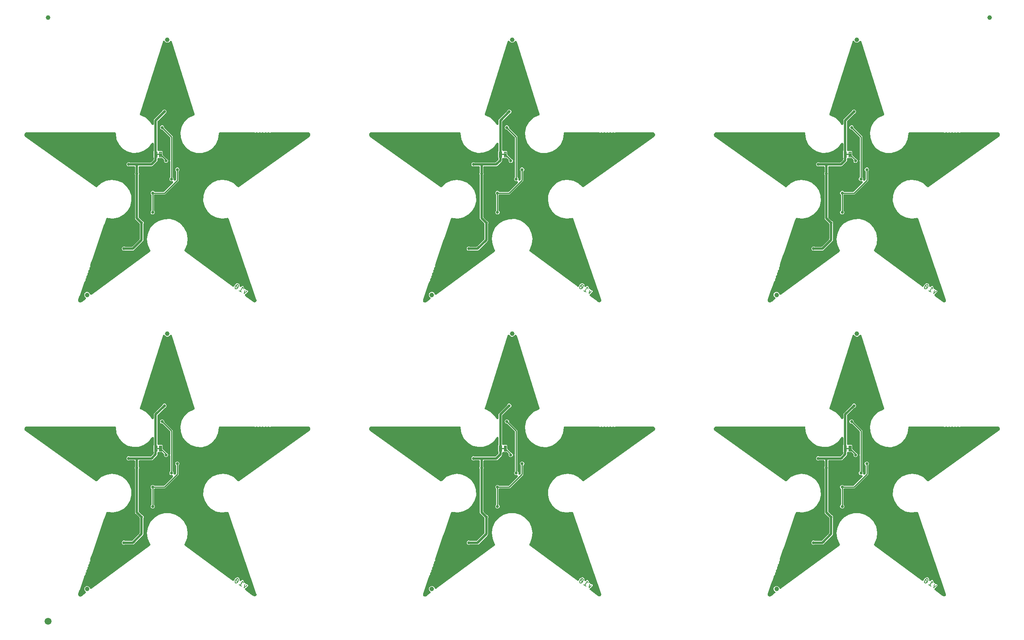
<source format=gbl>
G04 EAGLE Gerber RS-274X export*
G75*
%MOMM*%
%FSLAX34Y34*%
%LPD*%
%INBottom Copper*%
%IPPOS*%
%AMOC8*
5,1,8,0,0,1.08239X$1,22.5*%
G01*
%ADD10C,0.203200*%
%ADD11C,0.099059*%
%ADD12C,1.000000*%
%ADD13C,1.500000*%
%ADD14C,0.635000*%
%ADD15C,0.254000*%
%ADD16C,0.604000*%
%ADD17C,0.508000*%

G36*
X896588Y33720D02*
X896588Y33720D01*
X897570Y33850D01*
X897670Y33872D01*
X897771Y33885D01*
X897889Y33921D01*
X898010Y33948D01*
X898104Y33988D01*
X898201Y34018D01*
X898369Y34099D01*
X898425Y34123D01*
X898446Y34137D01*
X898482Y34154D01*
X898918Y34399D01*
X898922Y34402D01*
X898926Y34404D01*
X899188Y34575D01*
X900888Y35839D01*
X900963Y35888D01*
X907642Y40830D01*
X907814Y40983D01*
X907975Y41126D01*
X907976Y41127D01*
X907979Y41129D01*
X908124Y41314D01*
X908254Y41479D01*
X908256Y41481D01*
X908257Y41483D01*
X908363Y41680D01*
X908467Y41875D01*
X908468Y41878D01*
X908469Y41880D01*
X908536Y42089D01*
X908606Y42304D01*
X908607Y42306D01*
X908607Y42309D01*
X908637Y42524D01*
X908668Y42750D01*
X908668Y42752D01*
X908668Y42755D01*
X908659Y42973D01*
X908649Y43200D01*
X908649Y43202D01*
X908649Y43205D01*
X908600Y43424D01*
X908552Y43639D01*
X908551Y43642D01*
X908550Y43644D01*
X908465Y43846D01*
X908378Y44055D01*
X908377Y44057D01*
X908376Y44059D01*
X908257Y44243D01*
X908134Y44433D01*
X908132Y44435D01*
X908131Y44437D01*
X908123Y44445D01*
X907927Y44667D01*
X905973Y46621D01*
X905018Y48926D01*
X905018Y51421D01*
X905973Y53726D01*
X907737Y55489D01*
X910041Y56444D01*
X912536Y56444D01*
X914841Y55489D01*
X916605Y53725D01*
X917347Y51935D01*
X917402Y51829D01*
X917448Y51719D01*
X917506Y51629D01*
X917555Y51535D01*
X917628Y51441D01*
X917693Y51341D01*
X917766Y51263D01*
X917831Y51179D01*
X917919Y51100D01*
X918001Y51012D01*
X918086Y50949D01*
X918165Y50878D01*
X918266Y50815D01*
X918362Y50743D01*
X918457Y50696D01*
X918547Y50640D01*
X918658Y50596D01*
X918765Y50542D01*
X918867Y50513D01*
X918966Y50473D01*
X919083Y50449D01*
X919197Y50416D01*
X919303Y50404D01*
X919407Y50383D01*
X919526Y50380D01*
X919645Y50367D01*
X919751Y50375D01*
X919857Y50372D01*
X919975Y50391D01*
X920094Y50399D01*
X920197Y50425D01*
X920302Y50441D01*
X920415Y50480D01*
X920531Y50509D01*
X920627Y50553D01*
X920728Y50588D01*
X920832Y50646D01*
X920941Y50695D01*
X921066Y50776D01*
X921121Y50807D01*
X921150Y50831D01*
X921203Y50865D01*
X1047443Y144278D01*
X1047511Y144338D01*
X1047584Y144390D01*
X1047679Y144487D01*
X1047780Y144577D01*
X1047836Y144648D01*
X1047899Y144712D01*
X1047975Y144824D01*
X1048059Y144931D01*
X1048101Y145010D01*
X1048152Y145085D01*
X1048207Y145209D01*
X1048271Y145328D01*
X1048298Y145414D01*
X1048335Y145496D01*
X1048367Y145628D01*
X1048409Y145756D01*
X1048421Y145846D01*
X1048443Y145934D01*
X1048451Y146069D01*
X1048469Y146203D01*
X1048466Y146293D01*
X1048471Y146383D01*
X1048456Y146517D01*
X1048450Y146652D01*
X1048430Y146741D01*
X1048420Y146830D01*
X1048381Y146960D01*
X1048352Y147092D01*
X1048317Y147175D01*
X1048291Y147262D01*
X1048230Y147382D01*
X1048177Y147507D01*
X1048128Y147583D01*
X1048087Y147663D01*
X1047960Y147842D01*
X1047932Y147885D01*
X1047921Y147897D01*
X1047906Y147918D01*
X1047540Y148370D01*
X1042744Y159707D01*
X1041277Y171929D01*
X1043252Y184080D01*
X1048517Y195207D01*
X1056658Y204441D01*
X1067038Y211058D01*
X1078845Y214540D01*
X1091155Y214616D01*
X1103003Y211278D01*
X1113464Y204789D01*
X1121718Y195656D01*
X1127118Y184594D01*
X1129243Y172468D01*
X1127925Y160229D01*
X1123269Y148834D01*
X1122866Y148324D01*
X1122825Y148261D01*
X1122777Y148204D01*
X1122702Y148074D01*
X1122619Y147947D01*
X1122590Y147878D01*
X1122553Y147814D01*
X1122502Y147672D01*
X1122443Y147533D01*
X1122426Y147460D01*
X1122401Y147390D01*
X1122376Y147241D01*
X1122343Y147094D01*
X1122339Y147019D01*
X1122327Y146946D01*
X1122329Y146795D01*
X1122321Y146644D01*
X1122331Y146570D01*
X1122332Y146495D01*
X1122360Y146347D01*
X1122380Y146198D01*
X1122403Y146127D01*
X1122417Y146053D01*
X1122471Y145912D01*
X1122516Y145769D01*
X1122551Y145703D01*
X1122578Y145633D01*
X1122656Y145504D01*
X1122727Y145371D01*
X1122773Y145312D01*
X1122811Y145248D01*
X1122911Y145134D01*
X1123004Y145016D01*
X1123059Y144966D01*
X1123109Y144910D01*
X1123324Y144729D01*
X1123339Y144715D01*
X1123343Y144713D01*
X1123348Y144709D01*
X1226474Y68399D01*
X1226651Y68291D01*
X1226826Y68181D01*
X1226843Y68174D01*
X1226859Y68164D01*
X1227052Y68089D01*
X1227244Y68012D01*
X1227261Y68008D01*
X1227278Y68001D01*
X1227482Y67962D01*
X1227684Y67919D01*
X1227702Y67918D01*
X1227720Y67915D01*
X1227928Y67912D01*
X1228134Y67906D01*
X1228152Y67908D01*
X1228171Y67908D01*
X1228376Y67941D01*
X1228580Y67972D01*
X1228597Y67978D01*
X1228615Y67981D01*
X1228811Y68050D01*
X1229006Y68116D01*
X1229022Y68124D01*
X1229039Y68130D01*
X1229219Y68233D01*
X1229401Y68333D01*
X1229415Y68344D01*
X1229431Y68353D01*
X1229590Y68485D01*
X1229751Y68616D01*
X1229763Y68630D01*
X1229777Y68641D01*
X1229910Y68800D01*
X1230045Y68957D01*
X1230057Y68975D01*
X1230066Y68986D01*
X1230090Y69027D01*
X1230212Y69221D01*
X1230899Y70475D01*
X1230899Y70476D01*
X1230975Y70614D01*
X1232202Y72856D01*
X1233130Y73513D01*
X1233171Y73548D01*
X1233216Y73577D01*
X1233342Y73694D01*
X1233473Y73805D01*
X1233507Y73847D01*
X1233547Y73883D01*
X1233625Y73982D01*
X1233667Y74001D01*
X1233771Y74040D01*
X1233870Y74097D01*
X1233974Y74146D01*
X1234064Y74210D01*
X1234160Y74266D01*
X1234290Y74370D01*
X1234341Y74407D01*
X1234363Y74430D01*
X1234404Y74462D01*
X1235129Y75124D01*
X1237980Y75466D01*
X1239239Y74777D01*
X1239417Y74679D01*
X1239418Y74679D01*
X1240499Y74088D01*
X1241747Y71502D01*
X1241560Y70422D01*
X1241546Y70251D01*
X1241525Y70080D01*
X1241528Y70026D01*
X1241524Y69973D01*
X1241540Y69802D01*
X1241549Y69630D01*
X1241562Y69578D01*
X1241567Y69525D01*
X1241613Y69359D01*
X1241653Y69192D01*
X1241674Y69143D01*
X1241688Y69091D01*
X1241763Y68937D01*
X1241831Y68779D01*
X1241861Y68734D01*
X1241884Y68686D01*
X1241985Y68547D01*
X1242081Y68404D01*
X1242118Y68365D01*
X1242149Y68322D01*
X1242273Y68203D01*
X1242392Y68079D01*
X1242435Y68047D01*
X1242474Y68010D01*
X1242617Y67915D01*
X1242756Y67814D01*
X1242804Y67790D01*
X1242849Y67761D01*
X1243006Y67692D01*
X1243161Y67617D01*
X1243213Y67603D01*
X1243262Y67581D01*
X1243429Y67542D01*
X1243595Y67495D01*
X1243648Y67490D01*
X1243700Y67478D01*
X1243872Y67468D01*
X1244043Y67452D01*
X1244096Y67456D01*
X1244150Y67453D01*
X1244320Y67474D01*
X1244492Y67488D01*
X1244543Y67502D01*
X1244596Y67508D01*
X1244761Y67559D01*
X1244927Y67603D01*
X1244975Y67626D01*
X1245027Y67641D01*
X1245179Y67721D01*
X1245335Y67793D01*
X1245379Y67824D01*
X1245426Y67849D01*
X1245562Y67953D01*
X1245703Y68052D01*
X1245741Y68091D01*
X1245783Y68123D01*
X1245899Y68250D01*
X1246020Y68373D01*
X1246050Y68417D01*
X1246086Y68456D01*
X1246177Y68602D01*
X1246275Y68744D01*
X1246304Y68804D01*
X1246325Y68838D01*
X1246349Y68896D01*
X1246411Y69025D01*
X1246470Y69169D01*
X1247269Y69402D01*
X1247310Y69418D01*
X1247533Y69496D01*
X1248301Y69816D01*
X1249031Y69416D01*
X1249071Y69399D01*
X1249284Y69295D01*
X1250053Y68979D01*
X1250287Y68181D01*
X1250303Y68140D01*
X1250380Y67916D01*
X1251961Y64125D01*
X1252058Y63941D01*
X1252151Y63758D01*
X1252162Y63743D01*
X1252171Y63727D01*
X1252298Y63564D01*
X1252423Y63398D01*
X1252436Y63386D01*
X1252447Y63371D01*
X1252600Y63234D01*
X1252753Y63093D01*
X1252769Y63083D01*
X1252782Y63070D01*
X1252958Y62962D01*
X1253133Y62850D01*
X1253150Y62843D01*
X1253165Y62833D01*
X1253357Y62758D01*
X1253549Y62678D01*
X1253571Y62673D01*
X1253584Y62668D01*
X1253630Y62659D01*
X1253852Y62604D01*
X1254743Y62443D01*
X1255418Y61469D01*
X1255494Y61378D01*
X1255562Y61280D01*
X1255638Y61205D01*
X1255706Y61123D01*
X1255797Y61047D01*
X1255882Y60963D01*
X1255969Y60902D01*
X1256051Y60834D01*
X1256154Y60775D01*
X1256253Y60707D01*
X1256349Y60663D01*
X1256441Y60610D01*
X1256554Y60570D01*
X1256662Y60520D01*
X1256765Y60494D01*
X1256865Y60459D01*
X1256983Y60439D01*
X1257099Y60409D01*
X1257247Y60395D01*
X1257310Y60384D01*
X1257347Y60385D01*
X1257410Y60379D01*
X1258594Y60334D01*
X1259882Y58946D01*
X1259812Y57053D01*
X1254802Y52403D01*
X1254662Y52248D01*
X1254519Y52094D01*
X1254511Y52080D01*
X1254500Y52069D01*
X1254390Y51891D01*
X1254277Y51714D01*
X1254273Y51705D01*
X1254220Y51661D01*
X1254118Y51576D01*
X1254118Y51575D01*
X1253936Y51358D01*
X1253829Y51231D01*
X1253828Y51231D01*
X1253828Y51230D01*
X1253703Y51012D01*
X1253604Y50841D01*
X1253604Y50840D01*
X1253514Y50588D01*
X1253453Y50417D01*
X1253453Y50416D01*
X1253410Y50163D01*
X1253378Y49973D01*
X1253378Y49972D01*
X1253381Y49725D01*
X1253384Y49522D01*
X1253384Y49521D01*
X1253429Y49285D01*
X1253468Y49080D01*
X1253469Y49079D01*
X1253569Y48819D01*
X1253630Y48660D01*
X1253630Y48659D01*
X1253743Y48472D01*
X1253863Y48275D01*
X1253863Y48274D01*
X1254026Y48090D01*
X1254160Y47937D01*
X1254161Y47936D01*
X1254163Y47935D01*
X1254400Y47736D01*
X1269910Y36259D01*
X1270036Y36182D01*
X1270158Y36097D01*
X1270191Y36081D01*
X1271653Y34969D01*
X1271665Y34962D01*
X1271681Y34948D01*
X1271713Y34924D01*
X1271745Y34905D01*
X1271954Y34766D01*
X1272330Y34549D01*
X1272423Y34506D01*
X1272510Y34455D01*
X1272626Y34412D01*
X1272738Y34360D01*
X1272837Y34334D01*
X1272932Y34299D01*
X1273116Y34261D01*
X1273174Y34245D01*
X1273200Y34243D01*
X1273238Y34235D01*
X1274099Y34112D01*
X1274136Y34110D01*
X1274173Y34102D01*
X1274361Y34098D01*
X1274548Y34088D01*
X1274586Y34092D01*
X1274623Y34091D01*
X1274809Y34120D01*
X1274995Y34143D01*
X1275031Y34155D01*
X1275068Y34160D01*
X1275366Y34254D01*
X1276178Y34564D01*
X1276212Y34581D01*
X1276248Y34592D01*
X1276414Y34679D01*
X1276583Y34762D01*
X1276613Y34784D01*
X1276647Y34802D01*
X1276795Y34917D01*
X1276946Y35028D01*
X1276972Y35055D01*
X1277002Y35078D01*
X1277217Y35305D01*
X1277775Y35971D01*
X1277797Y36002D01*
X1277823Y36029D01*
X1277925Y36186D01*
X1278033Y36340D01*
X1278048Y36375D01*
X1278069Y36406D01*
X1278142Y36578D01*
X1278221Y36749D01*
X1278230Y36786D01*
X1278245Y36821D01*
X1278323Y37123D01*
X1278487Y37977D01*
X1278497Y38078D01*
X1278517Y38178D01*
X1278519Y38301D01*
X1278532Y38425D01*
X1278524Y38526D01*
X1278526Y38628D01*
X1278502Y38814D01*
X1278497Y38873D01*
X1278491Y38898D01*
X1278486Y38938D01*
X1278403Y39364D01*
X1278397Y39385D01*
X1278395Y39407D01*
X1278311Y39708D01*
X1217772Y215526D01*
X1217744Y215590D01*
X1217723Y215658D01*
X1217652Y215795D01*
X1217589Y215937D01*
X1217549Y215995D01*
X1217517Y216058D01*
X1217422Y216181D01*
X1217335Y216309D01*
X1217286Y216359D01*
X1217243Y216415D01*
X1217128Y216520D01*
X1217020Y216631D01*
X1216962Y216671D01*
X1216910Y216719D01*
X1216779Y216802D01*
X1216653Y216891D01*
X1216589Y216921D01*
X1216529Y216959D01*
X1216386Y217017D01*
X1216245Y217083D01*
X1216177Y217102D01*
X1216112Y217128D01*
X1215960Y217160D01*
X1215811Y217200D01*
X1215741Y217206D01*
X1215671Y217221D01*
X1215516Y217225D01*
X1215362Y217238D01*
X1215292Y217232D01*
X1215221Y217234D01*
X1215068Y217211D01*
X1214914Y217197D01*
X1214846Y217178D01*
X1214776Y217168D01*
X1214485Y217078D01*
X1214480Y217077D01*
X1214479Y217076D01*
X1214477Y217076D01*
X1214102Y216935D01*
X1202365Y216012D01*
X1190832Y218384D01*
X1180411Y223865D01*
X1171922Y232023D01*
X1166032Y242218D01*
X1163203Y253647D01*
X1163659Y265412D01*
X1167363Y276589D01*
X1174025Y286297D01*
X1183120Y293774D01*
X1193933Y298432D01*
X1205615Y299905D01*
X1217246Y298077D01*
X1227912Y293091D01*
X1236775Y285340D01*
X1236930Y285099D01*
X1236989Y285023D01*
X1237040Y284941D01*
X1237127Y284845D01*
X1237206Y284743D01*
X1237278Y284678D01*
X1237343Y284607D01*
X1237445Y284528D01*
X1237541Y284442D01*
X1237623Y284391D01*
X1237699Y284332D01*
X1237813Y284272D01*
X1237923Y284204D01*
X1238013Y284168D01*
X1238098Y284124D01*
X1238221Y284085D01*
X1238341Y284038D01*
X1238436Y284018D01*
X1238528Y283990D01*
X1238656Y283974D01*
X1238783Y283948D01*
X1238879Y283945D01*
X1238975Y283933D01*
X1239104Y283940D01*
X1239233Y283937D01*
X1239328Y283952D01*
X1239424Y283957D01*
X1239550Y283987D01*
X1239678Y284006D01*
X1239769Y284038D01*
X1239863Y284060D01*
X1239981Y284111D01*
X1240103Y284153D01*
X1240188Y284200D01*
X1240276Y284238D01*
X1240447Y284345D01*
X1240497Y284373D01*
X1240513Y284386D01*
X1240541Y284404D01*
X1392824Y393026D01*
X1392826Y393028D01*
X1392829Y393030D01*
X1392839Y393037D01*
X1392840Y393038D01*
X1392841Y393038D01*
X1393083Y393236D01*
X1393627Y393739D01*
X1393693Y393812D01*
X1393766Y393878D01*
X1393844Y393978D01*
X1393929Y394072D01*
X1393981Y394156D01*
X1394041Y394234D01*
X1394137Y394405D01*
X1394167Y394454D01*
X1394176Y394476D01*
X1394193Y394507D01*
X1394827Y395832D01*
X1394839Y395863D01*
X1394855Y395892D01*
X1394918Y396073D01*
X1394985Y396254D01*
X1394991Y396286D01*
X1395002Y396317D01*
X1395031Y396507D01*
X1395065Y396697D01*
X1395066Y396730D01*
X1395071Y396762D01*
X1395072Y397075D01*
X1394987Y398541D01*
X1394982Y398574D01*
X1394982Y398607D01*
X1394949Y398796D01*
X1394921Y398986D01*
X1394910Y399018D01*
X1394905Y399051D01*
X1394839Y399231D01*
X1394777Y399413D01*
X1394761Y399442D01*
X1394750Y399473D01*
X1394600Y399748D01*
X1393817Y400990D01*
X1393797Y401017D01*
X1393781Y401046D01*
X1393660Y401196D01*
X1393544Y401348D01*
X1393520Y401371D01*
X1393499Y401397D01*
X1393354Y401523D01*
X1393212Y401653D01*
X1393184Y401670D01*
X1393159Y401692D01*
X1392896Y401860D01*
X1391610Y402569D01*
X1391520Y402609D01*
X1391434Y402658D01*
X1391314Y402700D01*
X1391198Y402751D01*
X1391102Y402774D01*
X1391009Y402807D01*
X1390817Y402843D01*
X1390760Y402857D01*
X1390737Y402859D01*
X1390702Y402865D01*
X1389968Y402958D01*
X1389964Y402958D01*
X1389960Y402959D01*
X1389649Y402978D01*
X1387439Y402978D01*
X1311130Y402979D01*
X1310965Y402964D01*
X1310800Y402957D01*
X1310741Y402944D01*
X1310681Y402939D01*
X1310521Y402895D01*
X1310360Y402859D01*
X1310305Y402836D01*
X1310247Y402820D01*
X1310098Y402749D01*
X1309945Y402685D01*
X1309940Y402682D01*
X1308280Y401995D01*
X1306777Y401995D01*
X1305325Y402596D01*
X1305169Y402645D01*
X1305014Y402702D01*
X1304954Y402712D01*
X1304896Y402731D01*
X1304732Y402751D01*
X1304570Y402780D01*
X1304510Y402780D01*
X1304449Y402787D01*
X1304285Y402779D01*
X1304120Y402778D01*
X1304060Y402767D01*
X1303999Y402764D01*
X1303840Y402727D01*
X1303677Y402697D01*
X1303604Y402672D01*
X1303561Y402662D01*
X1303505Y402638D01*
X1303382Y402596D01*
X1301930Y401995D01*
X1300427Y401995D01*
X1298975Y402596D01*
X1298818Y402645D01*
X1298664Y402702D01*
X1298604Y402712D01*
X1298546Y402731D01*
X1298383Y402751D01*
X1298221Y402780D01*
X1298160Y402780D01*
X1298099Y402787D01*
X1297935Y402779D01*
X1297770Y402778D01*
X1297710Y402767D01*
X1297649Y402764D01*
X1297489Y402727D01*
X1297327Y402697D01*
X1297254Y402672D01*
X1297211Y402662D01*
X1297155Y402638D01*
X1297032Y402596D01*
X1295580Y401995D01*
X1294077Y401995D01*
X1292625Y402596D01*
X1292468Y402645D01*
X1292314Y402702D01*
X1292254Y402712D01*
X1292196Y402731D01*
X1292032Y402751D01*
X1291871Y402780D01*
X1291810Y402780D01*
X1291749Y402787D01*
X1291585Y402779D01*
X1291420Y402778D01*
X1291360Y402767D01*
X1291299Y402764D01*
X1291139Y402727D01*
X1290977Y402697D01*
X1290904Y402672D01*
X1290861Y402662D01*
X1290805Y402638D01*
X1290682Y402596D01*
X1289230Y401995D01*
X1287727Y401995D01*
X1286275Y402596D01*
X1286118Y402645D01*
X1285964Y402702D01*
X1285904Y402712D01*
X1285846Y402731D01*
X1285683Y402751D01*
X1285521Y402780D01*
X1285460Y402780D01*
X1285399Y402787D01*
X1285235Y402779D01*
X1285070Y402778D01*
X1285010Y402767D01*
X1284949Y402764D01*
X1284789Y402727D01*
X1284627Y402697D01*
X1284554Y402672D01*
X1284511Y402662D01*
X1284455Y402638D01*
X1284332Y402596D01*
X1282880Y401995D01*
X1281377Y401995D01*
X1279925Y402596D01*
X1279768Y402645D01*
X1279614Y402702D01*
X1279554Y402712D01*
X1279496Y402731D01*
X1279332Y402751D01*
X1279170Y402780D01*
X1279109Y402780D01*
X1279049Y402787D01*
X1278884Y402779D01*
X1278720Y402778D01*
X1278660Y402767D01*
X1278599Y402764D01*
X1278439Y402727D01*
X1278277Y402697D01*
X1278204Y402672D01*
X1278161Y402662D01*
X1278105Y402638D01*
X1277982Y402596D01*
X1276530Y401995D01*
X1275027Y401995D01*
X1273359Y402685D01*
X1273346Y402694D01*
X1273291Y402717D01*
X1273238Y402746D01*
X1273083Y402802D01*
X1272930Y402865D01*
X1272871Y402877D01*
X1272814Y402897D01*
X1272651Y402925D01*
X1272489Y402959D01*
X1272414Y402964D01*
X1272370Y402971D01*
X1272309Y402971D01*
X1272178Y402979D01*
X1199511Y402979D01*
X1199495Y402977D01*
X1199479Y402978D01*
X1199270Y402957D01*
X1199062Y402939D01*
X1199047Y402934D01*
X1199031Y402933D01*
X1198830Y402875D01*
X1198628Y402820D01*
X1198613Y402813D01*
X1198598Y402809D01*
X1198409Y402716D01*
X1198221Y402627D01*
X1198208Y402617D01*
X1198194Y402610D01*
X1198025Y402487D01*
X1197855Y402365D01*
X1197844Y402353D01*
X1197831Y402344D01*
X1197688Y402192D01*
X1197541Y402042D01*
X1197532Y402029D01*
X1197521Y402017D01*
X1197406Y401842D01*
X1197289Y401669D01*
X1197283Y401654D01*
X1197274Y401641D01*
X1197191Y401448D01*
X1197107Y401257D01*
X1197103Y401242D01*
X1197097Y401227D01*
X1197050Y401022D01*
X1197000Y400820D01*
X1196999Y400804D01*
X1196996Y400788D01*
X1196985Y400579D01*
X1196972Y400370D01*
X1196974Y400354D01*
X1196974Y400338D01*
X1196986Y400212D01*
X1195371Y388011D01*
X1190299Y376839D01*
X1182203Y367621D01*
X1171780Y361150D01*
X1159927Y357983D01*
X1147665Y358394D01*
X1136050Y362346D01*
X1126083Y369499D01*
X1118621Y379238D01*
X1114308Y390724D01*
X1113514Y402967D01*
X1116309Y414913D01*
X1122451Y425534D01*
X1131412Y433914D01*
X1142423Y439334D01*
X1142616Y439384D01*
X1142824Y439435D01*
X1142835Y439440D01*
X1142846Y439443D01*
X1143040Y439531D01*
X1143235Y439618D01*
X1143245Y439625D01*
X1143256Y439630D01*
X1143430Y439751D01*
X1143607Y439872D01*
X1143616Y439880D01*
X1143626Y439887D01*
X1143775Y440036D01*
X1143929Y440187D01*
X1143936Y440197D01*
X1143945Y440205D01*
X1144066Y440379D01*
X1144190Y440554D01*
X1144195Y440564D01*
X1144202Y440574D01*
X1144292Y440769D01*
X1144382Y440961D01*
X1144385Y440972D01*
X1144390Y440983D01*
X1144444Y441191D01*
X1144499Y441395D01*
X1144500Y441408D01*
X1144503Y441419D01*
X1144520Y441632D01*
X1144538Y441844D01*
X1144537Y441856D01*
X1144538Y441868D01*
X1144516Y442081D01*
X1144497Y442292D01*
X1144493Y442306D01*
X1144492Y442316D01*
X1144482Y442352D01*
X1144422Y442596D01*
X1095187Y599703D01*
X1095181Y599720D01*
X1095176Y599737D01*
X1095095Y599927D01*
X1095015Y600119D01*
X1095005Y600134D01*
X1094998Y600150D01*
X1094884Y600323D01*
X1094772Y600498D01*
X1094760Y600511D01*
X1094750Y600526D01*
X1094607Y600676D01*
X1094466Y600828D01*
X1094452Y600839D01*
X1094440Y600852D01*
X1094272Y600975D01*
X1094106Y601099D01*
X1094091Y601107D01*
X1094076Y601118D01*
X1093889Y601209D01*
X1093705Y601303D01*
X1093688Y601308D01*
X1093672Y601315D01*
X1093472Y601372D01*
X1093273Y601432D01*
X1093255Y601434D01*
X1093238Y601438D01*
X1093032Y601459D01*
X1092826Y601482D01*
X1092808Y601481D01*
X1092790Y601483D01*
X1092584Y601467D01*
X1092376Y601453D01*
X1092359Y601449D01*
X1092341Y601448D01*
X1092141Y601395D01*
X1091939Y601345D01*
X1091923Y601338D01*
X1091906Y601334D01*
X1091717Y601246D01*
X1091528Y601162D01*
X1091513Y601152D01*
X1091497Y601144D01*
X1091328Y601025D01*
X1091156Y600909D01*
X1091143Y600896D01*
X1091128Y600886D01*
X1090983Y600740D01*
X1090834Y600594D01*
X1090824Y600579D01*
X1090811Y600567D01*
X1090792Y600538D01*
X1088831Y598577D01*
X1086526Y597623D01*
X1084031Y597623D01*
X1081727Y598577D01*
X1079821Y600483D01*
X1079761Y600558D01*
X1079633Y600724D01*
X1079621Y600734D01*
X1079611Y600747D01*
X1079454Y600885D01*
X1079299Y601026D01*
X1079285Y601034D01*
X1079274Y601044D01*
X1079094Y601153D01*
X1078916Y601264D01*
X1078902Y601269D01*
X1078888Y601278D01*
X1078693Y601353D01*
X1078498Y601430D01*
X1078483Y601433D01*
X1078468Y601439D01*
X1078262Y601479D01*
X1078057Y601521D01*
X1078041Y601521D01*
X1078026Y601524D01*
X1077816Y601526D01*
X1077607Y601531D01*
X1077591Y601529D01*
X1077576Y601529D01*
X1077369Y601495D01*
X1077162Y601463D01*
X1077147Y601458D01*
X1077132Y601455D01*
X1076935Y601385D01*
X1076736Y601316D01*
X1076722Y601309D01*
X1076708Y601303D01*
X1076526Y601199D01*
X1076343Y601097D01*
X1076331Y601087D01*
X1076317Y601079D01*
X1076157Y600945D01*
X1075994Y600812D01*
X1075984Y600800D01*
X1075972Y600790D01*
X1075838Y600629D01*
X1075702Y600470D01*
X1075694Y600456D01*
X1075684Y600444D01*
X1075580Y600261D01*
X1075474Y600081D01*
X1075469Y600066D01*
X1075461Y600053D01*
X1075349Y599761D01*
X1025837Y442729D01*
X1025789Y442510D01*
X1025741Y442296D01*
X1025741Y442293D01*
X1025740Y442289D01*
X1025731Y442065D01*
X1025722Y441846D01*
X1025723Y441843D01*
X1025723Y441839D01*
X1025753Y441618D01*
X1025783Y441400D01*
X1025784Y441397D01*
X1025785Y441393D01*
X1025853Y441183D01*
X1025922Y440972D01*
X1025924Y440969D01*
X1025925Y440965D01*
X1026030Y440770D01*
X1026134Y440575D01*
X1026136Y440572D01*
X1026138Y440569D01*
X1026275Y440396D01*
X1026413Y440221D01*
X1026416Y440219D01*
X1026418Y440216D01*
X1026580Y440073D01*
X1026750Y439923D01*
X1026753Y439921D01*
X1026756Y439918D01*
X1026944Y439804D01*
X1027135Y439688D01*
X1027138Y439687D01*
X1027141Y439685D01*
X1027349Y439605D01*
X1027554Y439526D01*
X1027558Y439525D01*
X1027561Y439524D01*
X1027575Y439521D01*
X1027771Y439477D01*
X1038785Y434123D01*
X1047756Y425816D01*
X1051210Y419912D01*
X1051212Y419908D01*
X1051214Y419904D01*
X1051341Y419728D01*
X1051471Y419545D01*
X1051474Y419542D01*
X1051476Y419538D01*
X1051630Y419388D01*
X1051792Y419230D01*
X1051796Y419227D01*
X1051799Y419224D01*
X1051980Y419102D01*
X1052165Y418976D01*
X1052168Y418975D01*
X1052172Y418972D01*
X1052377Y418881D01*
X1052576Y418793D01*
X1052580Y418792D01*
X1052584Y418790D01*
X1052799Y418737D01*
X1053013Y418685D01*
X1053017Y418684D01*
X1053021Y418683D01*
X1053238Y418670D01*
X1053462Y418655D01*
X1053466Y418656D01*
X1053471Y418656D01*
X1053689Y418681D01*
X1053909Y418706D01*
X1053914Y418707D01*
X1053918Y418708D01*
X1054125Y418770D01*
X1054341Y418835D01*
X1054345Y418837D01*
X1054349Y418838D01*
X1054544Y418937D01*
X1054743Y419038D01*
X1054746Y419040D01*
X1054750Y419042D01*
X1054928Y419177D01*
X1055103Y419309D01*
X1055105Y419312D01*
X1055109Y419314D01*
X1055262Y419480D01*
X1055409Y419639D01*
X1055411Y419642D01*
X1055414Y419645D01*
X1055533Y419832D01*
X1055652Y420018D01*
X1055654Y420022D01*
X1055656Y420025D01*
X1055739Y420227D01*
X1055824Y420434D01*
X1055825Y420438D01*
X1055827Y420442D01*
X1055874Y420661D01*
X1055921Y420873D01*
X1055921Y420878D01*
X1055922Y420882D01*
X1055941Y421194D01*
X1055941Y429264D01*
X1056521Y430665D01*
X1057950Y432094D01*
X1074168Y448311D01*
X1074243Y448401D01*
X1074325Y448484D01*
X1074387Y448573D01*
X1074456Y448657D01*
X1074514Y448758D01*
X1074581Y448854D01*
X1074649Y448993D01*
X1074680Y449048D01*
X1074692Y449082D01*
X1074718Y449135D01*
X1075160Y450202D01*
X1076410Y451452D01*
X1078044Y452129D01*
X1079813Y452129D01*
X1081447Y451452D01*
X1082698Y450202D01*
X1083374Y448568D01*
X1083374Y446799D01*
X1082698Y445165D01*
X1081447Y443914D01*
X1080381Y443473D01*
X1080277Y443419D01*
X1080169Y443373D01*
X1080078Y443314D01*
X1079981Y443264D01*
X1079889Y443193D01*
X1079791Y443129D01*
X1079675Y443027D01*
X1079625Y442988D01*
X1079601Y442962D01*
X1079557Y442922D01*
X1064306Y427672D01*
X1064200Y427545D01*
X1064089Y427424D01*
X1064056Y427373D01*
X1064017Y427326D01*
X1063936Y427183D01*
X1063847Y427045D01*
X1063824Y426988D01*
X1063794Y426935D01*
X1063739Y426780D01*
X1063676Y426628D01*
X1063663Y426569D01*
X1063643Y426511D01*
X1063616Y426349D01*
X1063582Y426188D01*
X1063577Y426111D01*
X1063569Y426067D01*
X1063570Y426006D01*
X1063562Y425876D01*
X1063562Y365133D01*
X1063565Y365099D01*
X1063563Y365064D01*
X1063585Y364875D01*
X1063602Y364685D01*
X1063611Y364651D01*
X1063615Y364617D01*
X1063671Y364434D01*
X1063721Y364250D01*
X1063736Y364219D01*
X1063746Y364186D01*
X1063832Y364016D01*
X1063914Y363844D01*
X1063934Y363816D01*
X1063950Y363785D01*
X1064065Y363633D01*
X1064176Y363478D01*
X1064201Y363454D01*
X1064222Y363426D01*
X1064362Y363297D01*
X1064499Y363164D01*
X1064528Y363144D01*
X1064553Y363121D01*
X1064714Y363018D01*
X1064872Y362912D01*
X1064904Y362898D01*
X1064933Y362879D01*
X1065109Y362807D01*
X1065284Y362729D01*
X1065317Y362721D01*
X1065349Y362708D01*
X1065536Y362668D01*
X1065721Y362623D01*
X1065756Y362621D01*
X1065790Y362613D01*
X1066102Y362594D01*
X1073704Y362594D01*
X1074738Y361560D01*
X1074738Y355046D01*
X1074753Y354882D01*
X1074760Y354717D01*
X1074773Y354658D01*
X1074778Y354597D01*
X1074822Y354438D01*
X1074857Y354278D01*
X1074881Y354221D01*
X1074897Y354163D01*
X1074967Y354015D01*
X1075031Y353862D01*
X1075064Y353811D01*
X1075090Y353756D01*
X1075186Y353623D01*
X1075275Y353484D01*
X1075326Y353426D01*
X1075352Y353390D01*
X1075396Y353347D01*
X1075482Y353250D01*
X1082666Y346066D01*
X1082955Y345777D01*
X1083045Y345702D01*
X1083127Y345620D01*
X1083217Y345558D01*
X1083300Y345488D01*
X1083402Y345430D01*
X1083498Y345364D01*
X1083637Y345296D01*
X1083691Y345265D01*
X1083725Y345253D01*
X1083779Y345227D01*
X1084876Y344772D01*
X1086127Y343522D01*
X1086743Y342034D01*
X1086825Y341876D01*
X1086901Y341716D01*
X1086929Y341677D01*
X1086951Y341635D01*
X1087060Y341494D01*
X1087163Y341350D01*
X1087198Y341317D01*
X1087227Y341279D01*
X1087359Y341160D01*
X1087486Y341036D01*
X1087526Y341009D01*
X1087535Y341001D01*
X1087453Y340943D01*
X1087419Y340909D01*
X1087381Y340880D01*
X1087261Y340750D01*
X1087136Y340624D01*
X1087109Y340584D01*
X1087076Y340549D01*
X1086981Y340400D01*
X1086880Y340253D01*
X1086854Y340200D01*
X1086834Y340169D01*
X1086810Y340111D01*
X1086743Y339973D01*
X1086127Y338485D01*
X1084876Y337234D01*
X1083242Y336558D01*
X1081473Y336558D01*
X1079839Y337234D01*
X1078589Y338485D01*
X1077912Y340119D01*
X1077912Y342009D01*
X1077936Y342195D01*
X1077964Y342405D01*
X1077964Y342418D01*
X1077966Y342431D01*
X1077955Y342642D01*
X1077946Y342855D01*
X1077943Y342867D01*
X1077943Y342880D01*
X1077894Y343088D01*
X1077849Y343294D01*
X1077844Y343306D01*
X1077841Y343319D01*
X1077756Y343515D01*
X1077675Y343710D01*
X1077668Y343721D01*
X1077663Y343733D01*
X1077546Y343910D01*
X1077431Y344088D01*
X1077420Y344100D01*
X1077415Y344108D01*
X1077388Y344137D01*
X1077224Y344322D01*
X1074937Y346609D01*
X1074811Y346714D01*
X1074690Y346826D01*
X1074638Y346859D01*
X1074592Y346898D01*
X1074449Y346979D01*
X1074310Y347068D01*
X1074254Y347091D01*
X1074201Y347121D01*
X1074046Y347176D01*
X1073894Y347239D01*
X1073834Y347251D01*
X1073776Y347272D01*
X1073614Y347299D01*
X1073453Y347333D01*
X1073376Y347338D01*
X1073332Y347345D01*
X1073271Y347345D01*
X1073141Y347353D01*
X1066102Y347353D01*
X1066067Y347350D01*
X1066032Y347352D01*
X1065843Y347330D01*
X1065653Y347313D01*
X1065620Y347304D01*
X1065585Y347300D01*
X1065402Y347244D01*
X1065219Y347194D01*
X1065188Y347179D01*
X1065154Y347169D01*
X1064984Y347082D01*
X1064812Y347001D01*
X1064784Y346981D01*
X1064753Y346965D01*
X1064601Y346850D01*
X1064446Y346739D01*
X1064422Y346714D01*
X1064394Y346693D01*
X1064265Y346553D01*
X1064132Y346416D01*
X1064113Y346387D01*
X1064089Y346362D01*
X1063987Y346201D01*
X1063880Y346043D01*
X1063866Y346011D01*
X1063847Y345982D01*
X1063775Y345806D01*
X1063698Y345631D01*
X1063689Y345597D01*
X1063676Y345565D01*
X1063636Y345379D01*
X1063591Y345194D01*
X1063589Y345159D01*
X1063582Y345125D01*
X1063562Y344813D01*
X1063562Y341388D01*
X1062982Y339988D01*
X1062173Y339179D01*
X1054576Y331582D01*
X1053147Y330153D01*
X1052302Y329803D01*
X1052302Y329802D01*
X1051747Y329573D01*
X1049726Y329573D01*
X1025462Y329573D01*
X1025427Y329570D01*
X1025393Y329572D01*
X1025203Y329550D01*
X1025013Y329533D01*
X1024980Y329524D01*
X1024945Y329520D01*
X1024762Y329464D01*
X1024579Y329414D01*
X1024548Y329399D01*
X1024514Y329389D01*
X1024344Y329302D01*
X1024172Y329221D01*
X1024144Y329201D01*
X1024113Y329185D01*
X1023961Y329070D01*
X1023806Y328959D01*
X1023782Y328934D01*
X1023754Y328913D01*
X1023625Y328773D01*
X1023492Y328636D01*
X1023473Y328607D01*
X1023449Y328582D01*
X1023347Y328421D01*
X1023240Y328263D01*
X1023226Y328231D01*
X1023207Y328202D01*
X1023135Y328026D01*
X1023058Y327851D01*
X1023049Y327817D01*
X1023036Y327785D01*
X1022996Y327599D01*
X1022951Y327414D01*
X1022949Y327379D01*
X1022942Y327345D01*
X1022922Y327033D01*
X1022922Y315986D01*
X1022933Y315869D01*
X1022933Y315752D01*
X1022953Y315646D01*
X1022962Y315537D01*
X1022993Y315424D01*
X1023014Y315309D01*
X1023064Y315163D01*
X1023081Y315103D01*
X1023096Y315070D01*
X1023116Y315014D01*
X1023557Y313948D01*
X1023557Y312179D01*
X1023116Y311113D01*
X1023081Y311001D01*
X1023036Y310893D01*
X1023013Y310787D01*
X1022981Y310683D01*
X1022966Y310567D01*
X1022942Y310453D01*
X1022932Y310299D01*
X1022924Y310236D01*
X1022926Y310200D01*
X1022922Y310141D01*
X1022922Y219174D01*
X1022937Y219010D01*
X1022944Y218845D01*
X1022957Y218786D01*
X1022962Y218725D01*
X1023006Y218566D01*
X1023041Y218406D01*
X1023065Y218350D01*
X1023081Y218291D01*
X1023151Y218142D01*
X1023215Y217990D01*
X1023248Y217939D01*
X1023274Y217884D01*
X1023370Y217750D01*
X1023459Y217612D01*
X1023510Y217554D01*
X1023536Y217518D01*
X1023580Y217476D01*
X1023666Y217378D01*
X1029900Y211144D01*
X1029989Y211069D01*
X1030072Y210987D01*
X1030162Y210925D01*
X1030245Y210856D01*
X1030347Y210798D01*
X1030443Y210731D01*
X1030581Y210663D01*
X1030636Y210632D01*
X1030670Y210620D01*
X1030723Y210594D01*
X1031790Y210152D01*
X1033040Y208902D01*
X1033717Y207268D01*
X1033717Y205499D01*
X1033276Y204433D01*
X1033241Y204321D01*
X1033196Y204213D01*
X1033173Y204107D01*
X1033141Y204003D01*
X1033126Y203887D01*
X1033102Y203773D01*
X1033092Y203619D01*
X1033084Y203557D01*
X1033086Y203520D01*
X1033082Y203461D01*
X1033082Y170689D01*
X1033082Y168668D01*
X1032502Y167268D01*
X1031073Y165839D01*
X1012507Y147273D01*
X1011107Y146693D01*
X994221Y146693D01*
X994105Y146682D01*
X993988Y146682D01*
X993881Y146662D01*
X993773Y146653D01*
X993660Y146622D01*
X993545Y146601D01*
X993399Y146551D01*
X993338Y146534D01*
X993305Y146519D01*
X993249Y146499D01*
X992183Y146058D01*
X990414Y146058D01*
X988780Y146734D01*
X987530Y147985D01*
X986853Y149619D01*
X986853Y151388D01*
X987530Y153022D01*
X988780Y154272D01*
X990414Y154949D01*
X992183Y154949D01*
X993249Y154507D01*
X993361Y154472D01*
X993469Y154428D01*
X993575Y154405D01*
X993679Y154373D01*
X993795Y154358D01*
X993909Y154333D01*
X994063Y154324D01*
X994126Y154316D01*
X994162Y154318D01*
X994221Y154314D01*
X1007718Y154314D01*
X1007882Y154329D01*
X1008046Y154335D01*
X1008106Y154349D01*
X1008167Y154354D01*
X1008326Y154397D01*
X1008486Y154433D01*
X1008542Y154456D01*
X1008601Y154473D01*
X1008749Y154543D01*
X1008901Y154607D01*
X1008953Y154640D01*
X1009008Y154666D01*
X1009141Y154762D01*
X1009280Y154851D01*
X1009338Y154902D01*
X1009374Y154928D01*
X1009416Y154972D01*
X1009514Y155058D01*
X1024717Y170261D01*
X1024823Y170387D01*
X1024934Y170508D01*
X1024967Y170560D01*
X1025006Y170606D01*
X1025088Y170749D01*
X1025176Y170888D01*
X1025199Y170945D01*
X1025229Y170997D01*
X1025284Y171152D01*
X1025347Y171305D01*
X1025360Y171364D01*
X1025380Y171422D01*
X1025407Y171584D01*
X1025442Y171745D01*
X1025446Y171822D01*
X1025454Y171866D01*
X1025453Y171927D01*
X1025461Y172057D01*
X1025461Y203461D01*
X1025451Y203578D01*
X1025450Y203694D01*
X1025431Y203801D01*
X1025421Y203910D01*
X1025390Y204022D01*
X1025369Y204137D01*
X1025319Y204283D01*
X1025302Y204344D01*
X1025287Y204377D01*
X1025268Y204433D01*
X1025061Y204932D01*
X1025007Y205035D01*
X1024962Y205143D01*
X1024903Y205234D01*
X1024852Y205331D01*
X1024781Y205423D01*
X1024717Y205521D01*
X1024615Y205637D01*
X1024577Y205687D01*
X1024550Y205711D01*
X1024511Y205755D01*
X1017310Y212956D01*
X1015881Y214385D01*
X1015301Y215785D01*
X1015301Y217806D01*
X1015301Y310141D01*
X1015291Y310257D01*
X1015290Y310374D01*
X1015271Y310481D01*
X1015261Y310589D01*
X1015230Y310702D01*
X1015209Y310817D01*
X1015159Y310963D01*
X1015142Y311024D01*
X1015127Y311056D01*
X1015108Y311113D01*
X1014666Y312179D01*
X1014666Y313948D01*
X1015108Y315014D01*
X1015143Y315126D01*
X1015187Y315234D01*
X1015210Y315340D01*
X1015242Y315444D01*
X1015257Y315560D01*
X1015282Y315674D01*
X1015291Y315828D01*
X1015299Y315890D01*
X1015297Y315927D01*
X1015301Y315986D01*
X1015301Y327033D01*
X1015298Y327068D01*
X1015300Y327102D01*
X1015278Y327292D01*
X1015261Y327482D01*
X1015252Y327515D01*
X1015248Y327550D01*
X1015193Y327733D01*
X1015142Y327916D01*
X1015128Y327947D01*
X1015118Y327981D01*
X1015031Y328151D01*
X1014949Y328323D01*
X1014929Y328351D01*
X1014913Y328382D01*
X1014798Y328534D01*
X1014687Y328689D01*
X1014662Y328713D01*
X1014641Y328741D01*
X1014501Y328870D01*
X1014364Y329003D01*
X1014336Y329022D01*
X1014310Y329046D01*
X1014149Y329148D01*
X1013991Y329255D01*
X1013960Y329269D01*
X1013930Y329288D01*
X1013754Y329360D01*
X1013579Y329437D01*
X1013546Y329446D01*
X1013514Y329459D01*
X1013327Y329499D01*
X1013142Y329544D01*
X1013108Y329546D01*
X1013074Y329553D01*
X1012762Y329573D01*
X1004381Y329573D01*
X1004265Y329562D01*
X1004148Y329562D01*
X1004041Y329542D01*
X1003933Y329533D01*
X1003820Y329502D01*
X1003705Y329481D01*
X1003559Y329431D01*
X1003498Y329414D01*
X1003466Y329399D01*
X1003409Y329379D01*
X1002343Y328938D01*
X1000574Y328938D01*
X998940Y329614D01*
X997690Y330865D01*
X997013Y332499D01*
X997013Y334268D01*
X997690Y335902D01*
X998940Y337152D01*
X1000574Y337829D01*
X1002343Y337829D01*
X1003409Y337387D01*
X1003521Y337352D01*
X1003629Y337308D01*
X1003735Y337285D01*
X1003839Y337253D01*
X1003955Y337238D01*
X1004069Y337213D01*
X1004223Y337204D01*
X1004286Y337196D01*
X1004322Y337198D01*
X1004381Y337194D01*
X1017849Y337194D01*
X1020375Y337194D01*
X1048358Y337194D01*
X1048522Y337209D01*
X1048687Y337215D01*
X1048746Y337229D01*
X1048807Y337234D01*
X1048966Y337277D01*
X1049126Y337313D01*
X1049182Y337336D01*
X1049241Y337352D01*
X1049390Y337423D01*
X1049542Y337487D01*
X1049593Y337520D01*
X1049648Y337546D01*
X1049781Y337642D01*
X1049920Y337731D01*
X1049977Y337782D01*
X1050014Y337808D01*
X1050057Y337852D01*
X1050154Y337938D01*
X1055197Y342981D01*
X1055303Y343107D01*
X1055414Y343228D01*
X1055447Y343280D01*
X1055486Y343326D01*
X1055568Y343469D01*
X1055656Y343608D01*
X1055679Y343664D01*
X1055709Y343717D01*
X1055764Y343872D01*
X1055827Y344024D01*
X1055840Y344084D01*
X1055860Y344142D01*
X1055887Y344304D01*
X1055922Y344465D01*
X1055926Y344542D01*
X1055934Y344586D01*
X1055933Y344647D01*
X1055941Y344777D01*
X1055941Y346573D01*
X1055926Y346737D01*
X1055920Y346902D01*
X1055906Y346961D01*
X1055901Y347022D01*
X1055858Y347181D01*
X1055822Y347341D01*
X1055798Y347397D01*
X1055782Y347456D01*
X1055712Y347604D01*
X1055648Y347757D01*
X1055615Y347808D01*
X1055589Y347863D01*
X1055493Y347996D01*
X1055404Y348135D01*
X1055353Y348192D01*
X1055327Y348229D01*
X1055283Y348272D01*
X1055197Y348369D01*
X1055179Y348387D01*
X1055179Y361560D01*
X1055197Y361578D01*
X1055303Y361704D01*
X1055414Y361825D01*
X1055447Y361876D01*
X1055486Y361923D01*
X1055568Y362066D01*
X1055656Y362205D01*
X1055679Y362261D01*
X1055709Y362314D01*
X1055765Y362469D01*
X1055827Y362621D01*
X1055840Y362681D01*
X1055860Y362738D01*
X1055887Y362900D01*
X1055922Y363061D01*
X1055926Y363139D01*
X1055934Y363183D01*
X1055933Y363243D01*
X1055941Y363373D01*
X1055941Y377607D01*
X1055934Y377684D01*
X1055936Y377762D01*
X1055914Y377908D01*
X1055901Y378055D01*
X1055880Y378131D01*
X1055869Y378208D01*
X1055821Y378347D01*
X1055782Y378490D01*
X1055749Y378560D01*
X1055724Y378634D01*
X1055652Y378763D01*
X1055589Y378896D01*
X1055544Y378959D01*
X1055506Y379028D01*
X1055413Y379143D01*
X1055327Y379262D01*
X1055271Y379317D01*
X1055222Y379377D01*
X1055110Y379473D01*
X1055004Y379576D01*
X1054940Y379620D01*
X1054880Y379671D01*
X1054753Y379746D01*
X1054631Y379828D01*
X1054560Y379860D01*
X1054493Y379900D01*
X1054354Y379951D01*
X1054219Y380011D01*
X1054143Y380029D01*
X1054070Y380056D01*
X1053925Y380082D01*
X1053782Y380117D01*
X1053704Y380122D01*
X1053627Y380136D01*
X1053480Y380136D01*
X1053333Y380145D01*
X1053255Y380136D01*
X1053177Y380136D01*
X1053032Y380110D01*
X1052885Y380093D01*
X1052811Y380070D01*
X1052734Y380056D01*
X1052596Y380005D01*
X1052454Y379963D01*
X1052385Y379927D01*
X1052312Y379900D01*
X1052185Y379825D01*
X1052053Y379758D01*
X1051991Y379711D01*
X1051924Y379671D01*
X1051812Y379575D01*
X1051694Y379486D01*
X1051641Y379429D01*
X1051582Y379378D01*
X1051410Y379177D01*
X1051389Y379155D01*
X1051385Y379149D01*
X1051378Y379141D01*
X1044413Y369956D01*
X1034515Y362778D01*
X1022960Y358782D01*
X1010742Y358313D01*
X998914Y361410D01*
X988495Y367808D01*
X980381Y376955D01*
X975272Y388063D01*
X973599Y400233D01*
X973602Y400273D01*
X973617Y400489D01*
X973616Y400499D01*
X973616Y400508D01*
X973591Y400722D01*
X973568Y400936D01*
X973565Y400946D01*
X973564Y400956D01*
X973502Y401163D01*
X973441Y401368D01*
X973437Y401377D01*
X973434Y401387D01*
X973336Y401579D01*
X973240Y401771D01*
X973234Y401779D01*
X973229Y401788D01*
X973100Y401958D01*
X972971Y402132D01*
X972963Y402139D01*
X972957Y402147D01*
X972799Y402293D01*
X972642Y402440D01*
X972634Y402445D01*
X972626Y402452D01*
X972444Y402568D01*
X972264Y402685D01*
X972255Y402688D01*
X972247Y402694D01*
X972047Y402776D01*
X971849Y402859D01*
X971839Y402861D01*
X971830Y402865D01*
X971618Y402910D01*
X971409Y402957D01*
X971399Y402957D01*
X971390Y402959D01*
X971078Y402979D01*
X783111Y402979D01*
X783052Y402973D01*
X780915Y402979D01*
X780913Y402978D01*
X780909Y402979D01*
X780896Y402979D01*
X780895Y402979D01*
X780894Y402979D01*
X780582Y402959D01*
X779832Y402866D01*
X779736Y402845D01*
X779638Y402834D01*
X779516Y402798D01*
X779392Y402771D01*
X779301Y402734D01*
X779207Y402705D01*
X779030Y402622D01*
X778976Y402600D01*
X778956Y402587D01*
X778924Y402572D01*
X777609Y401851D01*
X777581Y401832D01*
X777551Y401818D01*
X777394Y401707D01*
X777235Y401600D01*
X777211Y401577D01*
X777184Y401558D01*
X777049Y401421D01*
X776911Y401287D01*
X776891Y401260D01*
X776868Y401236D01*
X776685Y400983D01*
X775882Y399716D01*
X775867Y399686D01*
X775847Y399660D01*
X775764Y399487D01*
X775676Y399316D01*
X775666Y399284D01*
X775652Y399254D01*
X775600Y399069D01*
X775543Y398885D01*
X775539Y398852D01*
X775531Y398820D01*
X775493Y398510D01*
X775402Y397013D01*
X775403Y396980D01*
X775399Y396947D01*
X775409Y396755D01*
X775415Y396563D01*
X775421Y396530D01*
X775423Y396497D01*
X775467Y396310D01*
X775507Y396122D01*
X775519Y396091D01*
X775527Y396059D01*
X775599Y395879D01*
X775604Y395863D01*
X775611Y395848D01*
X775643Y395769D01*
X776288Y394414D01*
X776338Y394329D01*
X776379Y394240D01*
X776452Y394135D01*
X776516Y394026D01*
X776580Y393951D01*
X776637Y393871D01*
X776772Y393729D01*
X776810Y393685D01*
X776828Y393670D01*
X776852Y393644D01*
X777406Y393130D01*
X777412Y393125D01*
X777417Y393119D01*
X777660Y392922D01*
X929935Y284306D01*
X930020Y284256D01*
X930099Y284198D01*
X930213Y284143D01*
X930323Y284078D01*
X930415Y284044D01*
X930504Y284001D01*
X930626Y283966D01*
X930745Y283922D01*
X930842Y283905D01*
X930937Y283878D01*
X931064Y283866D01*
X931189Y283844D01*
X931287Y283844D01*
X931385Y283834D01*
X931512Y283844D01*
X931639Y283845D01*
X931736Y283862D01*
X931834Y283870D01*
X931957Y283902D01*
X932082Y283925D01*
X932174Y283959D01*
X932270Y283984D01*
X932385Y284038D01*
X932504Y284082D01*
X932589Y284133D01*
X932678Y284174D01*
X932782Y284247D01*
X932891Y284312D01*
X932966Y284376D01*
X933047Y284433D01*
X933136Y284523D01*
X933232Y284606D01*
X933294Y284682D01*
X933364Y284752D01*
X933479Y284910D01*
X933516Y284956D01*
X933527Y284976D01*
X933548Y285005D01*
X933694Y285233D01*
X942533Y292990D01*
X953179Y297988D01*
X964794Y299834D01*
X976464Y298382D01*
X987273Y293748D01*
X996370Y286295D01*
X1003041Y276609D01*
X1006760Y265452D01*
X1007235Y253701D01*
X1004429Y242280D01*
X998562Y232087D01*
X990097Y223924D01*
X979698Y218432D01*
X968182Y216043D01*
X956456Y216945D01*
X956079Y217086D01*
X956013Y217104D01*
X955950Y217130D01*
X955797Y217164D01*
X955645Y217206D01*
X955577Y217212D01*
X955510Y217227D01*
X955353Y217233D01*
X955197Y217247D01*
X955128Y217241D01*
X955060Y217244D01*
X954905Y217222D01*
X954748Y217209D01*
X954682Y217191D01*
X954614Y217181D01*
X954465Y217132D01*
X954313Y217091D01*
X954251Y217062D01*
X954186Y217041D01*
X954048Y216967D01*
X953906Y216899D01*
X953850Y216860D01*
X953790Y216827D01*
X953667Y216729D01*
X953539Y216638D01*
X953491Y216589D01*
X953438Y216547D01*
X953334Y216429D01*
X953224Y216317D01*
X953186Y216260D01*
X953141Y216209D01*
X953059Y216074D01*
X952971Y215944D01*
X952943Y215882D01*
X952908Y215823D01*
X952788Y215535D01*
X951661Y212263D01*
X950787Y209724D01*
X950787Y209723D01*
X948164Y202106D01*
X945541Y194488D01*
X944667Y191949D01*
X942044Y184331D01*
X938546Y174174D01*
X935923Y166557D01*
X935923Y166556D01*
X932426Y156400D01*
X932426Y156399D01*
X929803Y148782D01*
X928929Y146243D01*
X928929Y146242D01*
X926306Y138625D01*
X926306Y138624D01*
X922808Y128468D01*
X922808Y128467D01*
X920185Y120850D01*
X918286Y115335D01*
X918266Y115251D01*
X918235Y115169D01*
X918211Y115033D01*
X918178Y114898D01*
X918172Y114811D01*
X918157Y114725D01*
X918158Y114587D01*
X918149Y114449D01*
X918159Y114362D01*
X918159Y114275D01*
X918184Y114139D01*
X918199Y114001D01*
X918224Y113918D01*
X918240Y113832D01*
X918281Y113711D01*
X918281Y112179D01*
X917706Y110790D01*
X916939Y110023D01*
X916803Y109860D01*
X916665Y109698D01*
X916658Y109687D01*
X916650Y109678D01*
X916545Y109493D01*
X916437Y109309D01*
X916433Y109297D01*
X916427Y109287D01*
X916356Y109087D01*
X916282Y108886D01*
X916280Y108874D01*
X916276Y108862D01*
X916242Y108654D01*
X916205Y108443D01*
X916205Y108430D01*
X916203Y108418D01*
X916206Y108206D01*
X916206Y107993D01*
X916209Y107980D01*
X916209Y107968D01*
X916214Y107941D01*
X916214Y106175D01*
X915639Y104786D01*
X914872Y104019D01*
X914783Y103913D01*
X914732Y103860D01*
X914704Y103819D01*
X914598Y103695D01*
X914591Y103683D01*
X914583Y103674D01*
X914478Y103490D01*
X914370Y103306D01*
X914366Y103294D01*
X914360Y103283D01*
X914289Y103083D01*
X914215Y102883D01*
X914213Y102870D01*
X914209Y102858D01*
X914174Y102650D01*
X914137Y102440D01*
X914137Y102427D01*
X914135Y102414D01*
X914138Y102202D01*
X914139Y101990D01*
X914141Y101977D01*
X914141Y101964D01*
X914147Y101937D01*
X914147Y100170D01*
X913571Y98782D01*
X912805Y98015D01*
X912668Y97852D01*
X912530Y97690D01*
X912524Y97679D01*
X912516Y97669D01*
X912410Y97484D01*
X912303Y97301D01*
X912299Y97290D01*
X912292Y97279D01*
X912221Y97079D01*
X912148Y96879D01*
X912146Y96866D01*
X912141Y96854D01*
X912107Y96646D01*
X912070Y96435D01*
X912070Y96422D01*
X912068Y96410D01*
X912071Y96198D01*
X912072Y95985D01*
X912074Y95973D01*
X912074Y95960D01*
X912079Y95933D01*
X912079Y94166D01*
X911504Y92778D01*
X910737Y92011D01*
X910602Y91849D01*
X910463Y91687D01*
X910457Y91675D01*
X910448Y91665D01*
X910343Y91482D01*
X910236Y91298D01*
X910231Y91286D01*
X910225Y91274D01*
X910154Y91076D01*
X910081Y90875D01*
X910078Y90862D01*
X910074Y90850D01*
X910040Y90642D01*
X910003Y90432D01*
X910003Y90419D01*
X910001Y90406D01*
X910003Y90194D01*
X910004Y89982D01*
X910007Y89969D01*
X910007Y89956D01*
X910012Y89929D01*
X910012Y88162D01*
X909437Y86773D01*
X908670Y86007D01*
X908533Y85844D01*
X908395Y85682D01*
X908389Y85671D01*
X908381Y85661D01*
X908275Y85476D01*
X908168Y85293D01*
X908164Y85281D01*
X908158Y85270D01*
X908087Y85071D01*
X908013Y84871D01*
X908011Y84858D01*
X908007Y84846D01*
X907972Y84638D01*
X907935Y84427D01*
X907935Y84414D01*
X907933Y84402D01*
X907936Y84190D01*
X907937Y83977D01*
X907939Y83964D01*
X907939Y83952D01*
X907945Y83925D01*
X907945Y82158D01*
X907369Y80769D01*
X906282Y79682D01*
X906157Y79533D01*
X906029Y79387D01*
X906013Y79361D01*
X905993Y79337D01*
X905897Y79168D01*
X905796Y79002D01*
X905782Y78967D01*
X905770Y78946D01*
X905750Y78890D01*
X905677Y78713D01*
X904447Y75144D01*
X904447Y75143D01*
X903573Y72604D01*
X900076Y62447D01*
X899201Y59908D01*
X895704Y49751D01*
X894830Y47212D01*
X894830Y47211D01*
X892228Y39657D01*
X892226Y39649D01*
X892223Y39642D01*
X892142Y39340D01*
X892042Y38851D01*
X892030Y38750D01*
X892009Y38650D01*
X892005Y38527D01*
X891991Y38404D01*
X891997Y38302D01*
X891994Y38200D01*
X892016Y38014D01*
X892020Y37954D01*
X892026Y37930D01*
X892030Y37890D01*
X892207Y36915D01*
X892217Y36879D01*
X892221Y36841D01*
X892276Y36662D01*
X892326Y36481D01*
X892342Y36447D01*
X892353Y36411D01*
X892439Y36244D01*
X892520Y36074D01*
X892542Y36044D01*
X892559Y36010D01*
X892742Y35757D01*
X893370Y34991D01*
X893396Y34964D01*
X893419Y34933D01*
X893554Y34803D01*
X893685Y34669D01*
X893716Y34647D01*
X893743Y34621D01*
X893899Y34517D01*
X894052Y34408D01*
X894086Y34392D01*
X894118Y34371D01*
X894401Y34239D01*
X895322Y33875D01*
X895358Y33864D01*
X895393Y33849D01*
X895574Y33801D01*
X895754Y33748D01*
X895792Y33743D01*
X895828Y33734D01*
X896015Y33719D01*
X896202Y33698D01*
X896239Y33701D01*
X896277Y33698D01*
X896588Y33720D01*
G37*
G36*
X149498Y33720D02*
X149498Y33720D01*
X150480Y33850D01*
X150580Y33872D01*
X150681Y33885D01*
X150799Y33921D01*
X150920Y33948D01*
X151014Y33988D01*
X151111Y34018D01*
X151279Y34099D01*
X151335Y34123D01*
X151356Y34137D01*
X151392Y34154D01*
X151827Y34399D01*
X151831Y34402D01*
X151836Y34404D01*
X152098Y34575D01*
X153798Y35840D01*
X153873Y35888D01*
X160552Y40830D01*
X160720Y40980D01*
X160885Y41126D01*
X160886Y41127D01*
X160888Y41129D01*
X161026Y41304D01*
X161164Y41479D01*
X161166Y41481D01*
X161167Y41483D01*
X161265Y41667D01*
X161377Y41876D01*
X161378Y41878D01*
X161379Y41880D01*
X161447Y42091D01*
X161516Y42304D01*
X161516Y42306D01*
X161517Y42309D01*
X161547Y42525D01*
X161578Y42750D01*
X161577Y42752D01*
X161578Y42755D01*
X161568Y42973D01*
X161559Y43200D01*
X161559Y43202D01*
X161558Y43205D01*
X161510Y43422D01*
X161462Y43639D01*
X161461Y43642D01*
X161460Y43644D01*
X161372Y43853D01*
X161288Y44055D01*
X161287Y44057D01*
X161286Y44059D01*
X161163Y44248D01*
X161044Y44433D01*
X161042Y44435D01*
X161041Y44437D01*
X161033Y44445D01*
X160837Y44667D01*
X158882Y46621D01*
X157928Y48926D01*
X157928Y51421D01*
X158882Y53726D01*
X160646Y55489D01*
X162951Y56444D01*
X165446Y56444D01*
X167750Y55489D01*
X169514Y53725D01*
X170256Y51935D01*
X170312Y51829D01*
X170358Y51719D01*
X170416Y51629D01*
X170465Y51535D01*
X170538Y51441D01*
X170603Y51341D01*
X170676Y51263D01*
X170741Y51179D01*
X170829Y51100D01*
X170911Y51012D01*
X170996Y50949D01*
X171075Y50878D01*
X171176Y50815D01*
X171272Y50743D01*
X171367Y50696D01*
X171457Y50640D01*
X171568Y50596D01*
X171675Y50542D01*
X171777Y50513D01*
X171875Y50473D01*
X171992Y50449D01*
X172107Y50416D01*
X172213Y50404D01*
X172317Y50383D01*
X172436Y50380D01*
X172555Y50367D01*
X172661Y50375D01*
X172767Y50372D01*
X172884Y50391D01*
X173004Y50399D01*
X173107Y50425D01*
X173212Y50441D01*
X173324Y50480D01*
X173440Y50509D01*
X173537Y50553D01*
X173637Y50588D01*
X173742Y50646D01*
X173851Y50695D01*
X173976Y50776D01*
X174031Y50807D01*
X174060Y50831D01*
X174113Y50865D01*
X300353Y144278D01*
X300421Y144338D01*
X300494Y144390D01*
X300589Y144487D01*
X300690Y144577D01*
X300746Y144648D01*
X300809Y144712D01*
X300885Y144824D01*
X300969Y144931D01*
X301011Y145010D01*
X301062Y145085D01*
X301117Y145209D01*
X301180Y145328D01*
X301208Y145414D01*
X301245Y145496D01*
X301277Y145628D01*
X301319Y145756D01*
X301331Y145846D01*
X301352Y145934D01*
X301361Y146069D01*
X301379Y146203D01*
X301375Y146293D01*
X301381Y146383D01*
X301366Y146517D01*
X301360Y146652D01*
X301340Y146741D01*
X301330Y146830D01*
X301291Y146960D01*
X301262Y147092D01*
X301227Y147175D01*
X301201Y147262D01*
X301139Y147382D01*
X301087Y147507D01*
X301038Y147583D01*
X300997Y147663D01*
X300870Y147842D01*
X300842Y147885D01*
X300831Y147897D01*
X300816Y147918D01*
X300449Y148370D01*
X295654Y159707D01*
X294186Y171929D01*
X296162Y184080D01*
X301427Y195207D01*
X309568Y204441D01*
X319948Y211058D01*
X331755Y214540D01*
X344064Y214616D01*
X355913Y211278D01*
X366374Y204789D01*
X374627Y195656D01*
X380028Y184594D01*
X382152Y172468D01*
X380835Y160229D01*
X376179Y148834D01*
X375776Y148324D01*
X375735Y148262D01*
X375687Y148204D01*
X375612Y148074D01*
X375529Y147947D01*
X375500Y147879D01*
X375463Y147814D01*
X375412Y147672D01*
X375353Y147533D01*
X375336Y147460D01*
X375311Y147390D01*
X375286Y147241D01*
X375252Y147094D01*
X375249Y147019D01*
X375237Y146946D01*
X375238Y146795D01*
X375231Y146644D01*
X375241Y146570D01*
X375242Y146495D01*
X375270Y146347D01*
X375290Y146198D01*
X375312Y146127D01*
X375326Y146053D01*
X375381Y145912D01*
X375426Y145769D01*
X375461Y145703D01*
X375488Y145633D01*
X375566Y145504D01*
X375636Y145371D01*
X375682Y145312D01*
X375721Y145248D01*
X375821Y145134D01*
X375913Y145016D01*
X375969Y144966D01*
X376019Y144910D01*
X376233Y144730D01*
X376249Y144715D01*
X376253Y144713D01*
X376258Y144709D01*
X479384Y68399D01*
X479560Y68292D01*
X479736Y68181D01*
X479753Y68174D01*
X479769Y68164D01*
X479961Y68090D01*
X480154Y68012D01*
X480171Y68008D01*
X480188Y68001D01*
X480392Y67962D01*
X480594Y67919D01*
X480612Y67918D01*
X480630Y67915D01*
X480838Y67912D01*
X481044Y67906D01*
X481062Y67908D01*
X481080Y67908D01*
X481285Y67941D01*
X481490Y67972D01*
X481507Y67978D01*
X481525Y67981D01*
X481720Y68049D01*
X481916Y68116D01*
X481932Y68124D01*
X481949Y68130D01*
X482130Y68233D01*
X482311Y68333D01*
X482325Y68344D01*
X482341Y68353D01*
X482500Y68486D01*
X482661Y68616D01*
X482673Y68630D01*
X482687Y68641D01*
X482820Y68800D01*
X482955Y68957D01*
X482967Y68975D01*
X482976Y68986D01*
X483000Y69027D01*
X483122Y69221D01*
X483808Y70474D01*
X483884Y70614D01*
X485112Y72856D01*
X486040Y73513D01*
X486081Y73548D01*
X486126Y73577D01*
X486252Y73694D01*
X486383Y73805D01*
X486417Y73847D01*
X486456Y73883D01*
X486535Y73982D01*
X486577Y74001D01*
X486681Y74040D01*
X486780Y74097D01*
X486883Y74146D01*
X486974Y74210D01*
X487070Y74266D01*
X487199Y74370D01*
X487251Y74407D01*
X487273Y74430D01*
X487314Y74462D01*
X488039Y75124D01*
X490890Y75466D01*
X492149Y74777D01*
X492331Y74677D01*
X493408Y74087D01*
X494656Y71502D01*
X494470Y70422D01*
X494456Y70251D01*
X494435Y70080D01*
X494438Y70026D01*
X494433Y69973D01*
X494450Y69802D01*
X494459Y69630D01*
X494471Y69578D01*
X494476Y69525D01*
X494523Y69359D01*
X494562Y69192D01*
X494584Y69143D01*
X494598Y69091D01*
X494673Y68937D01*
X494741Y68779D01*
X494771Y68734D01*
X494794Y68686D01*
X494895Y68547D01*
X494990Y68404D01*
X495027Y68365D01*
X495059Y68322D01*
X495183Y68203D01*
X495302Y68079D01*
X495345Y68047D01*
X495384Y68010D01*
X495527Y67915D01*
X495666Y67814D01*
X495714Y67790D01*
X495759Y67761D01*
X495916Y67692D01*
X496071Y67617D01*
X496122Y67602D01*
X496172Y67581D01*
X496339Y67542D01*
X496504Y67495D01*
X496558Y67490D01*
X496610Y67478D01*
X496782Y67468D01*
X496952Y67452D01*
X497006Y67456D01*
X497059Y67453D01*
X497230Y67474D01*
X497401Y67488D01*
X497453Y67502D01*
X497506Y67508D01*
X497670Y67559D01*
X497837Y67603D01*
X497885Y67626D01*
X497936Y67641D01*
X498089Y67721D01*
X498245Y67793D01*
X498289Y67824D01*
X498336Y67849D01*
X498472Y67953D01*
X498613Y68052D01*
X498651Y68090D01*
X498693Y68123D01*
X498809Y68250D01*
X498929Y68373D01*
X498960Y68417D01*
X498996Y68456D01*
X499087Y68602D01*
X499185Y68744D01*
X499214Y68804D01*
X499235Y68838D01*
X499258Y68896D01*
X499321Y69025D01*
X499380Y69169D01*
X500178Y69402D01*
X500219Y69418D01*
X500443Y69496D01*
X501211Y69816D01*
X501940Y69416D01*
X501981Y69399D01*
X502194Y69295D01*
X502963Y68979D01*
X503197Y68181D01*
X503213Y68140D01*
X503290Y67916D01*
X504871Y64125D01*
X504967Y63943D01*
X505061Y63757D01*
X505072Y63743D01*
X505081Y63727D01*
X505207Y63565D01*
X505332Y63398D01*
X505346Y63386D01*
X505357Y63371D01*
X505511Y63234D01*
X505663Y63093D01*
X505679Y63083D01*
X505692Y63070D01*
X505869Y62961D01*
X506043Y62850D01*
X506059Y62843D01*
X506075Y62833D01*
X506267Y62758D01*
X506459Y62678D01*
X506480Y62673D01*
X506494Y62668D01*
X506540Y62659D01*
X506762Y62604D01*
X507652Y62443D01*
X508327Y61469D01*
X508404Y61378D01*
X508472Y61280D01*
X508548Y61205D01*
X508616Y61123D01*
X508707Y61047D01*
X508792Y60963D01*
X508879Y60902D01*
X508961Y60834D01*
X509064Y60775D01*
X509162Y60707D01*
X509259Y60663D01*
X509351Y60610D01*
X509463Y60570D01*
X509572Y60520D01*
X509675Y60494D01*
X509775Y60459D01*
X509893Y60439D01*
X510009Y60409D01*
X510157Y60395D01*
X510219Y60384D01*
X510257Y60385D01*
X510320Y60379D01*
X511503Y60334D01*
X512792Y58946D01*
X512722Y57053D01*
X507712Y52403D01*
X507572Y52248D01*
X507429Y52093D01*
X507420Y52080D01*
X507410Y52069D01*
X507300Y51892D01*
X507186Y51714D01*
X507183Y51705D01*
X507130Y51661D01*
X507028Y51576D01*
X507027Y51575D01*
X506845Y51358D01*
X506738Y51231D01*
X506738Y51230D01*
X506613Y51012D01*
X506514Y50841D01*
X506514Y50840D01*
X506424Y50588D01*
X506363Y50417D01*
X506363Y50416D01*
X506362Y50416D01*
X506320Y50163D01*
X506288Y49973D01*
X506288Y49972D01*
X506291Y49725D01*
X506293Y49522D01*
X506294Y49522D01*
X506294Y49521D01*
X506339Y49285D01*
X506378Y49080D01*
X506378Y49079D01*
X506478Y48819D01*
X506540Y48660D01*
X506540Y48659D01*
X506647Y48482D01*
X506773Y48275D01*
X506773Y48274D01*
X506935Y48090D01*
X507070Y47937D01*
X507071Y47936D01*
X507072Y47935D01*
X507310Y47736D01*
X522820Y36259D01*
X522946Y36182D01*
X523067Y36097D01*
X523101Y36081D01*
X524563Y34969D01*
X524574Y34962D01*
X524589Y34949D01*
X524622Y34925D01*
X524652Y34907D01*
X524864Y34766D01*
X525240Y34549D01*
X525332Y34506D01*
X525420Y34455D01*
X525536Y34412D01*
X525648Y34360D01*
X525747Y34334D01*
X525842Y34299D01*
X526025Y34261D01*
X526084Y34245D01*
X526109Y34243D01*
X526148Y34235D01*
X527008Y34112D01*
X527046Y34110D01*
X527083Y34102D01*
X527271Y34098D01*
X527458Y34088D01*
X527495Y34092D01*
X527533Y34091D01*
X527719Y34120D01*
X527905Y34143D01*
X527941Y34155D01*
X527978Y34160D01*
X528276Y34254D01*
X529088Y34564D01*
X529122Y34581D01*
X529158Y34592D01*
X529324Y34679D01*
X529493Y34762D01*
X529523Y34784D01*
X529556Y34802D01*
X529705Y34917D01*
X529856Y35028D01*
X529882Y35055D01*
X529912Y35078D01*
X530127Y35305D01*
X530685Y35971D01*
X530707Y36002D01*
X530732Y36029D01*
X530835Y36186D01*
X530942Y36340D01*
X530958Y36375D01*
X530979Y36406D01*
X531052Y36578D01*
X531131Y36749D01*
X531140Y36786D01*
X531155Y36821D01*
X531233Y37123D01*
X531396Y37977D01*
X531407Y38078D01*
X531427Y38178D01*
X531429Y38301D01*
X531442Y38425D01*
X531434Y38526D01*
X531436Y38628D01*
X531412Y38814D01*
X531407Y38873D01*
X531401Y38898D01*
X531396Y38938D01*
X531313Y39364D01*
X531307Y39385D01*
X531304Y39407D01*
X531221Y39708D01*
X470682Y215526D01*
X470653Y215590D01*
X470633Y215658D01*
X470562Y215795D01*
X470498Y215937D01*
X470459Y215995D01*
X470426Y216058D01*
X470332Y216181D01*
X470245Y216309D01*
X470196Y216359D01*
X470153Y216415D01*
X470038Y216520D01*
X469930Y216631D01*
X469872Y216671D01*
X469820Y216719D01*
X469689Y216802D01*
X469563Y216891D01*
X469499Y216921D01*
X469439Y216959D01*
X469296Y217017D01*
X469155Y217083D01*
X469087Y217102D01*
X469022Y217128D01*
X468870Y217160D01*
X468720Y217200D01*
X468650Y217206D01*
X468581Y217221D01*
X468426Y217225D01*
X468272Y217238D01*
X468202Y217232D01*
X468131Y217234D01*
X467978Y217211D01*
X467823Y217197D01*
X467756Y217178D01*
X467686Y217168D01*
X467395Y217078D01*
X467390Y217077D01*
X467389Y217076D01*
X467387Y217076D01*
X467012Y216935D01*
X455275Y216012D01*
X443742Y218384D01*
X433321Y223865D01*
X424832Y232023D01*
X418941Y242218D01*
X416113Y253647D01*
X416569Y265412D01*
X420273Y276589D01*
X426934Y286297D01*
X436030Y293774D01*
X446843Y298432D01*
X458525Y299905D01*
X470156Y298077D01*
X480822Y293091D01*
X489685Y285340D01*
X489840Y285099D01*
X489899Y285023D01*
X489950Y284941D01*
X490037Y284845D01*
X490116Y284743D01*
X490188Y284678D01*
X490252Y284607D01*
X490354Y284528D01*
X490450Y284442D01*
X490533Y284391D01*
X490609Y284332D01*
X490723Y284272D01*
X490833Y284204D01*
X490923Y284168D01*
X491008Y284124D01*
X491131Y284085D01*
X491251Y284038D01*
X491346Y284018D01*
X491438Y283990D01*
X491566Y283974D01*
X491692Y283948D01*
X491789Y283945D01*
X491885Y283933D01*
X492014Y283940D01*
X492143Y283937D01*
X492238Y283952D01*
X492334Y283957D01*
X492460Y283987D01*
X492588Y284006D01*
X492679Y284038D01*
X492773Y284060D01*
X492891Y284111D01*
X493013Y284153D01*
X493097Y284200D01*
X493186Y284238D01*
X493357Y284345D01*
X493406Y284373D01*
X493423Y284386D01*
X493451Y284404D01*
X645734Y393026D01*
X645737Y393029D01*
X645742Y393032D01*
X645751Y393039D01*
X645752Y393039D01*
X645993Y393236D01*
X646537Y393739D01*
X646603Y393812D01*
X646676Y393878D01*
X646754Y393978D01*
X646839Y394072D01*
X646891Y394156D01*
X646951Y394234D01*
X647047Y394405D01*
X647077Y394454D01*
X647086Y394476D01*
X647103Y394507D01*
X647737Y395832D01*
X647749Y395863D01*
X647765Y395892D01*
X647827Y396073D01*
X647895Y396254D01*
X647901Y396286D01*
X647911Y396317D01*
X647941Y396507D01*
X647975Y396697D01*
X647975Y396730D01*
X647980Y396762D01*
X647982Y397075D01*
X647896Y398541D01*
X647892Y398574D01*
X647892Y398607D01*
X647859Y398796D01*
X647831Y398986D01*
X647820Y399018D01*
X647814Y399051D01*
X647749Y399231D01*
X647687Y399413D01*
X647671Y399442D01*
X647660Y399473D01*
X647510Y399748D01*
X646727Y400990D01*
X646707Y401017D01*
X646691Y401046D01*
X646570Y401196D01*
X646454Y401348D01*
X646430Y401371D01*
X646409Y401397D01*
X646264Y401523D01*
X646122Y401653D01*
X646094Y401670D01*
X646069Y401692D01*
X645805Y401860D01*
X644520Y402569D01*
X644429Y402609D01*
X644344Y402658D01*
X644224Y402700D01*
X644108Y402751D01*
X644012Y402774D01*
X643919Y402807D01*
X643727Y402843D01*
X643670Y402857D01*
X643647Y402859D01*
X643612Y402865D01*
X642878Y402958D01*
X642874Y402958D01*
X642870Y402959D01*
X642558Y402978D01*
X640349Y402978D01*
X564039Y402979D01*
X563874Y402964D01*
X563709Y402957D01*
X563651Y402944D01*
X563591Y402939D01*
X563431Y402895D01*
X563270Y402859D01*
X563214Y402836D01*
X563157Y402820D01*
X563007Y402749D01*
X562855Y402685D01*
X562850Y402682D01*
X561190Y401995D01*
X559687Y401995D01*
X558235Y402596D01*
X558078Y402645D01*
X557924Y402702D01*
X557864Y402712D01*
X557805Y402731D01*
X557642Y402751D01*
X557480Y402780D01*
X557419Y402780D01*
X557359Y402787D01*
X557194Y402779D01*
X557030Y402778D01*
X556970Y402767D01*
X556909Y402764D01*
X556749Y402727D01*
X556587Y402697D01*
X556514Y402672D01*
X556471Y402662D01*
X556415Y402638D01*
X556292Y402596D01*
X554840Y401995D01*
X553337Y401995D01*
X551885Y402596D01*
X551728Y402645D01*
X551574Y402702D01*
X551514Y402712D01*
X551456Y402731D01*
X551292Y402751D01*
X551130Y402780D01*
X551069Y402780D01*
X551009Y402787D01*
X550844Y402779D01*
X550680Y402778D01*
X550620Y402767D01*
X550559Y402764D01*
X550399Y402727D01*
X550237Y402697D01*
X550164Y402672D01*
X550121Y402662D01*
X550065Y402638D01*
X549942Y402596D01*
X548490Y401995D01*
X546987Y401995D01*
X545535Y402596D01*
X545378Y402645D01*
X545224Y402702D01*
X545164Y402712D01*
X545106Y402731D01*
X544942Y402751D01*
X544780Y402780D01*
X544719Y402780D01*
X544659Y402787D01*
X544494Y402779D01*
X544330Y402778D01*
X544270Y402767D01*
X544209Y402764D01*
X544049Y402727D01*
X543887Y402697D01*
X543814Y402672D01*
X543771Y402662D01*
X543715Y402638D01*
X543592Y402596D01*
X542140Y401995D01*
X540637Y401995D01*
X539185Y402596D01*
X539028Y402645D01*
X538874Y402702D01*
X538814Y402712D01*
X538756Y402731D01*
X538592Y402751D01*
X538430Y402780D01*
X538369Y402780D01*
X538309Y402787D01*
X538144Y402779D01*
X537980Y402778D01*
X537920Y402767D01*
X537859Y402764D01*
X537699Y402727D01*
X537537Y402697D01*
X537464Y402672D01*
X537421Y402662D01*
X537365Y402638D01*
X537242Y402596D01*
X535790Y401995D01*
X534287Y401995D01*
X532835Y402596D01*
X532678Y402645D01*
X532524Y402702D01*
X532464Y402712D01*
X532405Y402731D01*
X532242Y402751D01*
X532080Y402780D01*
X532019Y402780D01*
X531959Y402787D01*
X531794Y402779D01*
X531630Y402778D01*
X531570Y402767D01*
X531509Y402764D01*
X531349Y402727D01*
X531187Y402697D01*
X531114Y402672D01*
X531070Y402662D01*
X531015Y402638D01*
X530892Y402596D01*
X529440Y401995D01*
X527937Y401995D01*
X526269Y402685D01*
X526256Y402694D01*
X526200Y402717D01*
X526148Y402746D01*
X525993Y402802D01*
X525839Y402865D01*
X525781Y402877D01*
X525724Y402897D01*
X525561Y402925D01*
X525399Y402959D01*
X525323Y402964D01*
X525280Y402971D01*
X525219Y402971D01*
X525087Y402979D01*
X452421Y402979D01*
X452405Y402977D01*
X452389Y402978D01*
X452181Y402957D01*
X451972Y402939D01*
X451956Y402934D01*
X451941Y402933D01*
X451740Y402875D01*
X451538Y402820D01*
X451523Y402813D01*
X451508Y402809D01*
X451320Y402716D01*
X451131Y402627D01*
X451118Y402617D01*
X451104Y402610D01*
X450936Y402487D01*
X450765Y402365D01*
X450754Y402353D01*
X450741Y402344D01*
X450598Y402193D01*
X450451Y402042D01*
X450442Y402029D01*
X450431Y402017D01*
X450316Y401843D01*
X450199Y401669D01*
X450192Y401654D01*
X450184Y401641D01*
X450102Y401449D01*
X450017Y401257D01*
X450013Y401241D01*
X450007Y401227D01*
X449960Y401023D01*
X449910Y400820D01*
X449909Y400804D01*
X449905Y400788D01*
X449895Y400579D01*
X449882Y400370D01*
X449884Y400354D01*
X449883Y400338D01*
X449896Y400212D01*
X448281Y388011D01*
X443209Y376839D01*
X435113Y367621D01*
X424690Y361150D01*
X412837Y357983D01*
X400575Y358394D01*
X388960Y362346D01*
X378992Y369499D01*
X371531Y379238D01*
X367218Y390724D01*
X366424Y402967D01*
X369219Y414913D01*
X375361Y425534D01*
X384322Y433914D01*
X395333Y439334D01*
X395526Y439384D01*
X395733Y439435D01*
X395745Y439440D01*
X395756Y439443D01*
X395949Y439531D01*
X396145Y439618D01*
X396155Y439625D01*
X396166Y439630D01*
X396340Y439751D01*
X396517Y439872D01*
X396526Y439880D01*
X396536Y439887D01*
X396685Y440036D01*
X396839Y440187D01*
X396846Y440197D01*
X396854Y440205D01*
X396976Y440379D01*
X397100Y440554D01*
X397105Y440564D01*
X397112Y440574D01*
X397202Y440769D01*
X397292Y440961D01*
X397295Y440972D01*
X397300Y440983D01*
X397354Y441191D01*
X397409Y441395D01*
X397410Y441408D01*
X397413Y441419D01*
X397430Y441632D01*
X397448Y441844D01*
X397447Y441856D01*
X397448Y441868D01*
X397426Y442081D01*
X397406Y442292D01*
X397403Y442306D01*
X397402Y442316D01*
X397392Y442352D01*
X397332Y442596D01*
X348097Y599703D01*
X348090Y599720D01*
X348086Y599737D01*
X348004Y599927D01*
X347925Y600119D01*
X347915Y600134D01*
X347908Y600150D01*
X347794Y600323D01*
X347682Y600498D01*
X347670Y600511D01*
X347660Y600526D01*
X347517Y600676D01*
X347376Y600828D01*
X347362Y600839D01*
X347349Y600852D01*
X347182Y600975D01*
X347016Y601099D01*
X347000Y601107D01*
X346986Y601118D01*
X346799Y601209D01*
X346614Y601303D01*
X346597Y601308D01*
X346581Y601315D01*
X346382Y601372D01*
X346183Y601432D01*
X346165Y601434D01*
X346148Y601438D01*
X345942Y601459D01*
X345736Y601482D01*
X345718Y601481D01*
X345700Y601483D01*
X345494Y601467D01*
X345286Y601453D01*
X345269Y601449D01*
X345251Y601448D01*
X345051Y601395D01*
X344849Y601345D01*
X344833Y601338D01*
X344816Y601334D01*
X344626Y601246D01*
X344438Y601162D01*
X344423Y601152D01*
X344407Y601144D01*
X344237Y601025D01*
X344066Y600909D01*
X344053Y600896D01*
X344038Y600886D01*
X343893Y600740D01*
X343744Y600594D01*
X343733Y600579D01*
X343721Y600567D01*
X343702Y600538D01*
X341740Y598577D01*
X339436Y597623D01*
X336941Y597623D01*
X334636Y598577D01*
X332730Y600483D01*
X332671Y600558D01*
X332543Y600724D01*
X332531Y600734D01*
X332521Y600747D01*
X332364Y600885D01*
X332208Y601026D01*
X332195Y601034D01*
X332183Y601044D01*
X332004Y601153D01*
X331826Y601264D01*
X331812Y601269D01*
X331798Y601278D01*
X331603Y601353D01*
X331408Y601430D01*
X331393Y601433D01*
X331378Y601439D01*
X331172Y601479D01*
X330967Y601521D01*
X330951Y601521D01*
X330936Y601524D01*
X330726Y601526D01*
X330517Y601531D01*
X330501Y601529D01*
X330485Y601529D01*
X330279Y601495D01*
X330072Y601463D01*
X330057Y601458D01*
X330041Y601455D01*
X329845Y601385D01*
X329646Y601316D01*
X329632Y601309D01*
X329617Y601303D01*
X329436Y601199D01*
X329253Y601097D01*
X329240Y601087D01*
X329227Y601079D01*
X329067Y600945D01*
X328904Y600812D01*
X328894Y600800D01*
X328882Y600790D01*
X328747Y600629D01*
X328612Y600470D01*
X328604Y600456D01*
X328594Y600444D01*
X328489Y600261D01*
X328384Y600081D01*
X328379Y600066D01*
X328371Y600053D01*
X328259Y599761D01*
X278747Y442729D01*
X278699Y442510D01*
X278651Y442296D01*
X278651Y442293D01*
X278650Y442289D01*
X278641Y442065D01*
X278632Y441846D01*
X278632Y441843D01*
X278632Y441839D01*
X278663Y441618D01*
X278693Y441400D01*
X278694Y441397D01*
X278694Y441393D01*
X278763Y441183D01*
X278832Y440972D01*
X278833Y440969D01*
X278834Y440965D01*
X278939Y440770D01*
X279044Y440575D01*
X279046Y440572D01*
X279048Y440569D01*
X279185Y440396D01*
X279323Y440221D01*
X279326Y440219D01*
X279328Y440216D01*
X279490Y440073D01*
X279660Y439923D01*
X279663Y439921D01*
X279666Y439918D01*
X279854Y439804D01*
X280044Y439688D01*
X280048Y439687D01*
X280051Y439685D01*
X280259Y439605D01*
X280464Y439526D01*
X280468Y439525D01*
X280471Y439524D01*
X280485Y439521D01*
X280681Y439477D01*
X291695Y434123D01*
X300666Y425816D01*
X304120Y419912D01*
X304122Y419908D01*
X304124Y419904D01*
X304250Y419728D01*
X304381Y419545D01*
X304384Y419542D01*
X304386Y419538D01*
X304540Y419388D01*
X304702Y419230D01*
X304706Y419227D01*
X304709Y419224D01*
X304890Y419102D01*
X305074Y418976D01*
X305078Y418975D01*
X305082Y418972D01*
X305287Y418881D01*
X305485Y418793D01*
X305490Y418792D01*
X305494Y418790D01*
X305709Y418737D01*
X305923Y418685D01*
X305927Y418684D01*
X305931Y418683D01*
X306148Y418670D01*
X306372Y418655D01*
X306376Y418656D01*
X306381Y418656D01*
X306598Y418681D01*
X306819Y418706D01*
X306824Y418707D01*
X306828Y418708D01*
X307035Y418770D01*
X307251Y418835D01*
X307255Y418837D01*
X307259Y418838D01*
X307454Y418937D01*
X307653Y419038D01*
X307656Y419040D01*
X307660Y419042D01*
X307838Y419177D01*
X308012Y419309D01*
X308015Y419312D01*
X308019Y419314D01*
X308172Y419480D01*
X308319Y419639D01*
X308321Y419642D01*
X308324Y419645D01*
X308443Y419832D01*
X308562Y420018D01*
X308563Y420022D01*
X308566Y420025D01*
X308649Y420227D01*
X308734Y420434D01*
X308735Y420438D01*
X308737Y420442D01*
X308784Y420661D01*
X308830Y420873D01*
X308831Y420878D01*
X308831Y420882D01*
X308851Y421194D01*
X308851Y429264D01*
X309431Y430665D01*
X310860Y432094D01*
X327077Y448311D01*
X327152Y448401D01*
X327235Y448484D01*
X327297Y448573D01*
X327366Y448657D01*
X327424Y448758D01*
X327491Y448854D01*
X327558Y448993D01*
X327590Y449048D01*
X327602Y449082D01*
X327628Y449135D01*
X328070Y450202D01*
X329320Y451452D01*
X330954Y452129D01*
X332723Y452129D01*
X334357Y451452D01*
X335607Y450202D01*
X336284Y448568D01*
X336284Y446799D01*
X335607Y445165D01*
X334357Y443914D01*
X333290Y443473D01*
X333187Y443419D01*
X333079Y443373D01*
X332988Y443314D01*
X332891Y443264D01*
X332799Y443193D01*
X332701Y443129D01*
X332585Y443027D01*
X332535Y442988D01*
X332511Y442962D01*
X332467Y442922D01*
X317216Y427672D01*
X317110Y427545D01*
X316999Y427424D01*
X316966Y427373D01*
X316927Y427326D01*
X316845Y427183D01*
X316757Y427045D01*
X316734Y426988D01*
X316704Y426935D01*
X316648Y426780D01*
X316586Y426628D01*
X316573Y426569D01*
X316553Y426511D01*
X316526Y426349D01*
X316491Y426188D01*
X316487Y426111D01*
X316479Y426067D01*
X316480Y426006D01*
X316472Y425876D01*
X316472Y365133D01*
X316475Y365099D01*
X316473Y365064D01*
X316495Y364875D01*
X316512Y364685D01*
X316521Y364651D01*
X316525Y364617D01*
X316580Y364434D01*
X316631Y364250D01*
X316645Y364219D01*
X316655Y364186D01*
X316742Y364016D01*
X316824Y363844D01*
X316844Y363816D01*
X316860Y363785D01*
X316975Y363633D01*
X317086Y363478D01*
X317111Y363454D01*
X317132Y363426D01*
X317272Y363297D01*
X317409Y363164D01*
X317437Y363144D01*
X317463Y363121D01*
X317624Y363018D01*
X317782Y362912D01*
X317813Y362898D01*
X317843Y362879D01*
X318019Y362807D01*
X318194Y362729D01*
X318227Y362721D01*
X318259Y362708D01*
X318446Y362668D01*
X318631Y362623D01*
X318666Y362621D01*
X318699Y362613D01*
X319011Y362594D01*
X326614Y362594D01*
X327648Y361560D01*
X327648Y355046D01*
X327663Y354882D01*
X327669Y354717D01*
X327683Y354658D01*
X327688Y354597D01*
X327731Y354438D01*
X327767Y354278D01*
X327791Y354221D01*
X327807Y354163D01*
X327877Y354015D01*
X327941Y353862D01*
X327974Y353811D01*
X328000Y353756D01*
X328096Y353623D01*
X328185Y353484D01*
X328236Y353426D01*
X328262Y353390D01*
X328306Y353347D01*
X328392Y353250D01*
X335576Y346066D01*
X335865Y345777D01*
X335954Y345702D01*
X336037Y345620D01*
X336127Y345558D01*
X336210Y345488D01*
X336312Y345430D01*
X336408Y345364D01*
X336546Y345296D01*
X336601Y345265D01*
X336635Y345253D01*
X336689Y345227D01*
X337786Y344772D01*
X339036Y343522D01*
X339652Y342034D01*
X339735Y341876D01*
X339811Y341716D01*
X339839Y341677D01*
X339861Y341635D01*
X339970Y341494D01*
X340073Y341350D01*
X340107Y341317D01*
X340137Y341279D01*
X340269Y341160D01*
X340396Y341036D01*
X340436Y341009D01*
X340445Y341001D01*
X340363Y340943D01*
X340329Y340909D01*
X340291Y340880D01*
X340171Y340750D01*
X340046Y340624D01*
X340018Y340584D01*
X339986Y340549D01*
X339891Y340400D01*
X339790Y340253D01*
X339764Y340200D01*
X339744Y340169D01*
X339720Y340111D01*
X339652Y339973D01*
X339036Y338485D01*
X337786Y337234D01*
X336152Y336558D01*
X334383Y336558D01*
X332749Y337234D01*
X331499Y338485D01*
X330822Y340119D01*
X330822Y342009D01*
X330845Y342195D01*
X330874Y342405D01*
X330874Y342418D01*
X330875Y342431D01*
X330865Y342642D01*
X330856Y342855D01*
X330853Y342867D01*
X330852Y342880D01*
X330804Y343088D01*
X330758Y343294D01*
X330753Y343306D01*
X330750Y343319D01*
X330666Y343515D01*
X330585Y343710D01*
X330578Y343721D01*
X330573Y343733D01*
X330455Y343910D01*
X330340Y344088D01*
X330330Y344100D01*
X330324Y344108D01*
X330297Y344137D01*
X330133Y344322D01*
X327847Y346609D01*
X327721Y346714D01*
X327600Y346826D01*
X327548Y346859D01*
X327501Y346898D01*
X327359Y346979D01*
X327220Y347068D01*
X327163Y347091D01*
X327110Y347121D01*
X326956Y347176D01*
X326803Y347239D01*
X326744Y347251D01*
X326686Y347272D01*
X326524Y347299D01*
X326363Y347333D01*
X326286Y347338D01*
X326242Y347345D01*
X326181Y347345D01*
X326051Y347353D01*
X319011Y347353D01*
X318977Y347350D01*
X318942Y347352D01*
X318753Y347330D01*
X318563Y347313D01*
X318529Y347304D01*
X318495Y347300D01*
X318312Y347244D01*
X318128Y347194D01*
X318097Y347179D01*
X318064Y347169D01*
X317893Y347082D01*
X317722Y347001D01*
X317694Y346981D01*
X317663Y346965D01*
X317511Y346850D01*
X317356Y346739D01*
X317332Y346714D01*
X317304Y346693D01*
X317175Y346553D01*
X317042Y346416D01*
X317022Y346387D01*
X316999Y346362D01*
X316896Y346201D01*
X316790Y346043D01*
X316776Y346011D01*
X316757Y345982D01*
X316685Y345806D01*
X316607Y345631D01*
X316599Y345597D01*
X316586Y345565D01*
X316546Y345379D01*
X316501Y345194D01*
X316499Y345159D01*
X316491Y345125D01*
X316472Y344813D01*
X316472Y341388D01*
X315892Y339988D01*
X315083Y339179D01*
X307486Y331582D01*
X306057Y330153D01*
X305212Y329803D01*
X305212Y329802D01*
X304656Y329573D01*
X302635Y329573D01*
X278371Y329573D01*
X278337Y329570D01*
X278302Y329572D01*
X278113Y329550D01*
X277923Y329533D01*
X277890Y329524D01*
X277855Y329520D01*
X277672Y329464D01*
X277489Y329414D01*
X277457Y329399D01*
X277424Y329389D01*
X277254Y329302D01*
X277082Y329221D01*
X277054Y329201D01*
X277023Y329185D01*
X276871Y329070D01*
X276716Y328959D01*
X276692Y328934D01*
X276664Y328913D01*
X276535Y328773D01*
X276402Y328636D01*
X276382Y328607D01*
X276359Y328582D01*
X276256Y328421D01*
X276150Y328263D01*
X276136Y328231D01*
X276117Y328202D01*
X276045Y328026D01*
X275967Y327851D01*
X275959Y327817D01*
X275946Y327785D01*
X275906Y327599D01*
X275861Y327414D01*
X275859Y327379D01*
X275851Y327345D01*
X275832Y327033D01*
X275832Y315986D01*
X275843Y315869D01*
X275843Y315752D01*
X275862Y315646D01*
X275872Y315537D01*
X275903Y315424D01*
X275924Y315309D01*
X275974Y315163D01*
X275991Y315103D01*
X276006Y315070D01*
X276025Y315014D01*
X276467Y313948D01*
X276467Y312179D01*
X276025Y311113D01*
X275991Y311001D01*
X275946Y310893D01*
X275923Y310787D01*
X275891Y310683D01*
X275876Y310567D01*
X275851Y310453D01*
X275842Y310299D01*
X275834Y310236D01*
X275836Y310200D01*
X275832Y310141D01*
X275832Y219174D01*
X275847Y219010D01*
X275853Y218845D01*
X275867Y218786D01*
X275872Y218725D01*
X275915Y218566D01*
X275951Y218406D01*
X275975Y218350D01*
X275991Y218291D01*
X276061Y218142D01*
X276125Y217990D01*
X276158Y217939D01*
X276184Y217884D01*
X276280Y217750D01*
X276369Y217612D01*
X276420Y217554D01*
X276446Y217518D01*
X276490Y217475D01*
X276576Y217378D01*
X282810Y211144D01*
X282899Y211069D01*
X282982Y210987D01*
X283071Y210925D01*
X283155Y210856D01*
X283256Y210798D01*
X283353Y210731D01*
X283491Y210663D01*
X283546Y210632D01*
X283580Y210620D01*
X283633Y210594D01*
X284700Y210152D01*
X285950Y208902D01*
X286627Y207268D01*
X286627Y205499D01*
X286185Y204433D01*
X286151Y204321D01*
X286106Y204213D01*
X286083Y204107D01*
X286051Y204003D01*
X286036Y203887D01*
X286011Y203773D01*
X286002Y203619D01*
X285994Y203557D01*
X285996Y203520D01*
X285992Y203461D01*
X285992Y170690D01*
X285992Y170689D01*
X285992Y168668D01*
X285412Y167268D01*
X265417Y147273D01*
X264016Y146693D01*
X247131Y146693D01*
X247014Y146682D01*
X246898Y146682D01*
X246791Y146662D01*
X246682Y146653D01*
X246570Y146622D01*
X246455Y146601D01*
X246308Y146551D01*
X246248Y146534D01*
X246215Y146519D01*
X246159Y146499D01*
X245093Y146058D01*
X243324Y146058D01*
X241690Y146734D01*
X240440Y147985D01*
X239763Y149619D01*
X239763Y151388D01*
X240440Y153022D01*
X241690Y154272D01*
X243324Y154949D01*
X245093Y154949D01*
X246159Y154507D01*
X246270Y154472D01*
X246379Y154428D01*
X246485Y154405D01*
X246589Y154373D01*
X246704Y154358D01*
X246819Y154333D01*
X246973Y154324D01*
X247035Y154316D01*
X247072Y154318D01*
X247131Y154314D01*
X260628Y154314D01*
X260792Y154329D01*
X260956Y154335D01*
X261016Y154349D01*
X261077Y154354D01*
X261235Y154397D01*
X261396Y154433D01*
X261452Y154457D01*
X261511Y154473D01*
X261659Y154543D01*
X261811Y154607D01*
X261863Y154640D01*
X261918Y154666D01*
X262051Y154762D01*
X262190Y154851D01*
X262247Y154902D01*
X262284Y154928D01*
X262326Y154972D01*
X262424Y155058D01*
X277627Y170261D01*
X277733Y170387D01*
X277844Y170508D01*
X277877Y170560D01*
X277916Y170606D01*
X277997Y170749D01*
X278086Y170888D01*
X278109Y170945D01*
X278139Y170997D01*
X278194Y171152D01*
X278257Y171305D01*
X278270Y171364D01*
X278290Y171422D01*
X278317Y171584D01*
X278351Y171745D01*
X278356Y171822D01*
X278364Y171866D01*
X278363Y171927D01*
X278371Y172057D01*
X278371Y203461D01*
X278360Y203578D01*
X278360Y203694D01*
X278340Y203801D01*
X278331Y203910D01*
X278300Y204022D01*
X278279Y204137D01*
X278229Y204283D01*
X278212Y204344D01*
X278197Y204376D01*
X278177Y204433D01*
X277971Y204932D01*
X277917Y205035D01*
X277872Y205143D01*
X277813Y205234D01*
X277762Y205331D01*
X277691Y205423D01*
X277627Y205521D01*
X277525Y205637D01*
X277487Y205687D01*
X277460Y205711D01*
X277420Y205755D01*
X270220Y212956D01*
X268791Y214385D01*
X268211Y215785D01*
X268211Y217806D01*
X268211Y310141D01*
X268200Y310257D01*
X268200Y310374D01*
X268180Y310481D01*
X268171Y310589D01*
X268140Y310702D01*
X268119Y310817D01*
X268069Y310963D01*
X268052Y311024D01*
X268037Y311057D01*
X268017Y311113D01*
X267576Y312179D01*
X267576Y313948D01*
X268017Y315014D01*
X268052Y315126D01*
X268097Y315234D01*
X268120Y315340D01*
X268152Y315444D01*
X268167Y315560D01*
X268191Y315674D01*
X268201Y315828D01*
X268209Y315890D01*
X268207Y315927D01*
X268211Y315986D01*
X268211Y327033D01*
X268208Y327068D01*
X268210Y327102D01*
X268188Y327292D01*
X268171Y327482D01*
X268162Y327515D01*
X268158Y327550D01*
X268102Y327733D01*
X268052Y327916D01*
X268037Y327947D01*
X268027Y327981D01*
X267941Y328151D01*
X267859Y328323D01*
X267839Y328351D01*
X267823Y328382D01*
X267708Y328534D01*
X267597Y328689D01*
X267572Y328713D01*
X267551Y328741D01*
X267411Y328870D01*
X267274Y329003D01*
X267245Y329022D01*
X267220Y329046D01*
X267059Y329148D01*
X266901Y329255D01*
X266869Y329269D01*
X266840Y329288D01*
X266664Y329360D01*
X266489Y329437D01*
X266456Y329446D01*
X266424Y329459D01*
X266237Y329499D01*
X266052Y329544D01*
X266017Y329546D01*
X265983Y329553D01*
X265671Y329573D01*
X257291Y329573D01*
X257174Y329562D01*
X257058Y329562D01*
X256951Y329542D01*
X256842Y329533D01*
X256729Y329502D01*
X256615Y329481D01*
X256469Y329431D01*
X256408Y329414D01*
X256375Y329399D01*
X256319Y329379D01*
X255253Y328938D01*
X253484Y328938D01*
X251850Y329614D01*
X250600Y330865D01*
X249923Y332499D01*
X249923Y334268D01*
X250600Y335902D01*
X251850Y337152D01*
X253484Y337829D01*
X255253Y337829D01*
X256319Y337387D01*
X256431Y337352D01*
X256539Y337308D01*
X256645Y337285D01*
X256749Y337253D01*
X256865Y337238D01*
X256979Y337213D01*
X257133Y337204D01*
X257195Y337196D01*
X257232Y337198D01*
X257291Y337194D01*
X270758Y337194D01*
X270759Y337194D01*
X273285Y337194D01*
X301268Y337194D01*
X301432Y337209D01*
X301596Y337215D01*
X301656Y337229D01*
X301717Y337234D01*
X301875Y337277D01*
X302036Y337313D01*
X302092Y337336D01*
X302151Y337352D01*
X302299Y337423D01*
X302451Y337487D01*
X302503Y337520D01*
X302558Y337546D01*
X302691Y337642D01*
X302830Y337731D01*
X302887Y337782D01*
X302924Y337808D01*
X302966Y337852D01*
X303064Y337938D01*
X308107Y342981D01*
X308212Y343107D01*
X308324Y343228D01*
X308357Y343280D01*
X308396Y343326D01*
X308477Y343469D01*
X308566Y343608D01*
X308589Y343664D01*
X308619Y343717D01*
X308674Y343872D01*
X308737Y344024D01*
X308750Y344084D01*
X308770Y344142D01*
X308797Y344304D01*
X308831Y344465D01*
X308836Y344542D01*
X308844Y344586D01*
X308843Y344647D01*
X308851Y344777D01*
X308851Y346573D01*
X308836Y346737D01*
X308829Y346902D01*
X308816Y346961D01*
X308811Y347022D01*
X308767Y347181D01*
X308732Y347341D01*
X308708Y347397D01*
X308692Y347456D01*
X308622Y347604D01*
X308558Y347757D01*
X308525Y347808D01*
X308499Y347863D01*
X308403Y347996D01*
X308314Y348135D01*
X308263Y348192D01*
X308237Y348229D01*
X308193Y348272D01*
X308107Y348369D01*
X308089Y348387D01*
X308089Y361560D01*
X308107Y361578D01*
X308212Y361704D01*
X308324Y361825D01*
X308357Y361876D01*
X308396Y361923D01*
X308477Y362066D01*
X308566Y362205D01*
X308589Y362261D01*
X308619Y362314D01*
X308674Y362469D01*
X308737Y362621D01*
X308750Y362681D01*
X308770Y362738D01*
X308797Y362900D01*
X308831Y363061D01*
X308836Y363139D01*
X308844Y363183D01*
X308843Y363243D01*
X308851Y363373D01*
X308851Y377607D01*
X308844Y377684D01*
X308846Y377762D01*
X308824Y377908D01*
X308811Y378055D01*
X308790Y378131D01*
X308779Y378208D01*
X308731Y378347D01*
X308692Y378490D01*
X308659Y378560D01*
X308634Y378634D01*
X308562Y378763D01*
X308499Y378896D01*
X308454Y378959D01*
X308416Y379028D01*
X308322Y379143D01*
X308237Y379262D01*
X308181Y379317D01*
X308132Y379377D01*
X308020Y379473D01*
X307914Y379576D01*
X307849Y379620D01*
X307790Y379671D01*
X307663Y379746D01*
X307541Y379828D01*
X307470Y379860D01*
X307402Y379900D01*
X307264Y379951D01*
X307129Y380011D01*
X307053Y380029D01*
X306980Y380056D01*
X306835Y380082D01*
X306692Y380117D01*
X306614Y380122D01*
X306537Y380136D01*
X306389Y380136D01*
X306242Y380145D01*
X306165Y380136D01*
X306087Y380136D01*
X305942Y380110D01*
X305795Y380093D01*
X305720Y380070D01*
X305644Y380056D01*
X305505Y380005D01*
X305364Y379963D01*
X305294Y379927D01*
X305221Y379900D01*
X305094Y379825D01*
X304963Y379758D01*
X304901Y379711D01*
X304833Y379671D01*
X304722Y379575D01*
X304604Y379486D01*
X304551Y379429D01*
X304492Y379378D01*
X304320Y379177D01*
X304299Y379155D01*
X304295Y379149D01*
X304288Y379141D01*
X297323Y369956D01*
X287425Y362778D01*
X275870Y358782D01*
X263652Y358313D01*
X251824Y361410D01*
X241405Y367808D01*
X233291Y376955D01*
X228182Y388063D01*
X226509Y400233D01*
X226511Y400273D01*
X226526Y400489D01*
X226525Y400499D01*
X226526Y400508D01*
X226501Y400722D01*
X226478Y400936D01*
X226475Y400946D01*
X226474Y400956D01*
X226411Y401163D01*
X226351Y401368D01*
X226346Y401377D01*
X226344Y401387D01*
X226246Y401579D01*
X226150Y401771D01*
X226144Y401779D01*
X226139Y401788D01*
X226010Y401958D01*
X225880Y402132D01*
X225873Y402139D01*
X225867Y402147D01*
X225709Y402293D01*
X225552Y402440D01*
X225543Y402445D01*
X225536Y402452D01*
X225353Y402568D01*
X225174Y402685D01*
X225165Y402688D01*
X225156Y402694D01*
X224956Y402776D01*
X224758Y402859D01*
X224749Y402861D01*
X224740Y402865D01*
X224528Y402910D01*
X224319Y402957D01*
X224309Y402957D01*
X224300Y402959D01*
X223988Y402979D01*
X36020Y402979D01*
X35962Y402973D01*
X33825Y402979D01*
X33823Y402978D01*
X33819Y402979D01*
X33805Y402979D01*
X33804Y402979D01*
X33492Y402959D01*
X32742Y402866D01*
X32646Y402845D01*
X32548Y402834D01*
X32426Y402798D01*
X32302Y402771D01*
X32211Y402734D01*
X32116Y402705D01*
X31940Y402622D01*
X31885Y402600D01*
X31866Y402587D01*
X31834Y402572D01*
X30518Y401851D01*
X30491Y401832D01*
X30461Y401818D01*
X30304Y401707D01*
X30144Y401600D01*
X30121Y401577D01*
X30094Y401558D01*
X29959Y401421D01*
X29821Y401287D01*
X29801Y401260D01*
X29778Y401236D01*
X29595Y400983D01*
X28792Y399716D01*
X28777Y399686D01*
X28757Y399660D01*
X28674Y399487D01*
X28586Y399316D01*
X28576Y399284D01*
X28561Y399254D01*
X28510Y399069D01*
X28453Y398885D01*
X28449Y398852D01*
X28440Y398820D01*
X28402Y398510D01*
X28312Y397013D01*
X28313Y396980D01*
X28309Y396947D01*
X28319Y396755D01*
X28325Y396563D01*
X28331Y396530D01*
X28333Y396497D01*
X28377Y396310D01*
X28417Y396122D01*
X28429Y396091D01*
X28437Y396059D01*
X28509Y395879D01*
X28514Y395863D01*
X28521Y395848D01*
X28553Y395769D01*
X29197Y394414D01*
X29247Y394329D01*
X29289Y394240D01*
X29362Y394135D01*
X29426Y394026D01*
X29490Y393952D01*
X29547Y393871D01*
X29682Y393729D01*
X29720Y393685D01*
X29737Y393670D01*
X29762Y393644D01*
X30316Y393130D01*
X30322Y393125D01*
X30327Y393119D01*
X30570Y392922D01*
X182844Y284306D01*
X182929Y284256D01*
X183009Y284198D01*
X183123Y284143D01*
X183233Y284078D01*
X183325Y284044D01*
X183414Y284001D01*
X183536Y283966D01*
X183655Y283922D01*
X183752Y283905D01*
X183847Y283878D01*
X183973Y283866D01*
X184098Y283844D01*
X184197Y283844D01*
X184295Y283834D01*
X184421Y283844D01*
X184549Y283845D01*
X184646Y283862D01*
X184744Y283870D01*
X184867Y283902D01*
X184992Y283925D01*
X185084Y283959D01*
X185179Y283984D01*
X185295Y284038D01*
X185414Y284082D01*
X185499Y284133D01*
X185588Y284174D01*
X185692Y284247D01*
X185801Y284312D01*
X185876Y284376D01*
X185956Y284433D01*
X186046Y284523D01*
X186142Y284606D01*
X186204Y284682D01*
X186273Y284752D01*
X186389Y284910D01*
X186425Y284956D01*
X186437Y284976D01*
X186458Y285005D01*
X186604Y285233D01*
X195443Y292990D01*
X206089Y297988D01*
X217703Y299834D01*
X229374Y298382D01*
X240183Y293748D01*
X249280Y286295D01*
X255950Y276609D01*
X259669Y265452D01*
X260145Y253701D01*
X257339Y242280D01*
X251472Y232087D01*
X243007Y223924D01*
X232607Y218432D01*
X221092Y216043D01*
X209366Y216945D01*
X208989Y217086D01*
X208923Y217104D01*
X208860Y217130D01*
X208706Y217164D01*
X208555Y217206D01*
X208487Y217212D01*
X208420Y217227D01*
X208263Y217233D01*
X208106Y217247D01*
X208038Y217241D01*
X207970Y217244D01*
X207815Y217222D01*
X207658Y217209D01*
X207592Y217191D01*
X207524Y217181D01*
X207375Y217132D01*
X207223Y217091D01*
X207161Y217062D01*
X207096Y217041D01*
X206958Y216967D01*
X206816Y216899D01*
X206760Y216860D01*
X206700Y216827D01*
X206577Y216729D01*
X206449Y216638D01*
X206401Y216589D01*
X206348Y216547D01*
X206244Y216429D01*
X206134Y216317D01*
X206095Y216260D01*
X206050Y216209D01*
X205969Y216074D01*
X205881Y215944D01*
X205853Y215882D01*
X205817Y215823D01*
X205698Y215535D01*
X204571Y212263D01*
X203697Y209724D01*
X203697Y209723D01*
X201074Y202106D01*
X198451Y194488D01*
X197577Y191949D01*
X197576Y191949D01*
X194954Y184331D01*
X194953Y184331D01*
X191456Y174174D01*
X188833Y166557D01*
X188833Y166556D01*
X185336Y156400D01*
X185336Y156399D01*
X182713Y148782D01*
X181839Y146243D01*
X181838Y146242D01*
X179216Y138625D01*
X179215Y138625D01*
X179215Y138624D01*
X175718Y128468D01*
X175718Y128467D01*
X173095Y120850D01*
X171196Y115335D01*
X171175Y115251D01*
X171145Y115169D01*
X171121Y115033D01*
X171088Y114898D01*
X171082Y114811D01*
X171067Y114725D01*
X171068Y114587D01*
X171059Y114449D01*
X171068Y114362D01*
X171069Y114275D01*
X171094Y114139D01*
X171109Y114001D01*
X171134Y113918D01*
X171150Y113832D01*
X171191Y113711D01*
X171191Y112179D01*
X170616Y110790D01*
X169849Y110023D01*
X169713Y109860D01*
X169575Y109699D01*
X169569Y109688D01*
X169560Y109678D01*
X169455Y109494D01*
X169348Y109310D01*
X169343Y109298D01*
X169337Y109287D01*
X169266Y109086D01*
X169193Y108888D01*
X169190Y108875D01*
X169186Y108862D01*
X169151Y108652D01*
X169115Y108444D01*
X169115Y108431D01*
X169112Y108418D01*
X169115Y108204D01*
X169116Y107994D01*
X169118Y107981D01*
X169119Y107968D01*
X169124Y107941D01*
X169124Y106175D01*
X168548Y104786D01*
X167782Y104019D01*
X167693Y103913D01*
X167642Y103860D01*
X167614Y103819D01*
X167508Y103695D01*
X167501Y103683D01*
X167493Y103674D01*
X167388Y103490D01*
X167280Y103306D01*
X167276Y103294D01*
X167269Y103283D01*
X167199Y103083D01*
X167125Y102883D01*
X167123Y102870D01*
X167119Y102858D01*
X167084Y102650D01*
X167047Y102440D01*
X167047Y102427D01*
X167045Y102414D01*
X167048Y102202D01*
X167049Y101990D01*
X167051Y101977D01*
X167051Y101964D01*
X167056Y101937D01*
X167056Y100170D01*
X166481Y98782D01*
X165714Y98015D01*
X165578Y97852D01*
X165440Y97690D01*
X165434Y97679D01*
X165425Y97669D01*
X165320Y97484D01*
X165213Y97301D01*
X165208Y97290D01*
X165202Y97279D01*
X165131Y97079D01*
X165058Y96879D01*
X165055Y96866D01*
X165051Y96854D01*
X165017Y96646D01*
X164980Y96435D01*
X164980Y96422D01*
X164978Y96410D01*
X164981Y96198D01*
X164981Y95985D01*
X164984Y95973D01*
X164984Y95960D01*
X164989Y95933D01*
X164989Y94166D01*
X164414Y92778D01*
X163647Y92011D01*
X163512Y91849D01*
X163373Y91687D01*
X163366Y91675D01*
X163358Y91665D01*
X163253Y91482D01*
X163146Y91298D01*
X163141Y91286D01*
X163135Y91274D01*
X163064Y91076D01*
X162991Y90875D01*
X162988Y90862D01*
X162984Y90850D01*
X162949Y90642D01*
X162913Y90432D01*
X162913Y90419D01*
X162910Y90406D01*
X162913Y90194D01*
X162914Y89982D01*
X162916Y89969D01*
X162917Y89956D01*
X162922Y89929D01*
X162922Y88162D01*
X162346Y86773D01*
X161580Y86007D01*
X161443Y85844D01*
X161305Y85682D01*
X161299Y85671D01*
X161291Y85661D01*
X161185Y85476D01*
X161078Y85293D01*
X161074Y85281D01*
X161067Y85270D01*
X160996Y85071D01*
X160923Y84871D01*
X160921Y84858D01*
X160917Y84846D01*
X160882Y84638D01*
X160845Y84427D01*
X160845Y84414D01*
X160843Y84402D01*
X160846Y84190D01*
X160847Y83977D01*
X160849Y83964D01*
X160849Y83952D01*
X160854Y83925D01*
X160854Y82158D01*
X160279Y80769D01*
X159192Y79682D01*
X159067Y79533D01*
X158939Y79387D01*
X158923Y79361D01*
X158903Y79337D01*
X158806Y79168D01*
X158706Y79002D01*
X158692Y78967D01*
X158679Y78946D01*
X158660Y78890D01*
X158586Y78713D01*
X157357Y75144D01*
X157357Y75143D01*
X156483Y72604D01*
X152986Y62447D01*
X152985Y62447D01*
X152111Y59908D01*
X148614Y49751D01*
X147740Y47212D01*
X147739Y47212D01*
X147739Y47211D01*
X145138Y39657D01*
X145136Y39649D01*
X145133Y39642D01*
X145052Y39340D01*
X144951Y38851D01*
X144940Y38750D01*
X144919Y38650D01*
X144914Y38527D01*
X144901Y38404D01*
X144907Y38302D01*
X144904Y38200D01*
X144926Y38014D01*
X144929Y37954D01*
X144936Y37930D01*
X144940Y37890D01*
X145117Y36915D01*
X145127Y36879D01*
X145131Y36841D01*
X145186Y36662D01*
X145236Y36481D01*
X145252Y36447D01*
X145263Y36411D01*
X145349Y36244D01*
X145430Y36074D01*
X145452Y36044D01*
X145469Y36010D01*
X145652Y35757D01*
X146280Y34991D01*
X146306Y34964D01*
X146328Y34933D01*
X146464Y34803D01*
X146595Y34669D01*
X146626Y34647D01*
X146653Y34621D01*
X146809Y34517D01*
X146962Y34408D01*
X146996Y34392D01*
X147028Y34371D01*
X147311Y34239D01*
X148232Y33875D01*
X148268Y33864D01*
X148302Y33849D01*
X148483Y33801D01*
X148664Y33748D01*
X148701Y33743D01*
X148738Y33734D01*
X148925Y33719D01*
X149111Y33698D01*
X149149Y33701D01*
X149187Y33698D01*
X149498Y33720D01*
G37*
G36*
X1643704Y671717D02*
X1643704Y671717D01*
X1644686Y671847D01*
X1644786Y671869D01*
X1644887Y671882D01*
X1645005Y671918D01*
X1645125Y671945D01*
X1645219Y671985D01*
X1645317Y672015D01*
X1645485Y672097D01*
X1645540Y672120D01*
X1645562Y672134D01*
X1645598Y672151D01*
X1646033Y672396D01*
X1646037Y672399D01*
X1646042Y672401D01*
X1646303Y672572D01*
X1648003Y673837D01*
X1648079Y673886D01*
X1654757Y678828D01*
X1654929Y678980D01*
X1655091Y679123D01*
X1655092Y679125D01*
X1655094Y679126D01*
X1655239Y679311D01*
X1655370Y679476D01*
X1655371Y679478D01*
X1655373Y679480D01*
X1655478Y679678D01*
X1655583Y679873D01*
X1655584Y679875D01*
X1655585Y679877D01*
X1655652Y680086D01*
X1655722Y680301D01*
X1655722Y680303D01*
X1655723Y680306D01*
X1655752Y680521D01*
X1655783Y680747D01*
X1655783Y680750D01*
X1655784Y680752D01*
X1655774Y680970D01*
X1655765Y681197D01*
X1655764Y681199D01*
X1655764Y681202D01*
X1655715Y681421D01*
X1655667Y681636D01*
X1655666Y681639D01*
X1655666Y681641D01*
X1655581Y681843D01*
X1655494Y682052D01*
X1655492Y682054D01*
X1655491Y682056D01*
X1655372Y682240D01*
X1655249Y682430D01*
X1655247Y682432D01*
X1655246Y682434D01*
X1655239Y682442D01*
X1655042Y682664D01*
X1653088Y684619D01*
X1652133Y686923D01*
X1652133Y689418D01*
X1653088Y691723D01*
X1654852Y693487D01*
X1657157Y694441D01*
X1659652Y694441D01*
X1661956Y693487D01*
X1663720Y691723D01*
X1664462Y689932D01*
X1664517Y689826D01*
X1664564Y689716D01*
X1664622Y689627D01*
X1664671Y689533D01*
X1664744Y689438D01*
X1664809Y689338D01*
X1664881Y689261D01*
X1664946Y689177D01*
X1665035Y689097D01*
X1665117Y689010D01*
X1665202Y688946D01*
X1665281Y688875D01*
X1665382Y688812D01*
X1665478Y688741D01*
X1665573Y688693D01*
X1665663Y688637D01*
X1665774Y688593D01*
X1665881Y688540D01*
X1665983Y688510D01*
X1666081Y688470D01*
X1666198Y688447D01*
X1666313Y688413D01*
X1666418Y688402D01*
X1666522Y688380D01*
X1666642Y688377D01*
X1666760Y688365D01*
X1666867Y688372D01*
X1666973Y688370D01*
X1667090Y688388D01*
X1667210Y688396D01*
X1667313Y688422D01*
X1667417Y688438D01*
X1667530Y688477D01*
X1667646Y688506D01*
X1667743Y688550D01*
X1667843Y688585D01*
X1667948Y688643D01*
X1668056Y688692D01*
X1668182Y688773D01*
X1668237Y688804D01*
X1668266Y688828D01*
X1668319Y688862D01*
X1794559Y782275D01*
X1794627Y782335D01*
X1794700Y782388D01*
X1794794Y782484D01*
X1794896Y782574D01*
X1794952Y782645D01*
X1795015Y782710D01*
X1795091Y782822D01*
X1795174Y782928D01*
X1795217Y783007D01*
X1795268Y783082D01*
X1795323Y783206D01*
X1795386Y783325D01*
X1795414Y783411D01*
X1795451Y783494D01*
X1795483Y783625D01*
X1795525Y783754D01*
X1795537Y783843D01*
X1795558Y783931D01*
X1795567Y784066D01*
X1795585Y784200D01*
X1795581Y784290D01*
X1795587Y784380D01*
X1795572Y784514D01*
X1795566Y784650D01*
X1795546Y784738D01*
X1795536Y784827D01*
X1795497Y784957D01*
X1795467Y785089D01*
X1795432Y785172D01*
X1795406Y785259D01*
X1795345Y785379D01*
X1795293Y785504D01*
X1795244Y785580D01*
X1795203Y785660D01*
X1795076Y785839D01*
X1795048Y785882D01*
X1795036Y785894D01*
X1795022Y785915D01*
X1794655Y786367D01*
X1789860Y797704D01*
X1788392Y809927D01*
X1790368Y822077D01*
X1795632Y833204D01*
X1803773Y842438D01*
X1814153Y849055D01*
X1825961Y852537D01*
X1838270Y852613D01*
X1850119Y849275D01*
X1860580Y842786D01*
X1868833Y833653D01*
X1874234Y822591D01*
X1876358Y810466D01*
X1875041Y798226D01*
X1870384Y786831D01*
X1869982Y786321D01*
X1869941Y786259D01*
X1869893Y786201D01*
X1869818Y786071D01*
X1869735Y785945D01*
X1869706Y785876D01*
X1869668Y785811D01*
X1869618Y785669D01*
X1869559Y785530D01*
X1869542Y785457D01*
X1869517Y785387D01*
X1869492Y785238D01*
X1869458Y785091D01*
X1869455Y785017D01*
X1869442Y784943D01*
X1869444Y784792D01*
X1869437Y784642D01*
X1869447Y784567D01*
X1869448Y784493D01*
X1869476Y784345D01*
X1869496Y784195D01*
X1869518Y784124D01*
X1869532Y784050D01*
X1869586Y783910D01*
X1869632Y783766D01*
X1869667Y783700D01*
X1869694Y783630D01*
X1869772Y783501D01*
X1869842Y783368D01*
X1869888Y783309D01*
X1869927Y783245D01*
X1870027Y783132D01*
X1870119Y783013D01*
X1870175Y782963D01*
X1870224Y782907D01*
X1870439Y782727D01*
X1870455Y782713D01*
X1870459Y782710D01*
X1870464Y782706D01*
X1973590Y706396D01*
X1973767Y706289D01*
X1973942Y706178D01*
X1973959Y706171D01*
X1973974Y706162D01*
X1974168Y706086D01*
X1974359Y706009D01*
X1974377Y706005D01*
X1974394Y705999D01*
X1974598Y705959D01*
X1974800Y705916D01*
X1974818Y705916D01*
X1974836Y705912D01*
X1975044Y705909D01*
X1975250Y705903D01*
X1975268Y705905D01*
X1975286Y705905D01*
X1975491Y705939D01*
X1975695Y705969D01*
X1975713Y705975D01*
X1975731Y705978D01*
X1975927Y706047D01*
X1976122Y706113D01*
X1976138Y706122D01*
X1976155Y706128D01*
X1976335Y706230D01*
X1976517Y706330D01*
X1976531Y706341D01*
X1976547Y706350D01*
X1976706Y706483D01*
X1976867Y706613D01*
X1976879Y706627D01*
X1976892Y706638D01*
X1977025Y706797D01*
X1977161Y706954D01*
X1977173Y706972D01*
X1977182Y706983D01*
X1977206Y707024D01*
X1977328Y707218D01*
X1977957Y708367D01*
X1977957Y708368D01*
X1978090Y708611D01*
X1979318Y710853D01*
X1980246Y711510D01*
X1980287Y711545D01*
X1980332Y711574D01*
X1980458Y711691D01*
X1980589Y711802D01*
X1980623Y711844D01*
X1980662Y711880D01*
X1980741Y711979D01*
X1980782Y711999D01*
X1980887Y712037D01*
X1980986Y712094D01*
X1981089Y712143D01*
X1981180Y712208D01*
X1981276Y712264D01*
X1981405Y712367D01*
X1981456Y712404D01*
X1981479Y712427D01*
X1981519Y712460D01*
X1982245Y713122D01*
X1985096Y713464D01*
X1986355Y712774D01*
X1986542Y712672D01*
X1986543Y712671D01*
X1987614Y712085D01*
X1988862Y709499D01*
X1988676Y708419D01*
X1988662Y708248D01*
X1988641Y708077D01*
X1988644Y708024D01*
X1988639Y707970D01*
X1988656Y707799D01*
X1988665Y707628D01*
X1988677Y707575D01*
X1988682Y707522D01*
X1988729Y707357D01*
X1988768Y707189D01*
X1988789Y707140D01*
X1988804Y707089D01*
X1988879Y706934D01*
X1988947Y706776D01*
X1988977Y706731D01*
X1989000Y706683D01*
X1989101Y706544D01*
X1989196Y706401D01*
X1989233Y706362D01*
X1989265Y706319D01*
X1989389Y706200D01*
X1989508Y706076D01*
X1989551Y706044D01*
X1989590Y706007D01*
X1989733Y705912D01*
X1989872Y705811D01*
X1989920Y705787D01*
X1989964Y705758D01*
X1990122Y705689D01*
X1990277Y705614D01*
X1990328Y705600D01*
X1990377Y705578D01*
X1990545Y705539D01*
X1990710Y705492D01*
X1990763Y705487D01*
X1990816Y705475D01*
X1990988Y705465D01*
X1991158Y705449D01*
X1991211Y705453D01*
X1991265Y705450D01*
X1991436Y705471D01*
X1991607Y705485D01*
X1991659Y705499D01*
X1991712Y705505D01*
X1991876Y705556D01*
X1992042Y705600D01*
X1992091Y705623D01*
X1992142Y705639D01*
X1992295Y705718D01*
X1992451Y705790D01*
X1992494Y705821D01*
X1992542Y705846D01*
X1992678Y705951D01*
X1992819Y706050D01*
X1992856Y706088D01*
X1992899Y706120D01*
X1993014Y706248D01*
X1993135Y706370D01*
X1993166Y706414D01*
X1993202Y706453D01*
X1993293Y706599D01*
X1993390Y706741D01*
X1993420Y706801D01*
X1993441Y706835D01*
X1993464Y706893D01*
X1993527Y707022D01*
X1993586Y707166D01*
X1994384Y707399D01*
X1994425Y707415D01*
X1994649Y707493D01*
X1995417Y707813D01*
X1996146Y707414D01*
X1996187Y707396D01*
X1996400Y707292D01*
X1997169Y706976D01*
X1997402Y706178D01*
X1997418Y706137D01*
X1997496Y705913D01*
X1999077Y702122D01*
X1999173Y701940D01*
X1999267Y701755D01*
X1999278Y701740D01*
X1999286Y701724D01*
X1999412Y701562D01*
X1999538Y701395D01*
X1999552Y701383D01*
X1999563Y701368D01*
X1999716Y701231D01*
X1999869Y701090D01*
X1999884Y701080D01*
X1999898Y701068D01*
X2000074Y700958D01*
X2000248Y700847D01*
X2000265Y700840D01*
X2000281Y700831D01*
X2000473Y700755D01*
X2000665Y700676D01*
X2000686Y700670D01*
X2000700Y700665D01*
X2000746Y700656D01*
X2000968Y700601D01*
X2001858Y700440D01*
X2002533Y699466D01*
X2002610Y699375D01*
X2002678Y699277D01*
X2002753Y699202D01*
X2002822Y699121D01*
X2002913Y699044D01*
X2002998Y698960D01*
X2003085Y698900D01*
X2003166Y698831D01*
X2003270Y698772D01*
X2003368Y698704D01*
X2003465Y698660D01*
X2003557Y698607D01*
X2003669Y698567D01*
X2003778Y698518D01*
X2003881Y698491D01*
X2003981Y698456D01*
X2004099Y698436D01*
X2004214Y698407D01*
X2004363Y698392D01*
X2004425Y698381D01*
X2004463Y698382D01*
X2004525Y698376D01*
X2005709Y698332D01*
X2006998Y696943D01*
X2006927Y695050D01*
X2001917Y690400D01*
X2001778Y690245D01*
X2001635Y690091D01*
X2001626Y690077D01*
X2001616Y690066D01*
X2001506Y689889D01*
X2001392Y689711D01*
X2001388Y689702D01*
X2001336Y689658D01*
X2001234Y689573D01*
X2001233Y689572D01*
X2001051Y689356D01*
X2000944Y689228D01*
X2000819Y689010D01*
X2000720Y688838D01*
X2000720Y688837D01*
X2000630Y688585D01*
X2000568Y688414D01*
X2000568Y688413D01*
X2000526Y688160D01*
X2000494Y687970D01*
X2000494Y687969D01*
X2000497Y687722D01*
X2000499Y687520D01*
X2000499Y687519D01*
X2000545Y687282D01*
X2000584Y687077D01*
X2000584Y687076D01*
X2000684Y686816D01*
X2000745Y686657D01*
X2000746Y686657D01*
X2000746Y686656D01*
X2000853Y686479D01*
X2000979Y686272D01*
X2000979Y686271D01*
X2001141Y686087D01*
X2001276Y685934D01*
X2001276Y685933D01*
X2001277Y685933D01*
X2001278Y685932D01*
X2001515Y685733D01*
X2017025Y674256D01*
X2017151Y674179D01*
X2017272Y674095D01*
X2017306Y674079D01*
X2018769Y672966D01*
X2018780Y672959D01*
X2018796Y672946D01*
X2018828Y672922D01*
X2018860Y672902D01*
X2019070Y672763D01*
X2019446Y672547D01*
X2019538Y672504D01*
X2019626Y672452D01*
X2019742Y672409D01*
X2019854Y672357D01*
X2019953Y672331D01*
X2020048Y672296D01*
X2020231Y672258D01*
X2020290Y672243D01*
X2020315Y672241D01*
X2020354Y672233D01*
X2021214Y672109D01*
X2021252Y672107D01*
X2021289Y672100D01*
X2021477Y672095D01*
X2021664Y672085D01*
X2021701Y672090D01*
X2021739Y672089D01*
X2021925Y672117D01*
X2022111Y672141D01*
X2022147Y672152D01*
X2022184Y672157D01*
X2022482Y672251D01*
X2023294Y672561D01*
X2023328Y672578D01*
X2023364Y672589D01*
X2023530Y672677D01*
X2023698Y672759D01*
X2023729Y672781D01*
X2023762Y672799D01*
X2023910Y672914D01*
X2024062Y673025D01*
X2024088Y673052D01*
X2024118Y673075D01*
X2024333Y673302D01*
X2024891Y673968D01*
X2024912Y673999D01*
X2024938Y674026D01*
X2025041Y674183D01*
X2025148Y674337D01*
X2025164Y674372D01*
X2025185Y674403D01*
X2025258Y674575D01*
X2025336Y674746D01*
X2025346Y674783D01*
X2025361Y674818D01*
X2025438Y675120D01*
X2025602Y675974D01*
X2025612Y676075D01*
X2025632Y676175D01*
X2025635Y676299D01*
X2025647Y676422D01*
X2025640Y676523D01*
X2025642Y676625D01*
X2025618Y676811D01*
X2025613Y676871D01*
X2025607Y676895D01*
X2025601Y676935D01*
X2025519Y677362D01*
X2025513Y677383D01*
X2025510Y677405D01*
X2025427Y677706D01*
X1964888Y853523D01*
X1964859Y853587D01*
X1964839Y853655D01*
X1964767Y853793D01*
X1964704Y853934D01*
X1964665Y853992D01*
X1964632Y854055D01*
X1964538Y854178D01*
X1964451Y854306D01*
X1964401Y854357D01*
X1964359Y854413D01*
X1964244Y854517D01*
X1964136Y854628D01*
X1964078Y854669D01*
X1964026Y854716D01*
X1963895Y854799D01*
X1963768Y854889D01*
X1963705Y854919D01*
X1963645Y854956D01*
X1963501Y855015D01*
X1963361Y855080D01*
X1963293Y855099D01*
X1963228Y855125D01*
X1963076Y855157D01*
X1962926Y855197D01*
X1962856Y855203D01*
X1962787Y855218D01*
X1962632Y855222D01*
X1962478Y855236D01*
X1962408Y855229D01*
X1962337Y855231D01*
X1962184Y855208D01*
X1962029Y855194D01*
X1961961Y855175D01*
X1961892Y855165D01*
X1961601Y855075D01*
X1961595Y855074D01*
X1961594Y855073D01*
X1961593Y855073D01*
X1961218Y854932D01*
X1949480Y854009D01*
X1937948Y856381D01*
X1927527Y861862D01*
X1919038Y870020D01*
X1913147Y880215D01*
X1910319Y891644D01*
X1910774Y903410D01*
X1914479Y914586D01*
X1921140Y924294D01*
X1930235Y931771D01*
X1941049Y936429D01*
X1952730Y937902D01*
X1964362Y936074D01*
X1975028Y931088D01*
X1983891Y923337D01*
X1984046Y923096D01*
X1984105Y923020D01*
X1984156Y922938D01*
X1984243Y922842D01*
X1984322Y922740D01*
X1984393Y922676D01*
X1984458Y922604D01*
X1984560Y922525D01*
X1984656Y922439D01*
X1984738Y922388D01*
X1984815Y922329D01*
X1984929Y922269D01*
X1985039Y922201D01*
X1985128Y922165D01*
X1985214Y922121D01*
X1985337Y922082D01*
X1985457Y922035D01*
X1985552Y922016D01*
X1985644Y921987D01*
X1985772Y921971D01*
X1985898Y921945D01*
X1985995Y921943D01*
X1986090Y921931D01*
X1986219Y921937D01*
X1986348Y921934D01*
X1986444Y921949D01*
X1986540Y921954D01*
X1986666Y921984D01*
X1986793Y922004D01*
X1986885Y922035D01*
X1986978Y922057D01*
X1987097Y922108D01*
X1987219Y922150D01*
X1987303Y922197D01*
X1987392Y922236D01*
X1987562Y922342D01*
X1987612Y922370D01*
X1987629Y922383D01*
X1987657Y922401D01*
X2139941Y1031024D01*
X2139943Y1031026D01*
X2139946Y1031028D01*
X2139955Y1031034D01*
X2139956Y1031035D01*
X2139957Y1031036D01*
X2140199Y1031233D01*
X2140742Y1031736D01*
X2140809Y1031809D01*
X2140882Y1031875D01*
X2140959Y1031975D01*
X2141045Y1032070D01*
X2141097Y1032153D01*
X2141157Y1032231D01*
X2141252Y1032402D01*
X2141283Y1032452D01*
X2141292Y1032473D01*
X2141309Y1032504D01*
X2141943Y1033829D01*
X2141955Y1033860D01*
X2141971Y1033889D01*
X2142033Y1034071D01*
X2142101Y1034251D01*
X2142106Y1034283D01*
X2142117Y1034315D01*
X2142147Y1034504D01*
X2142181Y1034694D01*
X2142181Y1034727D01*
X2142186Y1034760D01*
X2142187Y1035072D01*
X2142102Y1036538D01*
X2142097Y1036571D01*
X2142098Y1036604D01*
X2142065Y1036794D01*
X2142036Y1036984D01*
X2142026Y1037015D01*
X2142020Y1037048D01*
X2141954Y1037228D01*
X2141893Y1037410D01*
X2141877Y1037439D01*
X2141866Y1037471D01*
X2141716Y1037745D01*
X2140933Y1038987D01*
X2140913Y1039014D01*
X2140897Y1039043D01*
X2140776Y1039193D01*
X2140660Y1039346D01*
X2140635Y1039368D01*
X2140615Y1039394D01*
X2140469Y1039520D01*
X2140328Y1039650D01*
X2140300Y1039668D01*
X2140275Y1039689D01*
X2140011Y1039857D01*
X2138725Y1040567D01*
X2138635Y1040606D01*
X2138550Y1040655D01*
X2138430Y1040697D01*
X2138313Y1040748D01*
X2138218Y1040772D01*
X2138125Y1040804D01*
X2137933Y1040841D01*
X2137876Y1040854D01*
X2137853Y1040856D01*
X2137818Y1040862D01*
X2137083Y1040956D01*
X2137080Y1040956D01*
X2137076Y1040956D01*
X2136764Y1040976D01*
X2134555Y1040976D01*
X2058245Y1040976D01*
X2058080Y1040961D01*
X2057915Y1040954D01*
X2057857Y1040941D01*
X2057797Y1040936D01*
X2057637Y1040892D01*
X2057476Y1040856D01*
X2057420Y1040833D01*
X2057362Y1040817D01*
X2057213Y1040746D01*
X2057060Y1040682D01*
X2057055Y1040679D01*
X2055396Y1039992D01*
X2053893Y1039992D01*
X2052441Y1040593D01*
X2052284Y1040642D01*
X2052130Y1040699D01*
X2052069Y1040710D01*
X2052011Y1040728D01*
X2051848Y1040748D01*
X2051686Y1040777D01*
X2051625Y1040777D01*
X2051565Y1040785D01*
X2051400Y1040776D01*
X2051236Y1040776D01*
X2051176Y1040765D01*
X2051115Y1040761D01*
X2050955Y1040724D01*
X2050793Y1040695D01*
X2050720Y1040670D01*
X2050676Y1040659D01*
X2050620Y1040635D01*
X2050497Y1040593D01*
X2049046Y1039992D01*
X2047543Y1039992D01*
X2046091Y1040593D01*
X2045934Y1040642D01*
X2045780Y1040699D01*
X2045720Y1040710D01*
X2045661Y1040728D01*
X2045498Y1040749D01*
X2045336Y1040777D01*
X2045275Y1040777D01*
X2045215Y1040785D01*
X2045050Y1040776D01*
X2044886Y1040776D01*
X2044826Y1040765D01*
X2044765Y1040761D01*
X2044605Y1040724D01*
X2044443Y1040695D01*
X2044370Y1040670D01*
X2044326Y1040659D01*
X2044271Y1040635D01*
X2044148Y1040593D01*
X2042696Y1039992D01*
X2041193Y1039992D01*
X2039741Y1040593D01*
X2039584Y1040642D01*
X2039430Y1040699D01*
X2039370Y1040710D01*
X2039311Y1040728D01*
X2039148Y1040749D01*
X2038986Y1040777D01*
X2038925Y1040777D01*
X2038865Y1040785D01*
X2038700Y1040776D01*
X2038536Y1040776D01*
X2038476Y1040765D01*
X2038415Y1040762D01*
X2038255Y1040724D01*
X2038093Y1040695D01*
X2038020Y1040670D01*
X2037976Y1040659D01*
X2037921Y1040635D01*
X2037797Y1040593D01*
X2036346Y1039992D01*
X2034843Y1039992D01*
X2033391Y1040593D01*
X2033234Y1040642D01*
X2033080Y1040699D01*
X2033020Y1040710D01*
X2032961Y1040728D01*
X2032798Y1040748D01*
X2032636Y1040777D01*
X2032575Y1040777D01*
X2032515Y1040785D01*
X2032350Y1040776D01*
X2032186Y1040776D01*
X2032126Y1040765D01*
X2032065Y1040761D01*
X2031905Y1040724D01*
X2031743Y1040695D01*
X2031670Y1040669D01*
X2031626Y1040659D01*
X2031571Y1040635D01*
X2031448Y1040593D01*
X2029996Y1039992D01*
X2028493Y1039992D01*
X2027041Y1040593D01*
X2026884Y1040642D01*
X2026729Y1040699D01*
X2026669Y1040710D01*
X2026611Y1040728D01*
X2026448Y1040749D01*
X2026286Y1040777D01*
X2026225Y1040777D01*
X2026165Y1040785D01*
X2026000Y1040776D01*
X2025836Y1040776D01*
X2025776Y1040765D01*
X2025715Y1040762D01*
X2025555Y1040724D01*
X2025393Y1040695D01*
X2025320Y1040670D01*
X2025276Y1040659D01*
X2025220Y1040635D01*
X2025097Y1040593D01*
X2023646Y1039992D01*
X2022143Y1039992D01*
X2020475Y1040682D01*
X2020462Y1040691D01*
X2020406Y1040714D01*
X2020354Y1040744D01*
X2020198Y1040799D01*
X2020045Y1040862D01*
X2019986Y1040875D01*
X2019930Y1040895D01*
X2019767Y1040922D01*
X2019605Y1040957D01*
X2019529Y1040961D01*
X2019486Y1040968D01*
X2019425Y1040968D01*
X2019293Y1040976D01*
X1946626Y1040976D01*
X1946610Y1040974D01*
X1946594Y1040976D01*
X1946387Y1040954D01*
X1946178Y1040936D01*
X1946162Y1040932D01*
X1946146Y1040930D01*
X1945946Y1040873D01*
X1945744Y1040817D01*
X1945729Y1040810D01*
X1945714Y1040806D01*
X1945526Y1040714D01*
X1945337Y1040624D01*
X1945324Y1040615D01*
X1945309Y1040608D01*
X1945141Y1040484D01*
X1944971Y1040362D01*
X1944960Y1040350D01*
X1944947Y1040341D01*
X1944804Y1040190D01*
X1944657Y1040039D01*
X1944648Y1040026D01*
X1944637Y1040014D01*
X1944522Y1039840D01*
X1944405Y1039666D01*
X1944398Y1039651D01*
X1944389Y1039638D01*
X1944307Y1039446D01*
X1944222Y1039254D01*
X1944219Y1039239D01*
X1944212Y1039224D01*
X1944165Y1039021D01*
X1944116Y1038817D01*
X1944115Y1038801D01*
X1944111Y1038785D01*
X1944101Y1038576D01*
X1944088Y1038367D01*
X1944090Y1038352D01*
X1944089Y1038335D01*
X1944102Y1038209D01*
X1942487Y1026008D01*
X1937415Y1014836D01*
X1929319Y1005618D01*
X1918895Y999147D01*
X1907042Y995980D01*
X1894780Y996391D01*
X1883166Y1000343D01*
X1873198Y1007496D01*
X1865737Y1017235D01*
X1861423Y1028721D01*
X1860630Y1040964D01*
X1863425Y1052910D01*
X1869567Y1063531D01*
X1878527Y1071911D01*
X1889538Y1077331D01*
X1889732Y1077381D01*
X1889939Y1077432D01*
X1889950Y1077437D01*
X1889962Y1077440D01*
X1890155Y1077528D01*
X1890350Y1077616D01*
X1890361Y1077622D01*
X1890372Y1077628D01*
X1890546Y1077749D01*
X1890723Y1077869D01*
X1890732Y1077877D01*
X1890741Y1077884D01*
X1890891Y1078033D01*
X1891045Y1078184D01*
X1891052Y1078194D01*
X1891060Y1078202D01*
X1891182Y1078376D01*
X1891306Y1078551D01*
X1891311Y1078562D01*
X1891318Y1078572D01*
X1891407Y1078766D01*
X1891498Y1078958D01*
X1891501Y1078970D01*
X1891506Y1078981D01*
X1891560Y1079188D01*
X1891615Y1079393D01*
X1891616Y1079405D01*
X1891619Y1079416D01*
X1891635Y1079629D01*
X1891654Y1079841D01*
X1891652Y1079853D01*
X1891653Y1079865D01*
X1891632Y1080078D01*
X1891612Y1080290D01*
X1891609Y1080304D01*
X1891608Y1080313D01*
X1891597Y1080350D01*
X1891537Y1080593D01*
X1842303Y1237700D01*
X1842296Y1237717D01*
X1842292Y1237734D01*
X1842210Y1237924D01*
X1842131Y1238116D01*
X1842121Y1238131D01*
X1842114Y1238148D01*
X1842000Y1238320D01*
X1841888Y1238495D01*
X1841876Y1238508D01*
X1841866Y1238523D01*
X1841723Y1238674D01*
X1841582Y1238826D01*
X1841567Y1238836D01*
X1841555Y1238849D01*
X1841387Y1238972D01*
X1841222Y1239097D01*
X1841206Y1239105D01*
X1841192Y1239115D01*
X1841005Y1239206D01*
X1840820Y1239300D01*
X1840803Y1239305D01*
X1840787Y1239313D01*
X1840588Y1239369D01*
X1840389Y1239429D01*
X1840371Y1239431D01*
X1840354Y1239436D01*
X1840148Y1239456D01*
X1839941Y1239479D01*
X1839924Y1239478D01*
X1839906Y1239480D01*
X1839700Y1239464D01*
X1839492Y1239450D01*
X1839475Y1239446D01*
X1839457Y1239445D01*
X1839257Y1239392D01*
X1839055Y1239342D01*
X1839039Y1239335D01*
X1839021Y1239331D01*
X1838832Y1239243D01*
X1838644Y1239159D01*
X1838629Y1239149D01*
X1838613Y1239142D01*
X1838443Y1239023D01*
X1838271Y1238906D01*
X1838259Y1238893D01*
X1838244Y1238883D01*
X1838099Y1238737D01*
X1837950Y1238591D01*
X1837939Y1238576D01*
X1837927Y1238564D01*
X1837907Y1238536D01*
X1835946Y1236574D01*
X1833642Y1235620D01*
X1831147Y1235620D01*
X1828842Y1236574D01*
X1826936Y1238480D01*
X1826877Y1238555D01*
X1826748Y1238721D01*
X1826737Y1238732D01*
X1826727Y1238744D01*
X1826570Y1238882D01*
X1826414Y1239023D01*
X1826401Y1239031D01*
X1826389Y1239041D01*
X1826210Y1239150D01*
X1826032Y1239261D01*
X1826017Y1239267D01*
X1826004Y1239275D01*
X1825808Y1239350D01*
X1825614Y1239427D01*
X1825598Y1239431D01*
X1825584Y1239436D01*
X1825378Y1239476D01*
X1825173Y1239518D01*
X1825157Y1239518D01*
X1825142Y1239521D01*
X1824932Y1239524D01*
X1824723Y1239529D01*
X1824707Y1239526D01*
X1824691Y1239526D01*
X1824485Y1239492D01*
X1824278Y1239460D01*
X1824263Y1239455D01*
X1824247Y1239452D01*
X1824050Y1239382D01*
X1823852Y1239314D01*
X1823838Y1239306D01*
X1823823Y1239301D01*
X1823642Y1239197D01*
X1823458Y1239094D01*
X1823446Y1239084D01*
X1823433Y1239077D01*
X1823272Y1238942D01*
X1823110Y1238809D01*
X1823100Y1238797D01*
X1823088Y1238787D01*
X1822953Y1238626D01*
X1822817Y1238467D01*
X1822810Y1238453D01*
X1822799Y1238441D01*
X1822695Y1238258D01*
X1822590Y1238078D01*
X1822585Y1238064D01*
X1822577Y1238050D01*
X1822465Y1237758D01*
X1772953Y1080726D01*
X1772905Y1080508D01*
X1772857Y1080293D01*
X1772857Y1080290D01*
X1772856Y1080286D01*
X1772847Y1080061D01*
X1772838Y1079843D01*
X1772838Y1079840D01*
X1772838Y1079836D01*
X1772869Y1079618D01*
X1772899Y1079397D01*
X1772900Y1079394D01*
X1772900Y1079390D01*
X1772969Y1079180D01*
X1773037Y1078969D01*
X1773039Y1078966D01*
X1773040Y1078962D01*
X1773147Y1078763D01*
X1773250Y1078572D01*
X1773252Y1078569D01*
X1773254Y1078566D01*
X1773392Y1078391D01*
X1773529Y1078218D01*
X1773531Y1078216D01*
X1773534Y1078213D01*
X1773699Y1078068D01*
X1773866Y1077920D01*
X1773869Y1077918D01*
X1773871Y1077916D01*
X1774060Y1077801D01*
X1774250Y1077685D01*
X1774254Y1077684D01*
X1774257Y1077682D01*
X1774459Y1077605D01*
X1774670Y1077523D01*
X1774674Y1077522D01*
X1774677Y1077521D01*
X1774690Y1077518D01*
X1774887Y1077474D01*
X1785901Y1072121D01*
X1794872Y1063813D01*
X1798325Y1057909D01*
X1798328Y1057905D01*
X1798330Y1057901D01*
X1798456Y1057725D01*
X1798586Y1057542D01*
X1798590Y1057539D01*
X1798592Y1057535D01*
X1798746Y1057385D01*
X1798908Y1057227D01*
X1798912Y1057224D01*
X1798915Y1057221D01*
X1799096Y1057099D01*
X1799280Y1056973D01*
X1799284Y1056972D01*
X1799288Y1056969D01*
X1799493Y1056879D01*
X1799691Y1056790D01*
X1799695Y1056789D01*
X1799699Y1056787D01*
X1799914Y1056735D01*
X1800128Y1056682D01*
X1800133Y1056681D01*
X1800137Y1056680D01*
X1800354Y1056667D01*
X1800578Y1056652D01*
X1800582Y1056653D01*
X1800586Y1056653D01*
X1800804Y1056678D01*
X1801025Y1056703D01*
X1801029Y1056704D01*
X1801034Y1056705D01*
X1801242Y1056768D01*
X1801457Y1056832D01*
X1801460Y1056834D01*
X1801465Y1056835D01*
X1801661Y1056935D01*
X1801858Y1057035D01*
X1801862Y1057037D01*
X1801866Y1057039D01*
X1802041Y1057172D01*
X1802218Y1057306D01*
X1802221Y1057309D01*
X1802225Y1057311D01*
X1802375Y1057475D01*
X1802524Y1057636D01*
X1802527Y1057639D01*
X1802530Y1057643D01*
X1802648Y1057829D01*
X1802768Y1058015D01*
X1802769Y1058019D01*
X1802772Y1058022D01*
X1802855Y1058225D01*
X1802940Y1058431D01*
X1802941Y1058435D01*
X1802943Y1058439D01*
X1802990Y1058658D01*
X1803036Y1058871D01*
X1803036Y1058875D01*
X1803037Y1058879D01*
X1803056Y1059191D01*
X1803056Y1067262D01*
X1803637Y1068662D01*
X1805065Y1070091D01*
X1805066Y1070091D01*
X1821283Y1086309D01*
X1821358Y1086398D01*
X1821441Y1086481D01*
X1821502Y1086571D01*
X1821572Y1086654D01*
X1821630Y1086755D01*
X1821697Y1086852D01*
X1821764Y1086990D01*
X1821795Y1087045D01*
X1821808Y1087079D01*
X1821834Y1087132D01*
X1822275Y1088199D01*
X1823526Y1089449D01*
X1825160Y1090126D01*
X1826929Y1090126D01*
X1828563Y1089449D01*
X1829813Y1088199D01*
X1830490Y1086565D01*
X1830490Y1084796D01*
X1829813Y1083162D01*
X1828563Y1081912D01*
X1827496Y1081470D01*
X1827393Y1081416D01*
X1827285Y1081371D01*
X1827193Y1081312D01*
X1827097Y1081261D01*
X1827005Y1081190D01*
X1826907Y1081126D01*
X1826791Y1081024D01*
X1826741Y1080986D01*
X1826717Y1080959D01*
X1826672Y1080919D01*
X1811422Y1065669D01*
X1811316Y1065543D01*
X1811205Y1065422D01*
X1811172Y1065370D01*
X1811133Y1065323D01*
X1811051Y1065181D01*
X1810963Y1065042D01*
X1810940Y1064985D01*
X1810909Y1064932D01*
X1810854Y1064777D01*
X1810792Y1064625D01*
X1810779Y1064566D01*
X1810759Y1064508D01*
X1810732Y1064346D01*
X1810697Y1064185D01*
X1810692Y1064108D01*
X1810685Y1064064D01*
X1810686Y1064003D01*
X1810678Y1063873D01*
X1810678Y1003130D01*
X1810681Y1003096D01*
X1810679Y1003061D01*
X1810701Y1002872D01*
X1810718Y1002682D01*
X1810727Y1002649D01*
X1810731Y1002614D01*
X1810786Y1002431D01*
X1810836Y1002248D01*
X1810851Y1002216D01*
X1810861Y1002183D01*
X1810948Y1002013D01*
X1811030Y1001841D01*
X1811050Y1001813D01*
X1811066Y1001782D01*
X1811181Y1001630D01*
X1811292Y1001475D01*
X1811317Y1001451D01*
X1811338Y1001423D01*
X1811478Y1001294D01*
X1811615Y1001161D01*
X1811643Y1001141D01*
X1811669Y1001118D01*
X1811830Y1001015D01*
X1811988Y1000909D01*
X1812019Y1000895D01*
X1812049Y1000876D01*
X1812225Y1000804D01*
X1812399Y1000727D01*
X1812433Y1000718D01*
X1812465Y1000705D01*
X1812652Y1000665D01*
X1812837Y1000620D01*
X1812871Y1000618D01*
X1812905Y1000610D01*
X1813217Y1000591D01*
X1820819Y1000591D01*
X1821854Y999557D01*
X1821854Y993043D01*
X1821869Y992879D01*
X1821875Y992715D01*
X1821888Y992655D01*
X1821894Y992594D01*
X1821937Y992435D01*
X1821973Y992275D01*
X1821996Y992219D01*
X1822012Y992160D01*
X1822083Y992012D01*
X1822146Y991860D01*
X1822180Y991808D01*
X1822206Y991753D01*
X1822301Y991620D01*
X1822391Y991481D01*
X1822442Y991424D01*
X1822468Y991387D01*
X1822512Y991345D01*
X1822598Y991247D01*
X1829782Y984063D01*
X1830070Y983774D01*
X1830160Y983699D01*
X1830243Y983617D01*
X1830333Y983555D01*
X1830416Y983485D01*
X1830517Y983427D01*
X1830614Y983361D01*
X1830752Y983293D01*
X1830807Y983262D01*
X1830841Y983250D01*
X1830894Y983224D01*
X1831992Y982769D01*
X1833242Y981519D01*
X1833858Y980031D01*
X1833941Y979874D01*
X1834017Y979713D01*
X1834045Y979675D01*
X1834067Y979632D01*
X1834176Y979492D01*
X1834279Y979347D01*
X1834313Y979314D01*
X1834343Y979276D01*
X1834474Y979157D01*
X1834602Y979033D01*
X1834641Y979007D01*
X1834651Y978998D01*
X1834569Y978940D01*
X1834535Y978907D01*
X1834497Y978878D01*
X1834376Y978747D01*
X1834251Y978621D01*
X1834224Y978582D01*
X1834192Y978546D01*
X1834096Y978397D01*
X1833995Y978251D01*
X1833969Y978197D01*
X1833950Y978167D01*
X1833926Y978108D01*
X1833858Y977970D01*
X1833242Y976482D01*
X1831992Y975232D01*
X1830358Y974555D01*
X1828589Y974555D01*
X1826955Y975232D01*
X1825704Y976482D01*
X1825028Y978116D01*
X1825028Y980006D01*
X1825051Y980192D01*
X1825080Y980402D01*
X1825080Y980415D01*
X1825081Y980428D01*
X1825070Y980639D01*
X1825062Y980852D01*
X1825059Y980865D01*
X1825058Y980878D01*
X1825010Y981085D01*
X1824964Y981292D01*
X1824959Y981303D01*
X1824956Y981316D01*
X1824872Y981512D01*
X1824791Y981707D01*
X1824784Y981718D01*
X1824778Y981730D01*
X1824661Y981907D01*
X1824546Y982085D01*
X1824536Y982097D01*
X1824530Y982105D01*
X1824503Y982134D01*
X1824339Y982319D01*
X1822053Y984606D01*
X1821926Y984712D01*
X1821805Y984823D01*
X1821754Y984856D01*
X1821707Y984895D01*
X1821565Y984976D01*
X1821426Y985065D01*
X1821369Y985088D01*
X1821316Y985118D01*
X1821161Y985173D01*
X1821009Y985236D01*
X1820949Y985249D01*
X1820892Y985269D01*
X1820730Y985296D01*
X1820569Y985331D01*
X1820492Y985335D01*
X1820448Y985343D01*
X1820387Y985342D01*
X1820257Y985350D01*
X1813217Y985350D01*
X1813183Y985347D01*
X1813148Y985349D01*
X1812959Y985327D01*
X1812769Y985310D01*
X1812735Y985301D01*
X1812701Y985297D01*
X1812518Y985241D01*
X1812334Y985191D01*
X1812303Y985177D01*
X1812270Y985166D01*
X1812099Y985080D01*
X1811928Y984998D01*
X1811900Y984978D01*
X1811869Y984962D01*
X1811717Y984847D01*
X1811562Y984736D01*
X1811537Y984711D01*
X1811510Y984690D01*
X1811381Y984550D01*
X1811248Y984413D01*
X1811228Y984384D01*
X1811205Y984359D01*
X1811102Y984198D01*
X1810995Y984040D01*
X1810981Y984008D01*
X1810963Y983979D01*
X1810890Y983803D01*
X1810813Y983628D01*
X1810805Y983595D01*
X1810792Y983563D01*
X1810752Y983376D01*
X1810707Y983191D01*
X1810704Y983156D01*
X1810697Y983122D01*
X1810678Y982811D01*
X1810678Y979385D01*
X1810098Y977985D01*
X1809289Y977176D01*
X1801692Y969579D01*
X1800263Y968150D01*
X1799417Y967800D01*
X1798862Y967570D01*
X1796841Y967570D01*
X1772577Y967570D01*
X1772543Y967567D01*
X1772508Y967569D01*
X1772319Y967547D01*
X1772129Y967530D01*
X1772095Y967521D01*
X1772061Y967517D01*
X1771878Y967461D01*
X1771694Y967411D01*
X1771663Y967397D01*
X1771630Y967386D01*
X1771459Y967300D01*
X1771288Y967218D01*
X1771260Y967198D01*
X1771229Y967182D01*
X1771077Y967067D01*
X1770922Y966956D01*
X1770897Y966931D01*
X1770870Y966910D01*
X1770741Y966770D01*
X1770608Y966633D01*
X1770588Y966604D01*
X1770565Y966579D01*
X1770462Y966418D01*
X1770356Y966260D01*
X1770342Y966228D01*
X1770323Y966199D01*
X1770250Y966023D01*
X1770173Y965848D01*
X1770165Y965815D01*
X1770152Y965783D01*
X1770112Y965596D01*
X1770067Y965411D01*
X1770065Y965376D01*
X1770057Y965342D01*
X1770038Y965031D01*
X1770038Y953983D01*
X1770048Y953866D01*
X1770049Y953750D01*
X1770068Y953643D01*
X1770078Y953534D01*
X1770109Y953422D01*
X1770130Y953307D01*
X1770180Y953161D01*
X1770196Y953100D01*
X1770212Y953067D01*
X1770231Y953011D01*
X1770673Y951945D01*
X1770673Y950176D01*
X1770231Y949110D01*
X1770196Y948998D01*
X1770152Y948890D01*
X1770129Y948784D01*
X1770097Y948680D01*
X1770082Y948564D01*
X1770057Y948450D01*
X1770048Y948296D01*
X1770040Y948234D01*
X1770042Y948197D01*
X1770038Y948138D01*
X1770038Y857171D01*
X1770053Y857007D01*
X1770059Y856843D01*
X1770072Y856783D01*
X1770078Y856722D01*
X1770121Y856564D01*
X1770157Y856403D01*
X1770180Y856347D01*
X1770196Y856288D01*
X1770267Y856139D01*
X1770330Y855988D01*
X1770364Y855936D01*
X1770390Y855881D01*
X1770485Y855748D01*
X1770575Y855609D01*
X1770626Y855552D01*
X1770652Y855515D01*
X1770696Y855473D01*
X1770782Y855375D01*
X1777015Y849142D01*
X1777105Y849067D01*
X1777188Y848984D01*
X1777277Y848923D01*
X1777361Y848853D01*
X1777462Y848795D01*
X1777558Y848728D01*
X1777697Y848661D01*
X1777752Y848629D01*
X1777786Y848617D01*
X1777839Y848591D01*
X1778905Y848150D01*
X1780156Y846899D01*
X1780833Y845265D01*
X1780833Y843496D01*
X1780391Y842430D01*
X1780356Y842319D01*
X1780312Y842210D01*
X1780289Y842104D01*
X1780257Y842000D01*
X1780242Y841885D01*
X1780217Y841770D01*
X1780208Y841616D01*
X1780200Y841554D01*
X1780202Y841517D01*
X1780198Y841458D01*
X1780198Y808687D01*
X1780198Y806666D01*
X1779618Y805265D01*
X1778189Y803836D01*
X1759623Y785270D01*
X1758222Y784690D01*
X1741337Y784690D01*
X1741220Y784679D01*
X1741103Y784679D01*
X1740996Y784660D01*
X1740888Y784650D01*
X1740776Y784619D01*
X1740660Y784598D01*
X1740514Y784548D01*
X1740454Y784531D01*
X1740421Y784516D01*
X1740365Y784497D01*
X1739299Y784055D01*
X1737530Y784055D01*
X1735896Y784732D01*
X1734645Y785982D01*
X1733969Y787616D01*
X1733969Y789385D01*
X1734645Y791019D01*
X1735896Y792269D01*
X1737530Y792946D01*
X1739299Y792946D01*
X1740365Y792505D01*
X1740476Y792470D01*
X1740585Y792425D01*
X1740691Y792402D01*
X1740795Y792370D01*
X1740910Y792355D01*
X1741025Y792331D01*
X1741179Y792321D01*
X1741241Y792313D01*
X1741277Y792315D01*
X1741337Y792311D01*
X1754834Y792311D01*
X1754997Y792326D01*
X1755162Y792333D01*
X1755222Y792346D01*
X1755282Y792351D01*
X1755441Y792394D01*
X1755602Y792430D01*
X1755658Y792454D01*
X1755717Y792470D01*
X1755865Y792540D01*
X1756017Y792604D01*
X1756068Y792637D01*
X1756124Y792663D01*
X1756257Y792759D01*
X1756395Y792848D01*
X1756453Y792899D01*
X1756490Y792925D01*
X1756532Y792969D01*
X1756630Y793055D01*
X1771833Y808258D01*
X1771938Y808384D01*
X1772050Y808505D01*
X1772083Y808557D01*
X1772122Y808604D01*
X1772203Y808747D01*
X1772292Y808885D01*
X1772315Y808942D01*
X1772345Y808995D01*
X1772400Y809150D01*
X1772463Y809302D01*
X1772475Y809361D01*
X1772496Y809419D01*
X1772523Y809581D01*
X1772557Y809742D01*
X1772562Y809819D01*
X1772569Y809863D01*
X1772569Y809924D01*
X1772577Y810054D01*
X1772576Y841458D01*
X1772566Y841575D01*
X1772566Y841691D01*
X1772546Y841798D01*
X1772537Y841907D01*
X1772506Y842019D01*
X1772485Y842134D01*
X1772435Y842280D01*
X1772418Y842341D01*
X1772402Y842374D01*
X1772383Y842430D01*
X1772177Y842929D01*
X1772123Y843032D01*
X1772077Y843140D01*
X1772018Y843231D01*
X1771968Y843328D01*
X1771897Y843420D01*
X1771833Y843518D01*
X1771731Y843634D01*
X1771692Y843684D01*
X1771665Y843708D01*
X1771626Y843752D01*
X1764426Y850953D01*
X1762997Y852382D01*
X1762416Y853783D01*
X1762416Y855804D01*
X1762417Y948138D01*
X1762406Y948255D01*
X1762406Y948371D01*
X1762386Y948478D01*
X1762377Y948587D01*
X1762346Y948699D01*
X1762325Y948814D01*
X1762275Y948960D01*
X1762258Y949021D01*
X1762243Y949054D01*
X1762223Y949110D01*
X1761782Y950176D01*
X1761782Y951945D01*
X1762223Y953011D01*
X1762258Y953123D01*
X1762303Y953231D01*
X1762325Y953337D01*
X1762358Y953441D01*
X1762373Y953557D01*
X1762397Y953671D01*
X1762407Y953825D01*
X1762415Y953887D01*
X1762413Y953924D01*
X1762417Y953983D01*
X1762417Y965031D01*
X1762413Y965065D01*
X1762416Y965100D01*
X1762394Y965289D01*
X1762377Y965479D01*
X1762367Y965512D01*
X1762363Y965547D01*
X1762308Y965730D01*
X1762258Y965913D01*
X1762243Y965945D01*
X1762233Y965978D01*
X1762146Y966148D01*
X1762065Y966320D01*
X1762045Y966348D01*
X1762029Y966379D01*
X1761914Y966531D01*
X1761803Y966686D01*
X1761778Y966710D01*
X1761757Y966738D01*
X1761617Y966867D01*
X1761480Y967000D01*
X1761451Y967020D01*
X1761426Y967043D01*
X1761265Y967146D01*
X1761107Y967252D01*
X1761075Y967266D01*
X1761046Y967285D01*
X1760869Y967357D01*
X1760695Y967434D01*
X1760661Y967443D01*
X1760629Y967456D01*
X1760443Y967496D01*
X1760258Y967541D01*
X1760223Y967543D01*
X1760189Y967551D01*
X1759877Y967570D01*
X1751497Y967570D01*
X1751380Y967559D01*
X1751263Y967559D01*
X1751157Y967540D01*
X1751048Y967530D01*
X1750935Y967499D01*
X1750820Y967478D01*
X1750675Y967428D01*
X1750614Y967411D01*
X1750581Y967396D01*
X1750525Y967376D01*
X1749459Y966935D01*
X1747690Y966935D01*
X1746056Y967612D01*
X1744805Y968862D01*
X1744129Y970496D01*
X1744129Y972265D01*
X1744805Y973899D01*
X1746056Y975149D01*
X1747690Y975826D01*
X1749459Y975826D01*
X1750525Y975384D01*
X1750637Y975349D01*
X1750745Y975305D01*
X1750851Y975282D01*
X1750955Y975250D01*
X1751071Y975235D01*
X1751185Y975210D01*
X1751339Y975201D01*
X1751401Y975193D01*
X1751438Y975195D01*
X1751497Y975191D01*
X1764964Y975191D01*
X1767490Y975191D01*
X1795474Y975191D01*
X1795638Y975206D01*
X1795802Y975212D01*
X1795862Y975226D01*
X1795922Y975231D01*
X1796081Y975274D01*
X1796242Y975310D01*
X1796298Y975334D01*
X1796357Y975350D01*
X1796505Y975420D01*
X1796657Y975484D01*
X1796708Y975517D01*
X1796763Y975543D01*
X1796897Y975639D01*
X1797035Y975728D01*
X1797093Y975779D01*
X1797130Y975805D01*
X1797172Y975849D01*
X1797270Y975935D01*
X1802313Y980978D01*
X1802418Y981104D01*
X1802530Y981225D01*
X1802563Y981277D01*
X1802602Y981324D01*
X1802683Y981466D01*
X1802772Y981605D01*
X1802795Y981662D01*
X1802825Y981715D01*
X1802880Y981869D01*
X1802943Y982022D01*
X1802955Y982081D01*
X1802976Y982139D01*
X1803003Y982301D01*
X1803037Y982462D01*
X1803042Y982539D01*
X1803049Y982583D01*
X1803048Y982644D01*
X1803056Y982774D01*
X1803056Y984571D01*
X1803042Y984735D01*
X1803035Y984899D01*
X1803022Y984958D01*
X1803017Y985019D01*
X1802973Y985178D01*
X1802938Y985338D01*
X1802914Y985395D01*
X1802898Y985453D01*
X1802828Y985602D01*
X1802764Y985754D01*
X1802731Y985805D01*
X1802705Y985860D01*
X1802609Y985994D01*
X1802520Y986132D01*
X1802469Y986190D01*
X1802443Y986226D01*
X1802399Y986269D01*
X1802313Y986366D01*
X1802295Y986384D01*
X1802295Y999557D01*
X1802313Y999575D01*
X1802418Y999701D01*
X1802530Y999822D01*
X1802563Y999874D01*
X1802602Y999920D01*
X1802683Y1000063D01*
X1802772Y1000202D01*
X1802795Y1000258D01*
X1802825Y1000311D01*
X1802880Y1000466D01*
X1802943Y1000618D01*
X1802955Y1000678D01*
X1802976Y1000735D01*
X1803003Y1000897D01*
X1803037Y1001059D01*
X1803042Y1001136D01*
X1803049Y1001180D01*
X1803049Y1001240D01*
X1803057Y1001370D01*
X1803057Y1015604D01*
X1803050Y1015682D01*
X1803052Y1015760D01*
X1803030Y1015905D01*
X1803017Y1016052D01*
X1802996Y1016128D01*
X1802984Y1016205D01*
X1802937Y1016344D01*
X1802898Y1016487D01*
X1802865Y1016557D01*
X1802839Y1016631D01*
X1802768Y1016760D01*
X1802705Y1016893D01*
X1802659Y1016957D01*
X1802621Y1017025D01*
X1802528Y1017140D01*
X1802443Y1017259D01*
X1802387Y1017314D01*
X1802337Y1017374D01*
X1802226Y1017471D01*
X1802120Y1017573D01*
X1802055Y1017617D01*
X1801996Y1017668D01*
X1801869Y1017743D01*
X1801747Y1017826D01*
X1801675Y1017857D01*
X1801608Y1017897D01*
X1801470Y1017948D01*
X1801335Y1018008D01*
X1801259Y1018026D01*
X1801186Y1018053D01*
X1801041Y1018079D01*
X1800898Y1018114D01*
X1800820Y1018119D01*
X1800743Y1018133D01*
X1800595Y1018133D01*
X1800448Y1018142D01*
X1800371Y1018133D01*
X1800293Y1018133D01*
X1800148Y1018107D01*
X1800001Y1018090D01*
X1799926Y1018067D01*
X1799849Y1018054D01*
X1799711Y1018002D01*
X1799570Y1017960D01*
X1799500Y1017924D01*
X1799427Y1017897D01*
X1799300Y1017822D01*
X1799169Y1017755D01*
X1799107Y1017708D01*
X1799039Y1017669D01*
X1798927Y1017572D01*
X1798810Y1017483D01*
X1798757Y1017426D01*
X1798698Y1017375D01*
X1798525Y1017175D01*
X1798505Y1017152D01*
X1798501Y1017146D01*
X1798494Y1017138D01*
X1791529Y1007954D01*
X1781631Y1000775D01*
X1770076Y996780D01*
X1757858Y996310D01*
X1746030Y999408D01*
X1735610Y1005805D01*
X1727497Y1014952D01*
X1722387Y1026060D01*
X1720715Y1038230D01*
X1720717Y1038270D01*
X1720732Y1038486D01*
X1720731Y1038496D01*
X1720732Y1038506D01*
X1720707Y1038719D01*
X1720684Y1038934D01*
X1720681Y1038943D01*
X1720680Y1038953D01*
X1720617Y1039160D01*
X1720557Y1039366D01*
X1720552Y1039374D01*
X1720549Y1039384D01*
X1720452Y1039576D01*
X1720355Y1039768D01*
X1720349Y1039776D01*
X1720345Y1039785D01*
X1720216Y1039955D01*
X1720086Y1040129D01*
X1720079Y1040136D01*
X1720073Y1040144D01*
X1719914Y1040290D01*
X1719757Y1040437D01*
X1719749Y1040442D01*
X1719742Y1040449D01*
X1719559Y1040565D01*
X1719379Y1040682D01*
X1719371Y1040686D01*
X1719362Y1040691D01*
X1719162Y1040773D01*
X1718964Y1040856D01*
X1718955Y1040858D01*
X1718946Y1040862D01*
X1718734Y1040907D01*
X1718525Y1040954D01*
X1718515Y1040954D01*
X1718505Y1040957D01*
X1718193Y1040976D01*
X1530226Y1040976D01*
X1530168Y1040971D01*
X1528031Y1040976D01*
X1528028Y1040976D01*
X1528024Y1040976D01*
X1528011Y1040976D01*
X1528010Y1040976D01*
X1527698Y1040956D01*
X1526948Y1040863D01*
X1526852Y1040842D01*
X1526754Y1040831D01*
X1526632Y1040795D01*
X1526508Y1040768D01*
X1526417Y1040731D01*
X1526322Y1040703D01*
X1526145Y1040619D01*
X1526091Y1040597D01*
X1526072Y1040585D01*
X1526040Y1040569D01*
X1524724Y1039848D01*
X1524697Y1039829D01*
X1524667Y1039815D01*
X1524510Y1039704D01*
X1524350Y1039597D01*
X1524326Y1039574D01*
X1524299Y1039555D01*
X1524165Y1039418D01*
X1524026Y1039284D01*
X1524007Y1039257D01*
X1523984Y1039234D01*
X1523801Y1038980D01*
X1522998Y1037713D01*
X1522982Y1037683D01*
X1522963Y1037657D01*
X1522880Y1037484D01*
X1522791Y1037313D01*
X1522782Y1037281D01*
X1522767Y1037251D01*
X1522716Y1037066D01*
X1522659Y1036882D01*
X1522655Y1036850D01*
X1522646Y1036818D01*
X1522608Y1036507D01*
X1522518Y1035010D01*
X1522518Y1034977D01*
X1522514Y1034944D01*
X1522525Y1034752D01*
X1522530Y1034560D01*
X1522537Y1034527D01*
X1522539Y1034494D01*
X1522583Y1034307D01*
X1522622Y1034119D01*
X1522635Y1034088D01*
X1522642Y1034056D01*
X1522715Y1033876D01*
X1522720Y1033860D01*
X1522727Y1033846D01*
X1522759Y1033766D01*
X1523403Y1032411D01*
X1523453Y1032326D01*
X1523494Y1032237D01*
X1523567Y1032132D01*
X1523632Y1032023D01*
X1523696Y1031949D01*
X1523752Y1031868D01*
X1523888Y1031726D01*
X1523925Y1031682D01*
X1523943Y1031667D01*
X1523968Y1031641D01*
X1524522Y1031127D01*
X1524528Y1031122D01*
X1524533Y1031116D01*
X1524776Y1030920D01*
X1677050Y922303D01*
X1677135Y922253D01*
X1677215Y922195D01*
X1677329Y922140D01*
X1677438Y922075D01*
X1677531Y922041D01*
X1677620Y921998D01*
X1677742Y921964D01*
X1677861Y921920D01*
X1677958Y921902D01*
X1678053Y921876D01*
X1678179Y921863D01*
X1678304Y921841D01*
X1678403Y921841D01*
X1678501Y921832D01*
X1678627Y921842D01*
X1678755Y921842D01*
X1678852Y921859D01*
X1678950Y921867D01*
X1679073Y921900D01*
X1679198Y921922D01*
X1679290Y921957D01*
X1679385Y921982D01*
X1679500Y922035D01*
X1679619Y922079D01*
X1679704Y922130D01*
X1679794Y922171D01*
X1679898Y922244D01*
X1680007Y922309D01*
X1680082Y922373D01*
X1680162Y922430D01*
X1680252Y922520D01*
X1680348Y922603D01*
X1680410Y922680D01*
X1680479Y922750D01*
X1680595Y922908D01*
X1680631Y922953D01*
X1680642Y922973D01*
X1680664Y923002D01*
X1680809Y923230D01*
X1689649Y930987D01*
X1700294Y935985D01*
X1711909Y937831D01*
X1723580Y936380D01*
X1734389Y931745D01*
X1743486Y924292D01*
X1750156Y914606D01*
X1753875Y903449D01*
X1754350Y891698D01*
X1751544Y880277D01*
X1745678Y870085D01*
X1737212Y861921D01*
X1726813Y856429D01*
X1715298Y854040D01*
X1703572Y854942D01*
X1703195Y855083D01*
X1703129Y855102D01*
X1703066Y855128D01*
X1702912Y855161D01*
X1702761Y855203D01*
X1702692Y855209D01*
X1702626Y855224D01*
X1702469Y855230D01*
X1702312Y855244D01*
X1702244Y855239D01*
X1702176Y855241D01*
X1702020Y855219D01*
X1701864Y855206D01*
X1701797Y855188D01*
X1701730Y855179D01*
X1701581Y855130D01*
X1701429Y855089D01*
X1701367Y855059D01*
X1701302Y855038D01*
X1701164Y854964D01*
X1701022Y854897D01*
X1700966Y854857D01*
X1700906Y854824D01*
X1700783Y854727D01*
X1700655Y854635D01*
X1700607Y854587D01*
X1700553Y854544D01*
X1700450Y854426D01*
X1700340Y854314D01*
X1700301Y854257D01*
X1700256Y854206D01*
X1700175Y854072D01*
X1700086Y853941D01*
X1700059Y853879D01*
X1700023Y853821D01*
X1699904Y853532D01*
X1698777Y850260D01*
X1696154Y842643D01*
X1696154Y842642D01*
X1695280Y840103D01*
X1692657Y832486D01*
X1692657Y832485D01*
X1690034Y824868D01*
X1690034Y824867D01*
X1687411Y817250D01*
X1686536Y814711D01*
X1686536Y814710D01*
X1683913Y807093D01*
X1681290Y799475D01*
X1678667Y791858D01*
X1678667Y791857D01*
X1676044Y784240D01*
X1676044Y784239D01*
X1675170Y781701D01*
X1675170Y781700D01*
X1672547Y774083D01*
X1672547Y774082D01*
X1669924Y766465D01*
X1667301Y758847D01*
X1666427Y756308D01*
X1665402Y753332D01*
X1665381Y753248D01*
X1665351Y753166D01*
X1665327Y753030D01*
X1665294Y752895D01*
X1665288Y752808D01*
X1665273Y752723D01*
X1665273Y752584D01*
X1665264Y752446D01*
X1665274Y752360D01*
X1665274Y752272D01*
X1665299Y752136D01*
X1665315Y751999D01*
X1665340Y751915D01*
X1665355Y751830D01*
X1665397Y751709D01*
X1665397Y750176D01*
X1664822Y748787D01*
X1664055Y748020D01*
X1663918Y747857D01*
X1663781Y747696D01*
X1663774Y747685D01*
X1663766Y747675D01*
X1663661Y747491D01*
X1663554Y747308D01*
X1663549Y747295D01*
X1663543Y747284D01*
X1663471Y747083D01*
X1663399Y746885D01*
X1663396Y746872D01*
X1663392Y746859D01*
X1663357Y746649D01*
X1663320Y746442D01*
X1663320Y746428D01*
X1663318Y746415D01*
X1663321Y746201D01*
X1663322Y745991D01*
X1663324Y745978D01*
X1663324Y745965D01*
X1663330Y745939D01*
X1663330Y744172D01*
X1662754Y742783D01*
X1661987Y742016D01*
X1661899Y741910D01*
X1661847Y741857D01*
X1661820Y741817D01*
X1661713Y741692D01*
X1661707Y741681D01*
X1661699Y741671D01*
X1661594Y741487D01*
X1661486Y741303D01*
X1661482Y741291D01*
X1661475Y741280D01*
X1661404Y741080D01*
X1661331Y740881D01*
X1661329Y740868D01*
X1661324Y740856D01*
X1661290Y740647D01*
X1661253Y740437D01*
X1661253Y740424D01*
X1661251Y740411D01*
X1661254Y740199D01*
X1661255Y739987D01*
X1661257Y739974D01*
X1661257Y739961D01*
X1661262Y739934D01*
X1661262Y738168D01*
X1660687Y736779D01*
X1659920Y736012D01*
X1659784Y735849D01*
X1659646Y735687D01*
X1659639Y735676D01*
X1659631Y735667D01*
X1659525Y735481D01*
X1659418Y735299D01*
X1659414Y735287D01*
X1659408Y735276D01*
X1659337Y735076D01*
X1659263Y734876D01*
X1659261Y734863D01*
X1659257Y734851D01*
X1659223Y734643D01*
X1659186Y734432D01*
X1659186Y734420D01*
X1659184Y734407D01*
X1659186Y734195D01*
X1659187Y733982D01*
X1659190Y733970D01*
X1659190Y733957D01*
X1659195Y733930D01*
X1659195Y732164D01*
X1658620Y730775D01*
X1657853Y730008D01*
X1657718Y729847D01*
X1657579Y729684D01*
X1657572Y729673D01*
X1657564Y729663D01*
X1657459Y729479D01*
X1657352Y729295D01*
X1657347Y729283D01*
X1657341Y729272D01*
X1657270Y729073D01*
X1657196Y728873D01*
X1657194Y728860D01*
X1657190Y728847D01*
X1657155Y728639D01*
X1657118Y728429D01*
X1657118Y728416D01*
X1657116Y728403D01*
X1657119Y728191D01*
X1657120Y727979D01*
X1657122Y727966D01*
X1657122Y727953D01*
X1657127Y727926D01*
X1657127Y726160D01*
X1656552Y724771D01*
X1655785Y724004D01*
X1655649Y723841D01*
X1655511Y723679D01*
X1655505Y723668D01*
X1655497Y723659D01*
X1655391Y723473D01*
X1655284Y723290D01*
X1655279Y723279D01*
X1655273Y723268D01*
X1655202Y723068D01*
X1655129Y722868D01*
X1655127Y722855D01*
X1655122Y722843D01*
X1655088Y722635D01*
X1655051Y722424D01*
X1655051Y722412D01*
X1655049Y722399D01*
X1655052Y722187D01*
X1655053Y721974D01*
X1655055Y721962D01*
X1655055Y721949D01*
X1655060Y721922D01*
X1655060Y720155D01*
X1654485Y718767D01*
X1653398Y717679D01*
X1653273Y717530D01*
X1653145Y717385D01*
X1653129Y717358D01*
X1653109Y717334D01*
X1653012Y717165D01*
X1652912Y716999D01*
X1652897Y716964D01*
X1652885Y716943D01*
X1652865Y716887D01*
X1652792Y716710D01*
X1651563Y713141D01*
X1651563Y713140D01*
X1650689Y710602D01*
X1650689Y710601D01*
X1646317Y697905D01*
X1645443Y695366D01*
X1641945Y685209D01*
X1641071Y682670D01*
X1641071Y682669D01*
X1640197Y680131D01*
X1640197Y680130D01*
X1640196Y680130D01*
X1639344Y677654D01*
X1639342Y677647D01*
X1639339Y677639D01*
X1639257Y677337D01*
X1639157Y676848D01*
X1639146Y676747D01*
X1639124Y676647D01*
X1639120Y676524D01*
X1639106Y676401D01*
X1639113Y676299D01*
X1639110Y676197D01*
X1639131Y676011D01*
X1639135Y675951D01*
X1639141Y675927D01*
X1639146Y675887D01*
X1639322Y674912D01*
X1639332Y674876D01*
X1639337Y674838D01*
X1639392Y674659D01*
X1639441Y674478D01*
X1639458Y674444D01*
X1639469Y674408D01*
X1639554Y674241D01*
X1639635Y674072D01*
X1639657Y674041D01*
X1639675Y674007D01*
X1639857Y673754D01*
X1640486Y672988D01*
X1640512Y672961D01*
X1640534Y672930D01*
X1640670Y672800D01*
X1640801Y672666D01*
X1640831Y672645D01*
X1640859Y672618D01*
X1641015Y672514D01*
X1641168Y672406D01*
X1641202Y672390D01*
X1641233Y672369D01*
X1641516Y672236D01*
X1642438Y671872D01*
X1642474Y671862D01*
X1642508Y671846D01*
X1642690Y671798D01*
X1642870Y671745D01*
X1642907Y671741D01*
X1642943Y671731D01*
X1643131Y671716D01*
X1643317Y671695D01*
X1643355Y671698D01*
X1643392Y671695D01*
X1643704Y671717D01*
G37*
G36*
X896588Y671717D02*
X896588Y671717D01*
X897570Y671847D01*
X897670Y671869D01*
X897771Y671882D01*
X897889Y671918D01*
X898010Y671945D01*
X898104Y671985D01*
X898201Y672015D01*
X898369Y672097D01*
X898425Y672120D01*
X898446Y672134D01*
X898482Y672151D01*
X898918Y672396D01*
X898922Y672399D01*
X898926Y672401D01*
X899188Y672572D01*
X900888Y673837D01*
X900963Y673886D01*
X907642Y678828D01*
X907814Y678980D01*
X907975Y679123D01*
X907976Y679125D01*
X907979Y679126D01*
X908124Y679311D01*
X908254Y679476D01*
X908256Y679478D01*
X908257Y679480D01*
X908363Y679678D01*
X908467Y679873D01*
X908468Y679875D01*
X908469Y679877D01*
X908536Y680086D01*
X908606Y680301D01*
X908607Y680303D01*
X908607Y680306D01*
X908637Y680521D01*
X908668Y680747D01*
X908668Y680750D01*
X908668Y680752D01*
X908659Y680970D01*
X908649Y681197D01*
X908649Y681199D01*
X908649Y681202D01*
X908600Y681421D01*
X908552Y681636D01*
X908551Y681639D01*
X908550Y681641D01*
X908465Y681843D01*
X908378Y682052D01*
X908377Y682054D01*
X908376Y682056D01*
X908257Y682240D01*
X908134Y682430D01*
X908132Y682432D01*
X908131Y682434D01*
X908123Y682442D01*
X907927Y682664D01*
X905973Y684619D01*
X905018Y686923D01*
X905018Y689418D01*
X905973Y691723D01*
X907737Y693487D01*
X910041Y694441D01*
X912536Y694441D01*
X914841Y693487D01*
X916605Y691723D01*
X917347Y689932D01*
X917402Y689826D01*
X917448Y689716D01*
X917506Y689627D01*
X917555Y689533D01*
X917628Y689438D01*
X917693Y689338D01*
X917766Y689261D01*
X917831Y689177D01*
X917919Y689097D01*
X918001Y689010D01*
X918086Y688946D01*
X918165Y688875D01*
X918266Y688812D01*
X918362Y688741D01*
X918457Y688693D01*
X918547Y688637D01*
X918658Y688593D01*
X918765Y688540D01*
X918867Y688510D01*
X918966Y688470D01*
X919083Y688447D01*
X919197Y688413D01*
X919303Y688402D01*
X919407Y688380D01*
X919526Y688377D01*
X919645Y688365D01*
X919751Y688372D01*
X919857Y688370D01*
X919975Y688388D01*
X920094Y688396D01*
X920197Y688422D01*
X920302Y688438D01*
X920415Y688477D01*
X920531Y688506D01*
X920627Y688550D01*
X920728Y688585D01*
X920832Y688643D01*
X920941Y688692D01*
X921066Y688773D01*
X921121Y688804D01*
X921150Y688828D01*
X921203Y688862D01*
X1047443Y782275D01*
X1047511Y782335D01*
X1047584Y782388D01*
X1047679Y782484D01*
X1047780Y782574D01*
X1047836Y782645D01*
X1047899Y782710D01*
X1047975Y782822D01*
X1048059Y782928D01*
X1048101Y783007D01*
X1048152Y783082D01*
X1048207Y783206D01*
X1048271Y783325D01*
X1048298Y783411D01*
X1048335Y783494D01*
X1048367Y783625D01*
X1048409Y783754D01*
X1048421Y783843D01*
X1048443Y783931D01*
X1048451Y784066D01*
X1048469Y784200D01*
X1048466Y784290D01*
X1048471Y784380D01*
X1048456Y784514D01*
X1048450Y784650D01*
X1048430Y784738D01*
X1048420Y784827D01*
X1048381Y784957D01*
X1048352Y785089D01*
X1048317Y785172D01*
X1048291Y785259D01*
X1048230Y785379D01*
X1048177Y785504D01*
X1048128Y785580D01*
X1048087Y785660D01*
X1047960Y785839D01*
X1047932Y785882D01*
X1047921Y785894D01*
X1047906Y785915D01*
X1047540Y786367D01*
X1042744Y797704D01*
X1041277Y809927D01*
X1043252Y822077D01*
X1048517Y833204D01*
X1056658Y842438D01*
X1067038Y849055D01*
X1078845Y852537D01*
X1091155Y852613D01*
X1103003Y849275D01*
X1113464Y842786D01*
X1121718Y833653D01*
X1127118Y822591D01*
X1129243Y810466D01*
X1127925Y798226D01*
X1123269Y786831D01*
X1122866Y786321D01*
X1122825Y786259D01*
X1122777Y786201D01*
X1122702Y786071D01*
X1122619Y785945D01*
X1122590Y785876D01*
X1122553Y785811D01*
X1122502Y785669D01*
X1122443Y785530D01*
X1122426Y785457D01*
X1122401Y785387D01*
X1122376Y785238D01*
X1122343Y785091D01*
X1122339Y785017D01*
X1122327Y784943D01*
X1122329Y784792D01*
X1122321Y784642D01*
X1122331Y784567D01*
X1122332Y784493D01*
X1122360Y784344D01*
X1122380Y784195D01*
X1122403Y784124D01*
X1122417Y784050D01*
X1122471Y783909D01*
X1122516Y783766D01*
X1122551Y783700D01*
X1122578Y783630D01*
X1122656Y783501D01*
X1122727Y783368D01*
X1122773Y783309D01*
X1122811Y783245D01*
X1122911Y783132D01*
X1123004Y783013D01*
X1123059Y782963D01*
X1123109Y782907D01*
X1123324Y782726D01*
X1123339Y782713D01*
X1123343Y782710D01*
X1123348Y782706D01*
X1226474Y706396D01*
X1226652Y706288D01*
X1226826Y706178D01*
X1226843Y706171D01*
X1226859Y706162D01*
X1227052Y706086D01*
X1227244Y706009D01*
X1227261Y706005D01*
X1227278Y705999D01*
X1227482Y705959D01*
X1227684Y705916D01*
X1227702Y705916D01*
X1227720Y705912D01*
X1227928Y705909D01*
X1228134Y705903D01*
X1228152Y705905D01*
X1228171Y705905D01*
X1228376Y705939D01*
X1228580Y705969D01*
X1228597Y705975D01*
X1228615Y705978D01*
X1228810Y706047D01*
X1229006Y706113D01*
X1229022Y706122D01*
X1229039Y706128D01*
X1229220Y706230D01*
X1229401Y706330D01*
X1229415Y706341D01*
X1229431Y706350D01*
X1229590Y706483D01*
X1229751Y706613D01*
X1229763Y706627D01*
X1229777Y706638D01*
X1229910Y706797D01*
X1230045Y706954D01*
X1230057Y706972D01*
X1230066Y706983D01*
X1230090Y707025D01*
X1230212Y707218D01*
X1230840Y708366D01*
X1230841Y708366D01*
X1230975Y708611D01*
X1232202Y710853D01*
X1233130Y711510D01*
X1233171Y711545D01*
X1233216Y711574D01*
X1233342Y711691D01*
X1233473Y711802D01*
X1233507Y711844D01*
X1233547Y711880D01*
X1233625Y711979D01*
X1233667Y711999D01*
X1233771Y712037D01*
X1233870Y712094D01*
X1233974Y712143D01*
X1234064Y712208D01*
X1234160Y712264D01*
X1234290Y712367D01*
X1234341Y712404D01*
X1234363Y712427D01*
X1234404Y712460D01*
X1235129Y713122D01*
X1237980Y713464D01*
X1239239Y712774D01*
X1239432Y712669D01*
X1240499Y712085D01*
X1241747Y709499D01*
X1241560Y708419D01*
X1241546Y708248D01*
X1241525Y708077D01*
X1241528Y708024D01*
X1241524Y707970D01*
X1241540Y707799D01*
X1241549Y707627D01*
X1241562Y707575D01*
X1241567Y707522D01*
X1241613Y707357D01*
X1241653Y707189D01*
X1241674Y707140D01*
X1241688Y707089D01*
X1241763Y706934D01*
X1241831Y706776D01*
X1241861Y706731D01*
X1241884Y706683D01*
X1241985Y706544D01*
X1242081Y706401D01*
X1242118Y706362D01*
X1242149Y706319D01*
X1242273Y706200D01*
X1242392Y706076D01*
X1242435Y706044D01*
X1242474Y706007D01*
X1242617Y705912D01*
X1242756Y705811D01*
X1242804Y705787D01*
X1242849Y705758D01*
X1243006Y705689D01*
X1243161Y705614D01*
X1243213Y705600D01*
X1243262Y705578D01*
X1243429Y705539D01*
X1243595Y705492D01*
X1243648Y705487D01*
X1243700Y705475D01*
X1243872Y705465D01*
X1244043Y705449D01*
X1244096Y705453D01*
X1244150Y705450D01*
X1244320Y705471D01*
X1244492Y705485D01*
X1244543Y705499D01*
X1244596Y705505D01*
X1244761Y705556D01*
X1244927Y705600D01*
X1244975Y705623D01*
X1245027Y705639D01*
X1245179Y705718D01*
X1245335Y705790D01*
X1245379Y705821D01*
X1245426Y705846D01*
X1245562Y705951D01*
X1245703Y706050D01*
X1245741Y706088D01*
X1245783Y706120D01*
X1245899Y706247D01*
X1246020Y706370D01*
X1246050Y706414D01*
X1246086Y706454D01*
X1246177Y706599D01*
X1246275Y706741D01*
X1246304Y706801D01*
X1246325Y706835D01*
X1246349Y706893D01*
X1246411Y707022D01*
X1246470Y707166D01*
X1247269Y707399D01*
X1247310Y707415D01*
X1247533Y707493D01*
X1248301Y707813D01*
X1249031Y707414D01*
X1249071Y707396D01*
X1249284Y707292D01*
X1250053Y706976D01*
X1250287Y706178D01*
X1250303Y706137D01*
X1250380Y705913D01*
X1251961Y702122D01*
X1252058Y701939D01*
X1252151Y701755D01*
X1252162Y701740D01*
X1252171Y701724D01*
X1252298Y701561D01*
X1252423Y701395D01*
X1252436Y701383D01*
X1252447Y701368D01*
X1252600Y701231D01*
X1252753Y701090D01*
X1252769Y701080D01*
X1252782Y701068D01*
X1252958Y700959D01*
X1253133Y700847D01*
X1253150Y700840D01*
X1253165Y700831D01*
X1253357Y700755D01*
X1253549Y700676D01*
X1253571Y700670D01*
X1253584Y700665D01*
X1253630Y700656D01*
X1253852Y700601D01*
X1254743Y700440D01*
X1255418Y699466D01*
X1255494Y699375D01*
X1255562Y699277D01*
X1255638Y699202D01*
X1255706Y699121D01*
X1255797Y699044D01*
X1255882Y698960D01*
X1255969Y698900D01*
X1256051Y698831D01*
X1256154Y698772D01*
X1256253Y698704D01*
X1256349Y698660D01*
X1256441Y698607D01*
X1256554Y698567D01*
X1256662Y698518D01*
X1256765Y698491D01*
X1256865Y698456D01*
X1256983Y698436D01*
X1257099Y698407D01*
X1257247Y698392D01*
X1257310Y698381D01*
X1257347Y698382D01*
X1257410Y698376D01*
X1258594Y698332D01*
X1259882Y696943D01*
X1259812Y695050D01*
X1254802Y690400D01*
X1254662Y690245D01*
X1254519Y690091D01*
X1254511Y690078D01*
X1254500Y690066D01*
X1254390Y689888D01*
X1254277Y689711D01*
X1254273Y689702D01*
X1254220Y689658D01*
X1254118Y689573D01*
X1254118Y689572D01*
X1253936Y689356D01*
X1253829Y689228D01*
X1253828Y689228D01*
X1253703Y689010D01*
X1253604Y688838D01*
X1253604Y688837D01*
X1253514Y688585D01*
X1253453Y688414D01*
X1253453Y688413D01*
X1253410Y688159D01*
X1253378Y687970D01*
X1253378Y687969D01*
X1253381Y687722D01*
X1253384Y687520D01*
X1253384Y687519D01*
X1253429Y687282D01*
X1253468Y687077D01*
X1253469Y687076D01*
X1253569Y686816D01*
X1253630Y686657D01*
X1253630Y686656D01*
X1253743Y686469D01*
X1253863Y686272D01*
X1253863Y686271D01*
X1254026Y686087D01*
X1254160Y685934D01*
X1254161Y685933D01*
X1254163Y685932D01*
X1254400Y685733D01*
X1269910Y674256D01*
X1270035Y674179D01*
X1270156Y674095D01*
X1270191Y674079D01*
X1271653Y672966D01*
X1271665Y672959D01*
X1271680Y672946D01*
X1271713Y672922D01*
X1271745Y672902D01*
X1271954Y672763D01*
X1272330Y672547D01*
X1272422Y672504D01*
X1272510Y672452D01*
X1272626Y672409D01*
X1272738Y672357D01*
X1272837Y672331D01*
X1272932Y672296D01*
X1273116Y672258D01*
X1273174Y672243D01*
X1273199Y672241D01*
X1273238Y672233D01*
X1274099Y672109D01*
X1274136Y672107D01*
X1274173Y672100D01*
X1274361Y672095D01*
X1274548Y672085D01*
X1274586Y672090D01*
X1274623Y672089D01*
X1274809Y672117D01*
X1274995Y672141D01*
X1275031Y672152D01*
X1275068Y672157D01*
X1275366Y672251D01*
X1276178Y672561D01*
X1276212Y672578D01*
X1276248Y672589D01*
X1276414Y672677D01*
X1276583Y672759D01*
X1276613Y672781D01*
X1276647Y672799D01*
X1276795Y672914D01*
X1276946Y673025D01*
X1276972Y673052D01*
X1277002Y673075D01*
X1277217Y673302D01*
X1277775Y673968D01*
X1277797Y673999D01*
X1277823Y674026D01*
X1277925Y674183D01*
X1278033Y674337D01*
X1278048Y674372D01*
X1278069Y674403D01*
X1278142Y674576D01*
X1278221Y674746D01*
X1278230Y674783D01*
X1278245Y674818D01*
X1278323Y675120D01*
X1278487Y675974D01*
X1278497Y676075D01*
X1278517Y676175D01*
X1278519Y676299D01*
X1278532Y676422D01*
X1278524Y676523D01*
X1278526Y676625D01*
X1278502Y676811D01*
X1278497Y676871D01*
X1278491Y676895D01*
X1278486Y676935D01*
X1278403Y677362D01*
X1278397Y677383D01*
X1278395Y677405D01*
X1278311Y677706D01*
X1217772Y853523D01*
X1217744Y853587D01*
X1217723Y853655D01*
X1217652Y853793D01*
X1217589Y853934D01*
X1217549Y853992D01*
X1217517Y854055D01*
X1217422Y854178D01*
X1217335Y854306D01*
X1217286Y854357D01*
X1217243Y854413D01*
X1217128Y854517D01*
X1217020Y854628D01*
X1216962Y854669D01*
X1216910Y854716D01*
X1216779Y854799D01*
X1216653Y854889D01*
X1216589Y854919D01*
X1216530Y854956D01*
X1216386Y855015D01*
X1216246Y855080D01*
X1216178Y855099D01*
X1216112Y855125D01*
X1215960Y855157D01*
X1215811Y855197D01*
X1215741Y855203D01*
X1215672Y855218D01*
X1215516Y855222D01*
X1215362Y855236D01*
X1215292Y855229D01*
X1215221Y855231D01*
X1215068Y855208D01*
X1214914Y855194D01*
X1214846Y855175D01*
X1214776Y855165D01*
X1214485Y855075D01*
X1214480Y855074D01*
X1214479Y855073D01*
X1214477Y855073D01*
X1214103Y854932D01*
X1202365Y854009D01*
X1190832Y856381D01*
X1180411Y861862D01*
X1171922Y870020D01*
X1166032Y880215D01*
X1163203Y891644D01*
X1163659Y903410D01*
X1167363Y914586D01*
X1174025Y924294D01*
X1183120Y931771D01*
X1193933Y936429D01*
X1205615Y937902D01*
X1217246Y936074D01*
X1227912Y931088D01*
X1236775Y923337D01*
X1236930Y923096D01*
X1236989Y923020D01*
X1237040Y922938D01*
X1237127Y922842D01*
X1237206Y922740D01*
X1237278Y922676D01*
X1237343Y922604D01*
X1237445Y922525D01*
X1237541Y922439D01*
X1237623Y922388D01*
X1237699Y922329D01*
X1237813Y922269D01*
X1237923Y922201D01*
X1238013Y922165D01*
X1238098Y922121D01*
X1238221Y922082D01*
X1238341Y922035D01*
X1238436Y922016D01*
X1238528Y921987D01*
X1238656Y921971D01*
X1238783Y921945D01*
X1238879Y921943D01*
X1238975Y921931D01*
X1239104Y921937D01*
X1239233Y921934D01*
X1239328Y921949D01*
X1239424Y921954D01*
X1239550Y921984D01*
X1239678Y922004D01*
X1239769Y922035D01*
X1239863Y922057D01*
X1239981Y922108D01*
X1240103Y922150D01*
X1240188Y922197D01*
X1240276Y922236D01*
X1240447Y922342D01*
X1240497Y922370D01*
X1240513Y922383D01*
X1240541Y922401D01*
X1392825Y1031024D01*
X1392826Y1031024D01*
X1392826Y1031025D01*
X1392835Y1031031D01*
X1392838Y1031033D01*
X1392841Y1031036D01*
X1393083Y1031233D01*
X1393627Y1031736D01*
X1393693Y1031809D01*
X1393766Y1031875D01*
X1393844Y1031975D01*
X1393929Y1032070D01*
X1393981Y1032153D01*
X1394041Y1032231D01*
X1394137Y1032402D01*
X1394167Y1032452D01*
X1394176Y1032473D01*
X1394193Y1032504D01*
X1394827Y1033829D01*
X1394839Y1033860D01*
X1394855Y1033889D01*
X1394918Y1034071D01*
X1394985Y1034251D01*
X1394991Y1034283D01*
X1395002Y1034315D01*
X1395031Y1034504D01*
X1395065Y1034694D01*
X1395066Y1034727D01*
X1395071Y1034760D01*
X1395072Y1035072D01*
X1394987Y1036538D01*
X1394982Y1036571D01*
X1394982Y1036604D01*
X1394949Y1036794D01*
X1394921Y1036984D01*
X1394910Y1037015D01*
X1394905Y1037048D01*
X1394839Y1037228D01*
X1394777Y1037410D01*
X1394761Y1037439D01*
X1394750Y1037471D01*
X1394600Y1037745D01*
X1393817Y1038987D01*
X1393797Y1039014D01*
X1393781Y1039043D01*
X1393660Y1039193D01*
X1393544Y1039346D01*
X1393520Y1039368D01*
X1393499Y1039394D01*
X1393354Y1039520D01*
X1393212Y1039650D01*
X1393184Y1039668D01*
X1393159Y1039689D01*
X1392896Y1039857D01*
X1391610Y1040567D01*
X1391520Y1040606D01*
X1391434Y1040655D01*
X1391314Y1040697D01*
X1391198Y1040748D01*
X1391102Y1040772D01*
X1391009Y1040804D01*
X1390817Y1040841D01*
X1390760Y1040854D01*
X1390737Y1040856D01*
X1390702Y1040862D01*
X1389968Y1040956D01*
X1389964Y1040956D01*
X1389960Y1040956D01*
X1389649Y1040976D01*
X1387440Y1040976D01*
X1387439Y1040976D01*
X1311130Y1040976D01*
X1310966Y1040961D01*
X1310801Y1040954D01*
X1310742Y1040941D01*
X1310681Y1040936D01*
X1310522Y1040892D01*
X1310362Y1040857D01*
X1310306Y1040833D01*
X1310247Y1040817D01*
X1310099Y1040747D01*
X1309946Y1040683D01*
X1309941Y1040679D01*
X1308280Y1039992D01*
X1306777Y1039992D01*
X1305325Y1040593D01*
X1305168Y1040642D01*
X1305014Y1040699D01*
X1304954Y1040710D01*
X1304896Y1040728D01*
X1304733Y1040748D01*
X1304571Y1040777D01*
X1304510Y1040777D01*
X1304449Y1040785D01*
X1304284Y1040776D01*
X1304120Y1040776D01*
X1304060Y1040765D01*
X1303999Y1040761D01*
X1303839Y1040724D01*
X1303677Y1040695D01*
X1303604Y1040670D01*
X1303561Y1040659D01*
X1303505Y1040635D01*
X1303382Y1040593D01*
X1301930Y1039992D01*
X1300427Y1039992D01*
X1298975Y1040593D01*
X1298818Y1040642D01*
X1298664Y1040699D01*
X1298604Y1040710D01*
X1298546Y1040728D01*
X1298383Y1040749D01*
X1298221Y1040777D01*
X1298160Y1040777D01*
X1298099Y1040785D01*
X1297935Y1040776D01*
X1297770Y1040776D01*
X1297710Y1040765D01*
X1297649Y1040761D01*
X1297489Y1040724D01*
X1297327Y1040695D01*
X1297254Y1040670D01*
X1297211Y1040659D01*
X1297155Y1040635D01*
X1297032Y1040593D01*
X1295580Y1039992D01*
X1294077Y1039992D01*
X1292625Y1040593D01*
X1292468Y1040642D01*
X1292314Y1040699D01*
X1292254Y1040710D01*
X1292196Y1040728D01*
X1292032Y1040749D01*
X1291871Y1040777D01*
X1291810Y1040777D01*
X1291749Y1040785D01*
X1291585Y1040776D01*
X1291420Y1040776D01*
X1291360Y1040765D01*
X1291299Y1040762D01*
X1291139Y1040724D01*
X1290977Y1040695D01*
X1290904Y1040670D01*
X1290861Y1040659D01*
X1290805Y1040635D01*
X1290682Y1040593D01*
X1289230Y1039992D01*
X1287727Y1039992D01*
X1286275Y1040593D01*
X1286118Y1040642D01*
X1285964Y1040699D01*
X1285904Y1040710D01*
X1285846Y1040728D01*
X1285683Y1040748D01*
X1285521Y1040777D01*
X1285460Y1040777D01*
X1285399Y1040785D01*
X1285235Y1040776D01*
X1285070Y1040776D01*
X1285010Y1040765D01*
X1284949Y1040761D01*
X1284789Y1040724D01*
X1284627Y1040695D01*
X1284554Y1040669D01*
X1284511Y1040659D01*
X1284455Y1040635D01*
X1284332Y1040593D01*
X1282880Y1039992D01*
X1281377Y1039992D01*
X1279925Y1040593D01*
X1279768Y1040642D01*
X1279614Y1040699D01*
X1279554Y1040710D01*
X1279496Y1040728D01*
X1279332Y1040749D01*
X1279170Y1040777D01*
X1279109Y1040777D01*
X1279049Y1040785D01*
X1278884Y1040776D01*
X1278720Y1040776D01*
X1278660Y1040765D01*
X1278599Y1040762D01*
X1278439Y1040724D01*
X1278277Y1040695D01*
X1278204Y1040670D01*
X1278161Y1040659D01*
X1278105Y1040635D01*
X1277982Y1040593D01*
X1276530Y1039992D01*
X1275027Y1039992D01*
X1273359Y1040683D01*
X1273346Y1040691D01*
X1273290Y1040714D01*
X1273237Y1040744D01*
X1273082Y1040799D01*
X1272930Y1040862D01*
X1272870Y1040875D01*
X1272812Y1040895D01*
X1272650Y1040922D01*
X1272489Y1040957D01*
X1272412Y1040961D01*
X1272368Y1040969D01*
X1272307Y1040968D01*
X1272178Y1040976D01*
X1199511Y1040976D01*
X1199495Y1040974D01*
X1199479Y1040976D01*
X1199270Y1040954D01*
X1199062Y1040936D01*
X1199047Y1040932D01*
X1199031Y1040930D01*
X1198830Y1040872D01*
X1198628Y1040817D01*
X1198613Y1040811D01*
X1198598Y1040806D01*
X1198409Y1040713D01*
X1198221Y1040624D01*
X1198208Y1040615D01*
X1198194Y1040608D01*
X1198025Y1040483D01*
X1197855Y1040362D01*
X1197844Y1040350D01*
X1197831Y1040341D01*
X1197688Y1040190D01*
X1197541Y1040039D01*
X1197532Y1040026D01*
X1197521Y1040014D01*
X1197406Y1039840D01*
X1197289Y1039666D01*
X1197283Y1039651D01*
X1197274Y1039638D01*
X1197191Y1039446D01*
X1197107Y1039254D01*
X1197103Y1039239D01*
X1197097Y1039224D01*
X1197050Y1039020D01*
X1197000Y1038817D01*
X1196999Y1038801D01*
X1196996Y1038785D01*
X1196985Y1038576D01*
X1196972Y1038367D01*
X1196974Y1038352D01*
X1196974Y1038336D01*
X1196986Y1038210D01*
X1195371Y1026008D01*
X1190299Y1014836D01*
X1182203Y1005618D01*
X1171780Y999147D01*
X1159927Y995980D01*
X1147665Y996391D01*
X1136050Y1000343D01*
X1126083Y1007496D01*
X1118621Y1017235D01*
X1114308Y1028721D01*
X1113514Y1040964D01*
X1116309Y1052910D01*
X1122451Y1063531D01*
X1131412Y1071911D01*
X1142423Y1077331D01*
X1142616Y1077381D01*
X1142824Y1077432D01*
X1142835Y1077437D01*
X1142846Y1077440D01*
X1143040Y1077528D01*
X1143235Y1077616D01*
X1143245Y1077622D01*
X1143256Y1077628D01*
X1143430Y1077749D01*
X1143607Y1077869D01*
X1143616Y1077877D01*
X1143626Y1077884D01*
X1143775Y1078033D01*
X1143929Y1078184D01*
X1143936Y1078194D01*
X1143945Y1078202D01*
X1144066Y1078376D01*
X1144190Y1078551D01*
X1144195Y1078562D01*
X1144202Y1078572D01*
X1144292Y1078766D01*
X1144382Y1078958D01*
X1144385Y1078970D01*
X1144390Y1078981D01*
X1144444Y1079188D01*
X1144499Y1079393D01*
X1144500Y1079405D01*
X1144503Y1079416D01*
X1144520Y1079629D01*
X1144538Y1079841D01*
X1144537Y1079853D01*
X1144538Y1079865D01*
X1144516Y1080078D01*
X1144497Y1080290D01*
X1144493Y1080304D01*
X1144492Y1080313D01*
X1144482Y1080350D01*
X1144422Y1080593D01*
X1095187Y1237700D01*
X1095181Y1237717D01*
X1095176Y1237734D01*
X1095095Y1237924D01*
X1095015Y1238116D01*
X1095005Y1238131D01*
X1094998Y1238148D01*
X1094884Y1238320D01*
X1094772Y1238495D01*
X1094760Y1238508D01*
X1094750Y1238523D01*
X1094607Y1238674D01*
X1094466Y1238826D01*
X1094452Y1238836D01*
X1094440Y1238849D01*
X1094272Y1238972D01*
X1094106Y1239097D01*
X1094091Y1239105D01*
X1094076Y1239115D01*
X1093889Y1239206D01*
X1093705Y1239300D01*
X1093688Y1239305D01*
X1093672Y1239313D01*
X1093472Y1239369D01*
X1093273Y1239429D01*
X1093255Y1239431D01*
X1093238Y1239436D01*
X1093032Y1239456D01*
X1092826Y1239479D01*
X1092808Y1239478D01*
X1092790Y1239480D01*
X1092584Y1239464D01*
X1092376Y1239450D01*
X1092359Y1239446D01*
X1092341Y1239445D01*
X1092141Y1239392D01*
X1091939Y1239342D01*
X1091923Y1239335D01*
X1091906Y1239331D01*
X1091717Y1239243D01*
X1091528Y1239159D01*
X1091513Y1239149D01*
X1091497Y1239142D01*
X1091328Y1239023D01*
X1091156Y1238906D01*
X1091143Y1238893D01*
X1091128Y1238883D01*
X1090983Y1238737D01*
X1090834Y1238591D01*
X1090824Y1238576D01*
X1090811Y1238564D01*
X1090792Y1238536D01*
X1088831Y1236574D01*
X1086526Y1235620D01*
X1084031Y1235620D01*
X1081727Y1236574D01*
X1079821Y1238480D01*
X1079761Y1238555D01*
X1079633Y1238721D01*
X1079621Y1238732D01*
X1079611Y1238744D01*
X1079454Y1238882D01*
X1079299Y1239023D01*
X1079285Y1239031D01*
X1079274Y1239041D01*
X1079094Y1239150D01*
X1078916Y1239261D01*
X1078902Y1239267D01*
X1078888Y1239275D01*
X1078693Y1239350D01*
X1078498Y1239427D01*
X1078483Y1239431D01*
X1078468Y1239436D01*
X1078262Y1239476D01*
X1078057Y1239518D01*
X1078041Y1239518D01*
X1078026Y1239521D01*
X1077816Y1239524D01*
X1077607Y1239529D01*
X1077591Y1239526D01*
X1077576Y1239526D01*
X1077369Y1239492D01*
X1077162Y1239460D01*
X1077147Y1239455D01*
X1077132Y1239452D01*
X1076935Y1239382D01*
X1076736Y1239314D01*
X1076722Y1239306D01*
X1076708Y1239301D01*
X1076526Y1239197D01*
X1076343Y1239094D01*
X1076331Y1239084D01*
X1076317Y1239077D01*
X1076157Y1238942D01*
X1075994Y1238809D01*
X1075984Y1238797D01*
X1075972Y1238787D01*
X1075838Y1238626D01*
X1075702Y1238467D01*
X1075694Y1238453D01*
X1075684Y1238441D01*
X1075580Y1238258D01*
X1075474Y1238078D01*
X1075469Y1238064D01*
X1075461Y1238050D01*
X1075349Y1237758D01*
X1025837Y1080726D01*
X1025789Y1080507D01*
X1025741Y1080293D01*
X1025741Y1080290D01*
X1025740Y1080286D01*
X1025731Y1080062D01*
X1025722Y1079843D01*
X1025723Y1079840D01*
X1025723Y1079836D01*
X1025753Y1079616D01*
X1025783Y1079397D01*
X1025784Y1079394D01*
X1025785Y1079390D01*
X1025853Y1079180D01*
X1025922Y1078969D01*
X1025924Y1078966D01*
X1025925Y1078962D01*
X1026030Y1078767D01*
X1026134Y1078572D01*
X1026136Y1078569D01*
X1026138Y1078566D01*
X1026275Y1078393D01*
X1026413Y1078218D01*
X1026416Y1078216D01*
X1026418Y1078213D01*
X1026580Y1078070D01*
X1026750Y1077920D01*
X1026753Y1077918D01*
X1026756Y1077916D01*
X1026944Y1077802D01*
X1027135Y1077686D01*
X1027138Y1077684D01*
X1027141Y1077682D01*
X1027349Y1077602D01*
X1027554Y1077523D01*
X1027558Y1077522D01*
X1027561Y1077521D01*
X1027575Y1077518D01*
X1027771Y1077474D01*
X1038785Y1072121D01*
X1047756Y1063813D01*
X1051210Y1057909D01*
X1051212Y1057905D01*
X1051214Y1057902D01*
X1051341Y1057724D01*
X1051471Y1057542D01*
X1051474Y1057539D01*
X1051476Y1057535D01*
X1051635Y1057381D01*
X1051792Y1057227D01*
X1051796Y1057224D01*
X1051799Y1057221D01*
X1051982Y1057097D01*
X1052165Y1056973D01*
X1052168Y1056972D01*
X1052172Y1056969D01*
X1052377Y1056879D01*
X1052576Y1056790D01*
X1052580Y1056789D01*
X1052584Y1056787D01*
X1052799Y1056735D01*
X1053013Y1056682D01*
X1053017Y1056681D01*
X1053021Y1056680D01*
X1053239Y1056667D01*
X1053462Y1056652D01*
X1053466Y1056653D01*
X1053471Y1056653D01*
X1053693Y1056679D01*
X1053909Y1056703D01*
X1053914Y1056704D01*
X1053918Y1056705D01*
X1054134Y1056770D01*
X1054341Y1056832D01*
X1054345Y1056834D01*
X1054349Y1056835D01*
X1054546Y1056935D01*
X1054743Y1057035D01*
X1054746Y1057038D01*
X1054750Y1057039D01*
X1054924Y1057171D01*
X1055103Y1057306D01*
X1055106Y1057309D01*
X1055109Y1057311D01*
X1055259Y1057475D01*
X1055409Y1057636D01*
X1055411Y1057639D01*
X1055414Y1057643D01*
X1055534Y1057831D01*
X1055652Y1058015D01*
X1055654Y1058019D01*
X1055656Y1058022D01*
X1055740Y1058226D01*
X1055824Y1058431D01*
X1055825Y1058435D01*
X1055827Y1058439D01*
X1055874Y1058658D01*
X1055921Y1058871D01*
X1055921Y1058875D01*
X1055922Y1058879D01*
X1055941Y1059191D01*
X1055941Y1065240D01*
X1055941Y1065241D01*
X1055941Y1067262D01*
X1056521Y1068662D01*
X1074168Y1086309D01*
X1074243Y1086398D01*
X1074325Y1086481D01*
X1074387Y1086571D01*
X1074456Y1086654D01*
X1074514Y1086755D01*
X1074581Y1086852D01*
X1074649Y1086990D01*
X1074680Y1087045D01*
X1074692Y1087079D01*
X1074718Y1087132D01*
X1075160Y1088199D01*
X1076410Y1089449D01*
X1078044Y1090126D01*
X1079813Y1090126D01*
X1081447Y1089449D01*
X1082698Y1088199D01*
X1083374Y1086565D01*
X1083374Y1084796D01*
X1082698Y1083162D01*
X1081447Y1081912D01*
X1080381Y1081470D01*
X1080277Y1081416D01*
X1080169Y1081371D01*
X1080078Y1081312D01*
X1079981Y1081261D01*
X1079889Y1081190D01*
X1079791Y1081126D01*
X1079675Y1081024D01*
X1079625Y1080986D01*
X1079601Y1080959D01*
X1079557Y1080919D01*
X1064306Y1065669D01*
X1064200Y1065543D01*
X1064089Y1065422D01*
X1064056Y1065370D01*
X1064017Y1065323D01*
X1063936Y1065181D01*
X1063847Y1065042D01*
X1063824Y1064985D01*
X1063794Y1064932D01*
X1063739Y1064777D01*
X1063676Y1064625D01*
X1063663Y1064566D01*
X1063643Y1064508D01*
X1063616Y1064346D01*
X1063582Y1064185D01*
X1063577Y1064108D01*
X1063569Y1064064D01*
X1063570Y1064003D01*
X1063562Y1063873D01*
X1063562Y1003130D01*
X1063565Y1003096D01*
X1063563Y1003061D01*
X1063585Y1002872D01*
X1063602Y1002682D01*
X1063611Y1002649D01*
X1063615Y1002614D01*
X1063671Y1002431D01*
X1063721Y1002248D01*
X1063736Y1002216D01*
X1063746Y1002183D01*
X1063832Y1002013D01*
X1063914Y1001841D01*
X1063934Y1001813D01*
X1063950Y1001782D01*
X1064065Y1001630D01*
X1064176Y1001475D01*
X1064201Y1001451D01*
X1064222Y1001423D01*
X1064362Y1001294D01*
X1064499Y1001161D01*
X1064528Y1001141D01*
X1064553Y1001118D01*
X1064714Y1001015D01*
X1064872Y1000909D01*
X1064904Y1000895D01*
X1064933Y1000876D01*
X1065109Y1000804D01*
X1065284Y1000727D01*
X1065317Y1000718D01*
X1065349Y1000705D01*
X1065536Y1000665D01*
X1065721Y1000620D01*
X1065756Y1000618D01*
X1065790Y1000610D01*
X1066102Y1000591D01*
X1073704Y1000591D01*
X1074738Y999557D01*
X1074738Y993043D01*
X1074753Y992879D01*
X1074760Y992715D01*
X1074773Y992655D01*
X1074778Y992594D01*
X1074822Y992435D01*
X1074857Y992275D01*
X1074881Y992219D01*
X1074897Y992160D01*
X1074967Y992012D01*
X1075031Y991860D01*
X1075064Y991808D01*
X1075090Y991753D01*
X1075186Y991620D01*
X1075275Y991481D01*
X1075326Y991424D01*
X1075352Y991387D01*
X1075396Y991345D01*
X1075482Y991247D01*
X1082666Y984063D01*
X1082955Y983774D01*
X1083045Y983699D01*
X1083127Y983617D01*
X1083217Y983555D01*
X1083300Y983485D01*
X1083402Y983427D01*
X1083498Y983361D01*
X1083637Y983293D01*
X1083691Y983262D01*
X1083725Y983250D01*
X1083779Y983224D01*
X1084876Y982769D01*
X1086127Y981519D01*
X1086743Y980031D01*
X1086825Y979874D01*
X1086901Y979713D01*
X1086929Y979675D01*
X1086951Y979632D01*
X1087060Y979492D01*
X1087163Y979347D01*
X1087198Y979314D01*
X1087227Y979276D01*
X1087359Y979157D01*
X1087486Y979033D01*
X1087526Y979007D01*
X1087535Y978998D01*
X1087453Y978940D01*
X1087419Y978906D01*
X1087381Y978878D01*
X1087261Y978747D01*
X1087136Y978621D01*
X1087109Y978582D01*
X1087076Y978546D01*
X1086981Y978397D01*
X1086880Y978251D01*
X1086854Y978197D01*
X1086834Y978167D01*
X1086810Y978108D01*
X1086743Y977970D01*
X1086127Y976482D01*
X1084876Y975232D01*
X1083242Y974555D01*
X1081473Y974555D01*
X1079839Y975232D01*
X1078589Y976482D01*
X1077912Y978116D01*
X1077912Y980006D01*
X1077936Y980192D01*
X1077964Y980402D01*
X1077964Y980415D01*
X1077966Y980428D01*
X1077955Y980639D01*
X1077946Y980852D01*
X1077943Y980865D01*
X1077943Y980878D01*
X1077894Y981085D01*
X1077849Y981292D01*
X1077844Y981303D01*
X1077841Y981316D01*
X1077756Y981512D01*
X1077675Y981707D01*
X1077668Y981718D01*
X1077663Y981730D01*
X1077546Y981907D01*
X1077431Y982085D01*
X1077420Y982097D01*
X1077415Y982105D01*
X1077388Y982134D01*
X1077224Y982319D01*
X1074937Y984606D01*
X1074811Y984712D01*
X1074690Y984823D01*
X1074638Y984856D01*
X1074592Y984895D01*
X1074449Y984976D01*
X1074310Y985065D01*
X1074254Y985088D01*
X1074201Y985118D01*
X1074046Y985173D01*
X1073894Y985236D01*
X1073834Y985249D01*
X1073776Y985269D01*
X1073614Y985296D01*
X1073453Y985331D01*
X1073376Y985335D01*
X1073332Y985343D01*
X1073271Y985342D01*
X1073141Y985350D01*
X1066102Y985350D01*
X1066067Y985347D01*
X1066032Y985349D01*
X1065843Y985327D01*
X1065653Y985310D01*
X1065620Y985301D01*
X1065585Y985297D01*
X1065402Y985241D01*
X1065219Y985191D01*
X1065188Y985177D01*
X1065154Y985166D01*
X1064984Y985080D01*
X1064812Y984998D01*
X1064784Y984978D01*
X1064753Y984962D01*
X1064601Y984847D01*
X1064446Y984736D01*
X1064422Y984711D01*
X1064394Y984690D01*
X1064265Y984550D01*
X1064132Y984413D01*
X1064113Y984384D01*
X1064089Y984359D01*
X1063987Y984198D01*
X1063880Y984040D01*
X1063866Y984008D01*
X1063847Y983979D01*
X1063775Y983803D01*
X1063698Y983628D01*
X1063689Y983595D01*
X1063676Y983563D01*
X1063636Y983376D01*
X1063591Y983191D01*
X1063589Y983156D01*
X1063582Y983122D01*
X1063562Y982811D01*
X1063562Y979385D01*
X1062982Y977985D01*
X1062173Y977176D01*
X1054576Y969579D01*
X1053147Y968150D01*
X1051747Y967570D01*
X1025462Y967570D01*
X1025427Y967567D01*
X1025393Y967569D01*
X1025203Y967547D01*
X1025013Y967530D01*
X1024980Y967521D01*
X1024945Y967517D01*
X1024762Y967461D01*
X1024579Y967411D01*
X1024548Y967397D01*
X1024514Y967386D01*
X1024344Y967300D01*
X1024172Y967218D01*
X1024144Y967198D01*
X1024113Y967182D01*
X1023961Y967067D01*
X1023806Y966956D01*
X1023782Y966931D01*
X1023754Y966910D01*
X1023625Y966770D01*
X1023492Y966633D01*
X1023473Y966604D01*
X1023449Y966579D01*
X1023347Y966418D01*
X1023240Y966260D01*
X1023226Y966228D01*
X1023207Y966199D01*
X1023135Y966023D01*
X1023058Y965848D01*
X1023049Y965815D01*
X1023036Y965783D01*
X1022996Y965596D01*
X1022951Y965411D01*
X1022949Y965376D01*
X1022942Y965342D01*
X1022922Y965031D01*
X1022922Y953983D01*
X1022933Y953866D01*
X1022933Y953750D01*
X1022953Y953643D01*
X1022962Y953534D01*
X1022993Y953422D01*
X1023014Y953307D01*
X1023064Y953161D01*
X1023081Y953100D01*
X1023096Y953067D01*
X1023116Y953011D01*
X1023557Y951945D01*
X1023557Y950176D01*
X1023116Y949110D01*
X1023081Y948998D01*
X1023036Y948890D01*
X1023013Y948784D01*
X1022981Y948680D01*
X1022966Y948564D01*
X1022942Y948450D01*
X1022932Y948296D01*
X1022924Y948233D01*
X1022926Y948197D01*
X1022922Y948138D01*
X1022922Y857171D01*
X1022937Y857007D01*
X1022944Y856843D01*
X1022957Y856783D01*
X1022962Y856722D01*
X1023006Y856563D01*
X1023041Y856403D01*
X1023065Y856347D01*
X1023081Y856288D01*
X1023151Y856139D01*
X1023215Y855988D01*
X1023248Y855936D01*
X1023274Y855881D01*
X1023370Y855748D01*
X1023459Y855609D01*
X1023510Y855552D01*
X1023536Y855515D01*
X1023580Y855473D01*
X1023666Y855375D01*
X1029900Y849142D01*
X1029989Y849067D01*
X1030072Y848984D01*
X1030162Y848923D01*
X1030245Y848853D01*
X1030347Y848795D01*
X1030443Y848728D01*
X1030581Y848661D01*
X1030636Y848629D01*
X1030670Y848617D01*
X1030723Y848591D01*
X1031790Y848150D01*
X1033040Y846899D01*
X1033717Y845265D01*
X1033717Y843496D01*
X1033276Y842430D01*
X1033241Y842319D01*
X1033196Y842210D01*
X1033173Y842104D01*
X1033141Y842000D01*
X1033126Y841885D01*
X1033102Y841770D01*
X1033092Y841616D01*
X1033084Y841554D01*
X1033086Y841517D01*
X1033082Y841458D01*
X1033082Y808687D01*
X1033082Y806666D01*
X1032502Y805265D01*
X1031073Y803836D01*
X1012507Y785270D01*
X1011107Y784690D01*
X994221Y784690D01*
X994105Y784679D01*
X993988Y784679D01*
X993881Y784660D01*
X993773Y784650D01*
X993660Y784619D01*
X993545Y784598D01*
X993399Y784548D01*
X993338Y784531D01*
X993306Y784516D01*
X993249Y784497D01*
X992183Y784055D01*
X990414Y784055D01*
X988780Y784732D01*
X987530Y785982D01*
X986853Y787616D01*
X986853Y789385D01*
X987530Y791019D01*
X988780Y792269D01*
X990414Y792946D01*
X992183Y792946D01*
X993249Y792505D01*
X993361Y792470D01*
X993469Y792425D01*
X993575Y792402D01*
X993679Y792370D01*
X993795Y792355D01*
X993909Y792331D01*
X994063Y792321D01*
X994126Y792313D01*
X994162Y792315D01*
X994221Y792311D01*
X1007718Y792311D01*
X1007882Y792326D01*
X1008046Y792333D01*
X1008106Y792346D01*
X1008167Y792351D01*
X1008325Y792394D01*
X1008486Y792430D01*
X1008542Y792454D01*
X1008601Y792470D01*
X1008750Y792540D01*
X1008901Y792604D01*
X1008953Y792637D01*
X1009008Y792663D01*
X1009142Y792759D01*
X1009280Y792848D01*
X1009338Y792899D01*
X1009374Y792925D01*
X1009416Y792969D01*
X1009514Y793055D01*
X1024717Y808258D01*
X1024823Y808384D01*
X1024934Y808505D01*
X1024967Y808557D01*
X1025006Y808604D01*
X1025088Y808747D01*
X1025176Y808885D01*
X1025199Y808942D01*
X1025229Y808995D01*
X1025284Y809150D01*
X1025347Y809302D01*
X1025360Y809361D01*
X1025380Y809419D01*
X1025407Y809581D01*
X1025442Y809742D01*
X1025446Y809819D01*
X1025454Y809863D01*
X1025453Y809924D01*
X1025461Y810054D01*
X1025461Y841458D01*
X1025450Y841575D01*
X1025450Y841691D01*
X1025431Y841798D01*
X1025421Y841907D01*
X1025390Y842019D01*
X1025369Y842134D01*
X1025319Y842280D01*
X1025302Y842341D01*
X1025287Y842374D01*
X1025268Y842430D01*
X1025061Y842929D01*
X1025007Y843032D01*
X1024962Y843140D01*
X1024903Y843231D01*
X1024852Y843328D01*
X1024781Y843420D01*
X1024717Y843518D01*
X1024615Y843634D01*
X1024577Y843684D01*
X1024550Y843708D01*
X1024511Y843753D01*
X1017310Y850953D01*
X1015881Y852382D01*
X1015301Y853783D01*
X1015301Y855804D01*
X1015301Y948138D01*
X1015291Y948255D01*
X1015290Y948371D01*
X1015271Y948478D01*
X1015261Y948587D01*
X1015230Y948699D01*
X1015209Y948814D01*
X1015159Y948960D01*
X1015142Y949021D01*
X1015127Y949053D01*
X1015108Y949110D01*
X1014666Y950176D01*
X1014666Y951945D01*
X1015108Y953011D01*
X1015143Y953123D01*
X1015187Y953231D01*
X1015210Y953337D01*
X1015242Y953441D01*
X1015257Y953557D01*
X1015282Y953671D01*
X1015291Y953825D01*
X1015299Y953887D01*
X1015297Y953924D01*
X1015301Y953983D01*
X1015301Y965031D01*
X1015298Y965065D01*
X1015300Y965100D01*
X1015278Y965289D01*
X1015261Y965479D01*
X1015252Y965513D01*
X1015248Y965547D01*
X1015193Y965729D01*
X1015142Y965913D01*
X1015128Y965945D01*
X1015118Y965978D01*
X1015031Y966148D01*
X1014949Y966320D01*
X1014929Y966348D01*
X1014913Y966379D01*
X1014798Y966531D01*
X1014687Y966686D01*
X1014662Y966710D01*
X1014641Y966738D01*
X1014501Y966867D01*
X1014364Y967000D01*
X1014336Y967020D01*
X1014310Y967043D01*
X1014149Y967145D01*
X1013991Y967252D01*
X1013959Y967266D01*
X1013930Y967285D01*
X1013754Y967357D01*
X1013579Y967434D01*
X1013546Y967443D01*
X1013514Y967456D01*
X1013327Y967496D01*
X1013142Y967541D01*
X1013108Y967543D01*
X1013074Y967551D01*
X1012762Y967570D01*
X1004381Y967570D01*
X1004265Y967559D01*
X1004148Y967559D01*
X1004041Y967539D01*
X1003933Y967530D01*
X1003820Y967499D01*
X1003705Y967478D01*
X1003559Y967428D01*
X1003498Y967411D01*
X1003466Y967396D01*
X1003409Y967376D01*
X1002343Y966935D01*
X1000574Y966935D01*
X998940Y967612D01*
X997690Y968862D01*
X997013Y970496D01*
X997013Y972265D01*
X997690Y973899D01*
X998940Y975149D01*
X1000574Y975826D01*
X1002343Y975826D01*
X1003409Y975385D01*
X1003521Y975350D01*
X1003629Y975305D01*
X1003735Y975282D01*
X1003839Y975250D01*
X1003955Y975235D01*
X1004069Y975210D01*
X1004223Y975201D01*
X1004286Y975193D01*
X1004322Y975195D01*
X1004381Y975191D01*
X1017849Y975191D01*
X1020375Y975191D01*
X1048358Y975191D01*
X1048522Y975206D01*
X1048687Y975212D01*
X1048746Y975226D01*
X1048807Y975231D01*
X1048966Y975274D01*
X1049126Y975310D01*
X1049182Y975334D01*
X1049241Y975350D01*
X1049390Y975420D01*
X1049542Y975484D01*
X1049593Y975517D01*
X1049648Y975543D01*
X1049781Y975639D01*
X1049920Y975728D01*
X1049977Y975779D01*
X1050014Y975805D01*
X1050057Y975849D01*
X1050154Y975935D01*
X1055197Y980978D01*
X1055303Y981104D01*
X1055414Y981225D01*
X1055447Y981277D01*
X1055486Y981324D01*
X1055568Y981466D01*
X1055656Y981605D01*
X1055679Y981662D01*
X1055709Y981715D01*
X1055764Y981869D01*
X1055827Y982022D01*
X1055840Y982081D01*
X1055860Y982139D01*
X1055887Y982301D01*
X1055922Y982462D01*
X1055926Y982539D01*
X1055934Y982583D01*
X1055933Y982644D01*
X1055941Y982774D01*
X1055941Y984571D01*
X1055926Y984735D01*
X1055920Y984899D01*
X1055906Y984958D01*
X1055901Y985019D01*
X1055858Y985178D01*
X1055822Y985338D01*
X1055798Y985395D01*
X1055782Y985453D01*
X1055712Y985602D01*
X1055648Y985754D01*
X1055615Y985805D01*
X1055589Y985860D01*
X1055493Y985994D01*
X1055404Y986132D01*
X1055353Y986190D01*
X1055327Y986226D01*
X1055283Y986269D01*
X1055197Y986366D01*
X1055179Y986384D01*
X1055179Y999557D01*
X1055197Y999575D01*
X1055303Y999701D01*
X1055414Y999822D01*
X1055447Y999874D01*
X1055486Y999920D01*
X1055568Y1000063D01*
X1055656Y1000202D01*
X1055679Y1000258D01*
X1055709Y1000311D01*
X1055765Y1000466D01*
X1055827Y1000618D01*
X1055840Y1000678D01*
X1055860Y1000735D01*
X1055887Y1000897D01*
X1055922Y1001059D01*
X1055926Y1001136D01*
X1055934Y1001180D01*
X1055933Y1001240D01*
X1055941Y1001370D01*
X1055941Y1015604D01*
X1055934Y1015682D01*
X1055936Y1015760D01*
X1055914Y1015905D01*
X1055901Y1016052D01*
X1055880Y1016128D01*
X1055869Y1016205D01*
X1055821Y1016344D01*
X1055782Y1016487D01*
X1055749Y1016557D01*
X1055724Y1016631D01*
X1055652Y1016760D01*
X1055589Y1016893D01*
X1055544Y1016957D01*
X1055506Y1017025D01*
X1055413Y1017140D01*
X1055327Y1017259D01*
X1055271Y1017314D01*
X1055222Y1017374D01*
X1055110Y1017471D01*
X1055004Y1017573D01*
X1054939Y1017617D01*
X1054880Y1017668D01*
X1054754Y1017743D01*
X1054631Y1017826D01*
X1054560Y1017857D01*
X1054493Y1017897D01*
X1054355Y1017948D01*
X1054219Y1018008D01*
X1054143Y1018026D01*
X1054070Y1018053D01*
X1053925Y1018080D01*
X1053782Y1018114D01*
X1053704Y1018119D01*
X1053627Y1018133D01*
X1053480Y1018133D01*
X1053333Y1018142D01*
X1053255Y1018133D01*
X1053177Y1018133D01*
X1053032Y1018107D01*
X1052885Y1018090D01*
X1052811Y1018067D01*
X1052734Y1018054D01*
X1052596Y1018003D01*
X1052454Y1017960D01*
X1052385Y1017924D01*
X1052312Y1017897D01*
X1052185Y1017822D01*
X1052053Y1017755D01*
X1051991Y1017708D01*
X1051924Y1017669D01*
X1051812Y1017572D01*
X1051694Y1017483D01*
X1051641Y1017426D01*
X1051582Y1017375D01*
X1051410Y1017175D01*
X1051389Y1017152D01*
X1051385Y1017146D01*
X1051378Y1017138D01*
X1044413Y1007954D01*
X1034515Y1000775D01*
X1022960Y996780D01*
X1010742Y996310D01*
X998914Y999408D01*
X988495Y1005805D01*
X980381Y1014952D01*
X975272Y1026060D01*
X973599Y1038230D01*
X973602Y1038270D01*
X973617Y1038486D01*
X973616Y1038496D01*
X973616Y1038506D01*
X973591Y1038719D01*
X973568Y1038934D01*
X973565Y1038943D01*
X973564Y1038953D01*
X973502Y1039160D01*
X973441Y1039366D01*
X973437Y1039374D01*
X973434Y1039384D01*
X973336Y1039576D01*
X973240Y1039768D01*
X973234Y1039776D01*
X973229Y1039785D01*
X973100Y1039955D01*
X972971Y1040129D01*
X972963Y1040136D01*
X972957Y1040144D01*
X972799Y1040290D01*
X972642Y1040437D01*
X972634Y1040442D01*
X972626Y1040449D01*
X972444Y1040565D01*
X972264Y1040682D01*
X972255Y1040686D01*
X972247Y1040691D01*
X972046Y1040773D01*
X971849Y1040856D01*
X971839Y1040858D01*
X971830Y1040862D01*
X971618Y1040907D01*
X971409Y1040954D01*
X971399Y1040954D01*
X971390Y1040957D01*
X971078Y1040976D01*
X783111Y1040976D01*
X783052Y1040971D01*
X780915Y1040976D01*
X780912Y1040976D01*
X780909Y1040976D01*
X780896Y1040976D01*
X780895Y1040976D01*
X780894Y1040976D01*
X780582Y1040956D01*
X779832Y1040863D01*
X779736Y1040842D01*
X779638Y1040831D01*
X779516Y1040795D01*
X779392Y1040768D01*
X779301Y1040731D01*
X779207Y1040703D01*
X779030Y1040619D01*
X778976Y1040597D01*
X778956Y1040585D01*
X778924Y1040569D01*
X777609Y1039848D01*
X777581Y1039829D01*
X777551Y1039815D01*
X777394Y1039704D01*
X777235Y1039597D01*
X777211Y1039574D01*
X777184Y1039555D01*
X777049Y1039418D01*
X776911Y1039284D01*
X776891Y1039257D01*
X776868Y1039234D01*
X776685Y1038980D01*
X775882Y1037713D01*
X775867Y1037683D01*
X775847Y1037657D01*
X775764Y1037484D01*
X775676Y1037313D01*
X775666Y1037281D01*
X775652Y1037251D01*
X775600Y1037066D01*
X775543Y1036882D01*
X775539Y1036850D01*
X775531Y1036818D01*
X775493Y1036507D01*
X775402Y1035010D01*
X775403Y1034977D01*
X775399Y1034944D01*
X775409Y1034752D01*
X775415Y1034560D01*
X775421Y1034527D01*
X775423Y1034494D01*
X775468Y1034307D01*
X775507Y1034119D01*
X775519Y1034088D01*
X775527Y1034056D01*
X775599Y1033876D01*
X775604Y1033860D01*
X775611Y1033846D01*
X775643Y1033766D01*
X776288Y1032411D01*
X776338Y1032326D01*
X776379Y1032237D01*
X776452Y1032132D01*
X776516Y1032023D01*
X776580Y1031949D01*
X776637Y1031868D01*
X776772Y1031726D01*
X776810Y1031682D01*
X776828Y1031667D01*
X776852Y1031641D01*
X777406Y1031127D01*
X777412Y1031122D01*
X777417Y1031116D01*
X777660Y1030920D01*
X929935Y922303D01*
X930020Y922253D01*
X930099Y922195D01*
X930213Y922140D01*
X930323Y922075D01*
X930415Y922041D01*
X930504Y921998D01*
X930626Y921964D01*
X930745Y921920D01*
X930843Y921902D01*
X930937Y921876D01*
X931064Y921863D01*
X931189Y921841D01*
X931287Y921841D01*
X931386Y921831D01*
X931512Y921842D01*
X931639Y921842D01*
X931736Y921859D01*
X931834Y921867D01*
X931957Y921900D01*
X932082Y921922D01*
X932174Y921957D01*
X932270Y921982D01*
X932385Y922035D01*
X932504Y922079D01*
X932589Y922130D01*
X932678Y922171D01*
X932782Y922244D01*
X932891Y922309D01*
X932966Y922373D01*
X933047Y922430D01*
X933136Y922520D01*
X933232Y922603D01*
X933294Y922680D01*
X933364Y922750D01*
X933479Y922907D01*
X933516Y922953D01*
X933527Y922973D01*
X933548Y923002D01*
X933694Y923230D01*
X942533Y930987D01*
X953179Y935985D01*
X964794Y937831D01*
X976464Y936380D01*
X987273Y931745D01*
X996370Y924292D01*
X1003041Y914606D01*
X1006760Y903449D01*
X1007235Y891698D01*
X1004429Y880277D01*
X998562Y870085D01*
X990097Y861921D01*
X979698Y856429D01*
X968182Y854040D01*
X956456Y854942D01*
X956079Y855083D01*
X956013Y855102D01*
X955950Y855128D01*
X955796Y855161D01*
X955645Y855203D01*
X955577Y855209D01*
X955510Y855224D01*
X955353Y855230D01*
X955196Y855244D01*
X955128Y855239D01*
X955060Y855241D01*
X954904Y855219D01*
X954748Y855206D01*
X954682Y855188D01*
X954614Y855179D01*
X954465Y855130D01*
X954313Y855089D01*
X954251Y855059D01*
X954186Y855038D01*
X954048Y854964D01*
X953906Y854896D01*
X953850Y854857D01*
X953790Y854824D01*
X953667Y854727D01*
X953539Y854635D01*
X953491Y854587D01*
X953438Y854544D01*
X953334Y854426D01*
X953224Y854314D01*
X953186Y854257D01*
X953141Y854206D01*
X953059Y854071D01*
X952971Y853941D01*
X952943Y853879D01*
X952908Y853821D01*
X952788Y853532D01*
X952787Y853530D01*
X951661Y850260D01*
X949038Y842643D01*
X949038Y842642D01*
X948164Y840103D01*
X945541Y832486D01*
X945541Y832485D01*
X942918Y824868D01*
X942918Y824867D01*
X940295Y817250D01*
X939421Y814711D01*
X939421Y814710D01*
X936798Y807093D01*
X934175Y799475D01*
X931552Y791858D01*
X931552Y791857D01*
X928929Y784240D01*
X928929Y784239D01*
X928054Y781701D01*
X928054Y781700D01*
X925431Y774083D01*
X925431Y774082D01*
X922808Y766465D01*
X920185Y758847D01*
X919311Y756308D01*
X918286Y753332D01*
X918266Y753248D01*
X918235Y753166D01*
X918211Y753030D01*
X918178Y752895D01*
X918172Y752808D01*
X918157Y752723D01*
X918158Y752584D01*
X918149Y752446D01*
X918159Y752359D01*
X918159Y752272D01*
X918184Y752136D01*
X918199Y751999D01*
X918224Y751915D01*
X918240Y751829D01*
X918281Y751709D01*
X918281Y750176D01*
X917706Y748787D01*
X916939Y748020D01*
X916803Y747857D01*
X916666Y747696D01*
X916659Y747685D01*
X916650Y747675D01*
X916545Y747491D01*
X916438Y747308D01*
X916434Y747295D01*
X916427Y747284D01*
X916356Y747083D01*
X916283Y746885D01*
X916281Y746872D01*
X916276Y746859D01*
X916241Y746649D01*
X916205Y746442D01*
X916205Y746428D01*
X916203Y746415D01*
X916206Y746201D01*
X916206Y745991D01*
X916209Y745978D01*
X916209Y745965D01*
X916214Y745939D01*
X916214Y744172D01*
X915639Y742783D01*
X914872Y742016D01*
X914783Y741910D01*
X914732Y741857D01*
X914704Y741817D01*
X914598Y741692D01*
X914591Y741681D01*
X914583Y741671D01*
X914478Y741487D01*
X914370Y741303D01*
X914366Y741291D01*
X914360Y741280D01*
X914289Y741080D01*
X914215Y740881D01*
X914213Y740868D01*
X914209Y740856D01*
X914174Y740647D01*
X914137Y740437D01*
X914137Y740424D01*
X914135Y740411D01*
X914138Y740199D01*
X914139Y739987D01*
X914141Y739974D01*
X914141Y739961D01*
X914147Y739934D01*
X914147Y738168D01*
X913571Y736779D01*
X912805Y736012D01*
X912668Y735849D01*
X912530Y735687D01*
X912524Y735676D01*
X912516Y735667D01*
X912410Y735481D01*
X912303Y735299D01*
X912299Y735287D01*
X912292Y735276D01*
X912221Y735076D01*
X912148Y734876D01*
X912146Y734863D01*
X912141Y734851D01*
X912107Y734643D01*
X912070Y734432D01*
X912070Y734420D01*
X912068Y734407D01*
X912071Y734195D01*
X912072Y733982D01*
X912074Y733970D01*
X912074Y733957D01*
X912079Y733930D01*
X912079Y732164D01*
X911504Y730775D01*
X910737Y730008D01*
X910602Y729847D01*
X910463Y729684D01*
X910457Y729673D01*
X910448Y729663D01*
X910343Y729479D01*
X910236Y729295D01*
X910231Y729283D01*
X910225Y729272D01*
X910154Y729073D01*
X910081Y728873D01*
X910078Y728860D01*
X910074Y728847D01*
X910040Y728639D01*
X910003Y728429D01*
X910003Y728416D01*
X910001Y728403D01*
X910003Y728191D01*
X910004Y727979D01*
X910007Y727966D01*
X910007Y727953D01*
X910012Y727926D01*
X910012Y726160D01*
X909437Y724771D01*
X908670Y724004D01*
X908533Y723841D01*
X908395Y723679D01*
X908389Y723668D01*
X908381Y723659D01*
X908275Y723473D01*
X908168Y723290D01*
X908164Y723279D01*
X908158Y723268D01*
X908087Y723068D01*
X908013Y722868D01*
X908011Y722855D01*
X908007Y722843D01*
X907972Y722635D01*
X907935Y722424D01*
X907935Y722412D01*
X907933Y722399D01*
X907936Y722187D01*
X907937Y721974D01*
X907939Y721962D01*
X907939Y721949D01*
X907945Y721922D01*
X907945Y720155D01*
X907369Y718767D01*
X906282Y717679D01*
X906157Y717530D01*
X906029Y717385D01*
X906013Y717358D01*
X905993Y717334D01*
X905897Y717165D01*
X905796Y716999D01*
X905782Y716964D01*
X905770Y716943D01*
X905750Y716887D01*
X905677Y716710D01*
X904447Y713141D01*
X904447Y713140D01*
X900950Y702984D01*
X900950Y702983D01*
X898327Y695366D01*
X897453Y692827D01*
X897453Y692826D01*
X894830Y685209D01*
X893955Y682670D01*
X893955Y682669D01*
X892228Y677655D01*
X892226Y677647D01*
X892223Y677639D01*
X892142Y677337D01*
X892042Y676848D01*
X892030Y676747D01*
X892009Y676647D01*
X892005Y676524D01*
X891991Y676401D01*
X891997Y676299D01*
X891994Y676197D01*
X892016Y676011D01*
X892020Y675952D01*
X892026Y675927D01*
X892030Y675887D01*
X892207Y674912D01*
X892217Y674876D01*
X892221Y674838D01*
X892276Y674659D01*
X892326Y674478D01*
X892342Y674444D01*
X892353Y674408D01*
X892439Y674241D01*
X892520Y674072D01*
X892542Y674041D01*
X892559Y674007D01*
X892742Y673754D01*
X893370Y672988D01*
X893396Y672961D01*
X893419Y672930D01*
X893554Y672800D01*
X893685Y672666D01*
X893716Y672645D01*
X893743Y672618D01*
X893900Y672514D01*
X894052Y672406D01*
X894086Y672390D01*
X894118Y672369D01*
X894401Y672236D01*
X895322Y671872D01*
X895358Y671862D01*
X895392Y671846D01*
X895574Y671798D01*
X895754Y671745D01*
X895791Y671741D01*
X895828Y671731D01*
X896015Y671716D01*
X896202Y671695D01*
X896239Y671698D01*
X896277Y671695D01*
X896588Y671717D01*
G37*
G36*
X1643704Y33720D02*
X1643704Y33720D01*
X1644686Y33850D01*
X1644786Y33872D01*
X1644887Y33885D01*
X1645005Y33921D01*
X1645125Y33948D01*
X1645219Y33988D01*
X1645317Y34018D01*
X1645485Y34099D01*
X1645540Y34123D01*
X1645562Y34137D01*
X1645598Y34154D01*
X1646033Y34399D01*
X1646037Y34402D01*
X1646042Y34404D01*
X1646303Y34575D01*
X1648003Y35839D01*
X1648079Y35888D01*
X1654757Y40830D01*
X1654929Y40983D01*
X1655091Y41126D01*
X1655092Y41127D01*
X1655094Y41129D01*
X1655239Y41314D01*
X1655370Y41479D01*
X1655371Y41481D01*
X1655373Y41483D01*
X1655478Y41680D01*
X1655583Y41875D01*
X1655584Y41878D01*
X1655585Y41880D01*
X1655652Y42089D01*
X1655722Y42304D01*
X1655722Y42306D01*
X1655723Y42309D01*
X1655752Y42524D01*
X1655783Y42750D01*
X1655783Y42752D01*
X1655784Y42755D01*
X1655774Y42973D01*
X1655765Y43200D01*
X1655764Y43202D01*
X1655764Y43205D01*
X1655715Y43424D01*
X1655667Y43639D01*
X1655666Y43642D01*
X1655666Y43644D01*
X1655581Y43846D01*
X1655494Y44055D01*
X1655492Y44057D01*
X1655491Y44059D01*
X1655372Y44243D01*
X1655249Y44433D01*
X1655247Y44435D01*
X1655246Y44437D01*
X1655239Y44445D01*
X1655042Y44667D01*
X1653088Y46621D01*
X1652133Y48926D01*
X1652133Y51421D01*
X1653088Y53726D01*
X1654852Y55489D01*
X1657157Y56444D01*
X1659652Y56444D01*
X1661956Y55489D01*
X1663720Y53725D01*
X1664462Y51935D01*
X1664517Y51829D01*
X1664564Y51719D01*
X1664622Y51629D01*
X1664671Y51535D01*
X1664744Y51441D01*
X1664809Y51341D01*
X1664881Y51263D01*
X1664946Y51179D01*
X1665035Y51100D01*
X1665117Y51012D01*
X1665202Y50949D01*
X1665281Y50878D01*
X1665382Y50815D01*
X1665478Y50743D01*
X1665573Y50696D01*
X1665663Y50640D01*
X1665774Y50596D01*
X1665881Y50542D01*
X1665983Y50513D01*
X1666081Y50473D01*
X1666198Y50449D01*
X1666313Y50416D01*
X1666418Y50404D01*
X1666522Y50383D01*
X1666642Y50380D01*
X1666760Y50367D01*
X1666867Y50375D01*
X1666973Y50372D01*
X1667090Y50391D01*
X1667210Y50399D01*
X1667313Y50425D01*
X1667417Y50441D01*
X1667530Y50480D01*
X1667646Y50509D01*
X1667743Y50553D01*
X1667843Y50588D01*
X1667948Y50646D01*
X1668056Y50695D01*
X1668182Y50776D01*
X1668237Y50807D01*
X1668266Y50831D01*
X1668319Y50865D01*
X1794559Y144278D01*
X1794627Y144338D01*
X1794700Y144390D01*
X1794794Y144487D01*
X1794896Y144577D01*
X1794952Y144648D01*
X1795015Y144712D01*
X1795091Y144824D01*
X1795174Y144931D01*
X1795217Y145010D01*
X1795268Y145085D01*
X1795323Y145209D01*
X1795386Y145328D01*
X1795414Y145414D01*
X1795451Y145496D01*
X1795483Y145628D01*
X1795525Y145756D01*
X1795537Y145846D01*
X1795558Y145934D01*
X1795567Y146069D01*
X1795585Y146203D01*
X1795581Y146293D01*
X1795587Y146383D01*
X1795572Y146517D01*
X1795566Y146652D01*
X1795546Y146741D01*
X1795536Y146830D01*
X1795497Y146960D01*
X1795467Y147092D01*
X1795432Y147175D01*
X1795406Y147262D01*
X1795345Y147382D01*
X1795293Y147507D01*
X1795244Y147583D01*
X1795203Y147663D01*
X1795076Y147842D01*
X1795048Y147885D01*
X1795036Y147897D01*
X1795022Y147918D01*
X1794655Y148370D01*
X1789860Y159707D01*
X1788392Y171929D01*
X1790368Y184080D01*
X1795632Y195207D01*
X1803773Y204441D01*
X1814153Y211058D01*
X1825961Y214540D01*
X1838270Y214616D01*
X1850119Y211278D01*
X1860580Y204789D01*
X1868833Y195656D01*
X1874234Y184594D01*
X1876358Y172468D01*
X1875041Y160229D01*
X1870384Y148834D01*
X1869982Y148324D01*
X1869941Y148261D01*
X1869893Y148204D01*
X1869818Y148074D01*
X1869735Y147947D01*
X1869706Y147878D01*
X1869668Y147814D01*
X1869618Y147672D01*
X1869559Y147533D01*
X1869542Y147460D01*
X1869517Y147390D01*
X1869492Y147241D01*
X1869458Y147094D01*
X1869455Y147019D01*
X1869442Y146946D01*
X1869444Y146795D01*
X1869437Y146644D01*
X1869447Y146570D01*
X1869448Y146495D01*
X1869476Y146347D01*
X1869496Y146198D01*
X1869518Y146127D01*
X1869532Y146053D01*
X1869586Y145913D01*
X1869632Y145769D01*
X1869667Y145703D01*
X1869694Y145633D01*
X1869772Y145504D01*
X1869842Y145371D01*
X1869888Y145312D01*
X1869927Y145248D01*
X1870027Y145134D01*
X1870119Y145016D01*
X1870175Y144966D01*
X1870224Y144910D01*
X1870439Y144729D01*
X1870455Y144715D01*
X1870459Y144713D01*
X1870464Y144709D01*
X1973590Y68399D01*
X1973766Y68292D01*
X1973942Y68181D01*
X1973959Y68174D01*
X1973974Y68164D01*
X1974168Y68089D01*
X1974359Y68012D01*
X1974377Y68008D01*
X1974394Y68001D01*
X1974598Y67961D01*
X1974800Y67919D01*
X1974818Y67918D01*
X1974836Y67915D01*
X1975044Y67912D01*
X1975250Y67906D01*
X1975268Y67908D01*
X1975286Y67908D01*
X1975491Y67941D01*
X1975695Y67972D01*
X1975713Y67978D01*
X1975731Y67981D01*
X1975926Y68050D01*
X1976122Y68116D01*
X1976138Y68124D01*
X1976155Y68130D01*
X1976335Y68233D01*
X1976517Y68333D01*
X1976531Y68344D01*
X1976547Y68353D01*
X1976705Y68485D01*
X1976867Y68616D01*
X1976879Y68630D01*
X1976892Y68641D01*
X1977025Y68799D01*
X1977161Y68957D01*
X1977173Y68975D01*
X1977182Y68986D01*
X1977205Y69027D01*
X1977328Y69221D01*
X1978015Y70477D01*
X1978090Y70613D01*
X1978090Y70614D01*
X1979318Y72856D01*
X1980246Y73513D01*
X1980287Y73548D01*
X1980332Y73577D01*
X1980458Y73694D01*
X1980589Y73805D01*
X1980623Y73847D01*
X1980662Y73883D01*
X1980741Y73982D01*
X1980782Y74001D01*
X1980887Y74040D01*
X1980986Y74097D01*
X1981089Y74146D01*
X1981180Y74210D01*
X1981276Y74266D01*
X1981405Y74370D01*
X1981456Y74407D01*
X1981479Y74430D01*
X1981519Y74462D01*
X1982245Y75124D01*
X1985096Y75466D01*
X1986355Y74777D01*
X1986528Y74682D01*
X1986529Y74682D01*
X1987614Y74087D01*
X1988862Y71502D01*
X1988676Y70422D01*
X1988662Y70251D01*
X1988641Y70080D01*
X1988644Y70026D01*
X1988639Y69973D01*
X1988656Y69802D01*
X1988665Y69630D01*
X1988677Y69578D01*
X1988682Y69525D01*
X1988729Y69359D01*
X1988768Y69192D01*
X1988789Y69143D01*
X1988804Y69091D01*
X1988879Y68937D01*
X1988947Y68779D01*
X1988977Y68734D01*
X1989000Y68686D01*
X1989101Y68547D01*
X1989196Y68404D01*
X1989233Y68365D01*
X1989265Y68322D01*
X1989389Y68203D01*
X1989508Y68079D01*
X1989551Y68047D01*
X1989590Y68010D01*
X1989733Y67915D01*
X1989872Y67814D01*
X1989920Y67790D01*
X1989964Y67761D01*
X1990122Y67692D01*
X1990277Y67617D01*
X1990328Y67603D01*
X1990377Y67581D01*
X1990545Y67542D01*
X1990710Y67495D01*
X1990763Y67490D01*
X1990816Y67478D01*
X1990988Y67468D01*
X1991158Y67452D01*
X1991212Y67456D01*
X1991265Y67453D01*
X1991436Y67474D01*
X1991607Y67488D01*
X1991659Y67502D01*
X1991712Y67508D01*
X1991876Y67559D01*
X1992042Y67603D01*
X1992091Y67626D01*
X1992142Y67641D01*
X1992295Y67721D01*
X1992451Y67793D01*
X1992494Y67824D01*
X1992542Y67849D01*
X1992678Y67953D01*
X1992819Y68052D01*
X1992856Y68091D01*
X1992899Y68123D01*
X1993014Y68250D01*
X1993135Y68373D01*
X1993166Y68417D01*
X1993202Y68456D01*
X1993293Y68602D01*
X1993390Y68744D01*
X1993420Y68804D01*
X1993441Y68838D01*
X1993464Y68896D01*
X1993527Y69025D01*
X1993586Y69169D01*
X1994384Y69402D01*
X1994425Y69418D01*
X1994649Y69496D01*
X1995417Y69816D01*
X1996146Y69416D01*
X1996187Y69399D01*
X1996400Y69295D01*
X1997169Y68979D01*
X1997402Y68181D01*
X1997418Y68140D01*
X1997496Y67916D01*
X1999077Y64125D01*
X1999174Y63941D01*
X1999267Y63758D01*
X1999278Y63743D01*
X1999286Y63727D01*
X1999413Y63564D01*
X1999538Y63398D01*
X1999552Y63386D01*
X1999563Y63371D01*
X1999716Y63234D01*
X1999869Y63093D01*
X1999884Y63083D01*
X1999898Y63070D01*
X2000074Y62962D01*
X2000248Y62850D01*
X2000265Y62843D01*
X2000281Y62833D01*
X2000473Y62758D01*
X2000665Y62678D01*
X2000686Y62673D01*
X2000700Y62668D01*
X2000746Y62659D01*
X2000968Y62604D01*
X2001858Y62443D01*
X2002533Y61469D01*
X2002610Y61378D01*
X2002678Y61280D01*
X2002753Y61205D01*
X2002822Y61123D01*
X2002913Y61047D01*
X2002998Y60963D01*
X2003085Y60902D01*
X2003166Y60834D01*
X2003270Y60775D01*
X2003368Y60707D01*
X2003465Y60663D01*
X2003557Y60610D01*
X2003669Y60570D01*
X2003778Y60520D01*
X2003881Y60494D01*
X2003981Y60459D01*
X2004099Y60439D01*
X2004214Y60409D01*
X2004363Y60395D01*
X2004425Y60384D01*
X2004463Y60385D01*
X2004525Y60379D01*
X2005709Y60334D01*
X2006998Y58946D01*
X2006927Y57053D01*
X2001917Y52403D01*
X2001778Y52248D01*
X2001635Y52094D01*
X2001626Y52080D01*
X2001616Y52069D01*
X2001505Y51891D01*
X2001392Y51714D01*
X2001389Y51705D01*
X2001336Y51661D01*
X2001234Y51576D01*
X2001233Y51575D01*
X2001051Y51358D01*
X2000944Y51231D01*
X2000944Y51230D01*
X2000819Y51012D01*
X2000720Y50841D01*
X2000720Y50840D01*
X2000630Y50588D01*
X2000568Y50417D01*
X2000568Y50416D01*
X2000526Y50163D01*
X2000494Y49973D01*
X2000494Y49972D01*
X2000497Y49725D01*
X2000499Y49522D01*
X2000499Y49521D01*
X2000545Y49285D01*
X2000584Y49080D01*
X2000584Y49079D01*
X2000684Y48819D01*
X2000745Y48660D01*
X2000746Y48659D01*
X2000859Y48472D01*
X2000979Y48275D01*
X2000979Y48274D01*
X2001141Y48090D01*
X2001276Y47937D01*
X2001276Y47936D01*
X2001277Y47936D01*
X2001278Y47935D01*
X2001515Y47736D01*
X2017025Y36259D01*
X2017152Y36182D01*
X2017273Y36097D01*
X2017307Y36081D01*
X2018769Y34969D01*
X2018780Y34962D01*
X2018795Y34949D01*
X2018828Y34925D01*
X2018859Y34906D01*
X2019070Y34766D01*
X2019446Y34549D01*
X2019538Y34506D01*
X2019626Y34455D01*
X2019742Y34412D01*
X2019854Y34360D01*
X2019953Y34334D01*
X2020048Y34299D01*
X2020231Y34261D01*
X2020290Y34245D01*
X2020315Y34243D01*
X2020354Y34235D01*
X2021214Y34112D01*
X2021252Y34110D01*
X2021289Y34102D01*
X2021477Y34098D01*
X2021664Y34088D01*
X2021701Y34092D01*
X2021739Y34091D01*
X2021925Y34120D01*
X2022111Y34143D01*
X2022147Y34155D01*
X2022184Y34160D01*
X2022482Y34254D01*
X2023294Y34564D01*
X2023328Y34581D01*
X2023364Y34592D01*
X2023530Y34679D01*
X2023698Y34762D01*
X2023729Y34784D01*
X2023762Y34802D01*
X2023910Y34917D01*
X2024062Y35028D01*
X2024088Y35055D01*
X2024118Y35078D01*
X2024333Y35305D01*
X2024891Y35971D01*
X2024912Y36002D01*
X2024938Y36029D01*
X2025041Y36186D01*
X2025148Y36340D01*
X2025164Y36375D01*
X2025185Y36406D01*
X2025258Y36578D01*
X2025336Y36749D01*
X2025346Y36786D01*
X2025361Y36820D01*
X2025438Y37123D01*
X2025602Y37977D01*
X2025612Y38078D01*
X2025632Y38178D01*
X2025635Y38301D01*
X2025647Y38425D01*
X2025640Y38526D01*
X2025642Y38628D01*
X2025618Y38814D01*
X2025613Y38873D01*
X2025607Y38898D01*
X2025601Y38938D01*
X2025519Y39364D01*
X2025513Y39385D01*
X2025510Y39407D01*
X2025427Y39708D01*
X1964888Y215526D01*
X1964859Y215590D01*
X1964839Y215658D01*
X1964767Y215796D01*
X1964704Y215937D01*
X1964665Y215995D01*
X1964632Y216058D01*
X1964538Y216181D01*
X1964451Y216309D01*
X1964401Y216359D01*
X1964359Y216415D01*
X1964244Y216520D01*
X1964135Y216631D01*
X1964078Y216671D01*
X1964026Y216719D01*
X1963895Y216802D01*
X1963768Y216891D01*
X1963705Y216921D01*
X1963645Y216959D01*
X1963501Y217017D01*
X1963361Y217083D01*
X1963293Y217102D01*
X1963228Y217128D01*
X1963076Y217160D01*
X1962926Y217200D01*
X1962856Y217206D01*
X1962787Y217221D01*
X1962632Y217225D01*
X1962478Y217238D01*
X1962408Y217232D01*
X1962337Y217234D01*
X1962184Y217211D01*
X1962029Y217197D01*
X1961961Y217178D01*
X1961892Y217168D01*
X1961601Y217078D01*
X1961595Y217077D01*
X1961594Y217076D01*
X1961593Y217076D01*
X1961218Y216935D01*
X1949480Y216012D01*
X1937948Y218384D01*
X1927527Y223865D01*
X1919038Y232023D01*
X1913147Y242218D01*
X1910319Y253647D01*
X1910774Y265412D01*
X1914479Y276589D01*
X1921140Y286297D01*
X1930235Y293774D01*
X1941049Y298432D01*
X1952730Y299905D01*
X1964362Y298077D01*
X1975028Y293091D01*
X1983891Y285340D01*
X1984046Y285099D01*
X1984105Y285023D01*
X1984156Y284941D01*
X1984243Y284845D01*
X1984322Y284743D01*
X1984393Y284678D01*
X1984458Y284607D01*
X1984560Y284528D01*
X1984656Y284442D01*
X1984738Y284391D01*
X1984815Y284332D01*
X1984929Y284272D01*
X1985039Y284204D01*
X1985128Y284168D01*
X1985214Y284124D01*
X1985337Y284085D01*
X1985457Y284038D01*
X1985552Y284018D01*
X1985644Y283990D01*
X1985772Y283974D01*
X1985898Y283948D01*
X1985995Y283945D01*
X1986090Y283933D01*
X1986219Y283940D01*
X1986348Y283937D01*
X1986444Y283952D01*
X1986540Y283957D01*
X1986666Y283987D01*
X1986793Y284006D01*
X1986885Y284038D01*
X1986978Y284060D01*
X1987097Y284111D01*
X1987219Y284153D01*
X1987303Y284200D01*
X1987392Y284238D01*
X1987562Y284345D01*
X1987612Y284373D01*
X1987629Y284386D01*
X1987657Y284404D01*
X2139939Y393026D01*
X2139940Y393026D01*
X2139941Y393027D01*
X2139952Y393034D01*
X2139954Y393037D01*
X2139957Y393038D01*
X2140199Y393236D01*
X2140742Y393739D01*
X2140809Y393812D01*
X2140882Y393878D01*
X2140959Y393978D01*
X2141045Y394072D01*
X2141097Y394156D01*
X2141157Y394234D01*
X2141252Y394405D01*
X2141283Y394454D01*
X2141292Y394476D01*
X2141309Y394507D01*
X2141943Y395832D01*
X2141954Y395863D01*
X2141971Y395892D01*
X2142033Y396074D01*
X2142101Y396254D01*
X2142106Y396286D01*
X2142117Y396317D01*
X2142147Y396507D01*
X2142181Y396696D01*
X2142181Y396730D01*
X2142186Y396762D01*
X2142187Y397075D01*
X2142102Y398541D01*
X2142097Y398574D01*
X2142098Y398607D01*
X2142065Y398796D01*
X2142036Y398986D01*
X2142026Y399018D01*
X2142020Y399051D01*
X2141954Y399231D01*
X2141893Y399413D01*
X2141877Y399442D01*
X2141866Y399473D01*
X2141716Y399748D01*
X2140933Y400990D01*
X2140913Y401017D01*
X2140897Y401046D01*
X2140776Y401196D01*
X2140660Y401348D01*
X2140635Y401371D01*
X2140615Y401397D01*
X2140469Y401523D01*
X2140328Y401653D01*
X2140300Y401670D01*
X2140275Y401692D01*
X2140011Y401860D01*
X2138725Y402569D01*
X2138635Y402609D01*
X2138550Y402658D01*
X2138430Y402700D01*
X2138313Y402751D01*
X2138218Y402774D01*
X2138125Y402807D01*
X2137933Y402843D01*
X2137876Y402857D01*
X2137853Y402859D01*
X2137818Y402865D01*
X2137083Y402958D01*
X2137080Y402958D01*
X2137076Y402959D01*
X2136764Y402978D01*
X2134555Y402978D01*
X2058245Y402979D01*
X2058080Y402964D01*
X2057915Y402957D01*
X2057857Y402944D01*
X2057797Y402939D01*
X2057637Y402895D01*
X2057476Y402859D01*
X2057420Y402836D01*
X2057362Y402820D01*
X2057213Y402749D01*
X2057060Y402685D01*
X2057055Y402682D01*
X2055396Y401995D01*
X2053893Y401995D01*
X2052441Y402596D01*
X2052284Y402645D01*
X2052130Y402702D01*
X2052069Y402712D01*
X2052011Y402731D01*
X2051848Y402751D01*
X2051686Y402780D01*
X2051625Y402780D01*
X2051565Y402787D01*
X2051400Y402779D01*
X2051236Y402778D01*
X2051176Y402767D01*
X2051115Y402764D01*
X2050955Y402727D01*
X2050793Y402697D01*
X2050720Y402672D01*
X2050676Y402662D01*
X2050620Y402638D01*
X2050497Y402596D01*
X2049046Y401995D01*
X2047543Y401995D01*
X2046091Y402596D01*
X2045934Y402645D01*
X2045780Y402702D01*
X2045720Y402712D01*
X2045661Y402731D01*
X2045498Y402751D01*
X2045336Y402780D01*
X2045275Y402780D01*
X2045215Y402787D01*
X2045050Y402779D01*
X2044886Y402778D01*
X2044826Y402767D01*
X2044765Y402764D01*
X2044605Y402727D01*
X2044443Y402697D01*
X2044370Y402672D01*
X2044326Y402662D01*
X2044271Y402638D01*
X2044148Y402596D01*
X2042696Y401995D01*
X2041193Y401995D01*
X2039741Y402596D01*
X2039584Y402645D01*
X2039430Y402702D01*
X2039370Y402712D01*
X2039311Y402731D01*
X2039148Y402751D01*
X2038986Y402780D01*
X2038925Y402780D01*
X2038865Y402787D01*
X2038700Y402779D01*
X2038536Y402778D01*
X2038476Y402767D01*
X2038415Y402764D01*
X2038255Y402727D01*
X2038093Y402697D01*
X2038020Y402672D01*
X2037976Y402662D01*
X2037921Y402638D01*
X2037797Y402596D01*
X2036346Y401995D01*
X2034843Y401995D01*
X2033391Y402596D01*
X2033234Y402645D01*
X2033080Y402702D01*
X2033020Y402712D01*
X2032961Y402731D01*
X2032798Y402751D01*
X2032636Y402780D01*
X2032575Y402780D01*
X2032515Y402787D01*
X2032350Y402779D01*
X2032186Y402778D01*
X2032126Y402767D01*
X2032065Y402764D01*
X2031905Y402727D01*
X2031743Y402697D01*
X2031670Y402672D01*
X2031626Y402662D01*
X2031571Y402638D01*
X2031448Y402596D01*
X2029996Y401995D01*
X2028493Y401995D01*
X2027041Y402596D01*
X2026884Y402645D01*
X2026730Y402702D01*
X2026669Y402712D01*
X2026611Y402731D01*
X2026448Y402751D01*
X2026286Y402780D01*
X2026225Y402780D01*
X2026164Y402787D01*
X2026000Y402779D01*
X2025836Y402778D01*
X2025776Y402767D01*
X2025715Y402764D01*
X2025555Y402727D01*
X2025393Y402697D01*
X2025320Y402672D01*
X2025276Y402662D01*
X2025220Y402638D01*
X2025097Y402596D01*
X2023646Y401995D01*
X2022143Y401995D01*
X2020475Y402685D01*
X2020462Y402694D01*
X2020405Y402717D01*
X2020352Y402747D01*
X2020197Y402802D01*
X2020045Y402865D01*
X2019986Y402878D01*
X2019928Y402898D01*
X2019766Y402925D01*
X2019605Y402959D01*
X2019528Y402964D01*
X2019484Y402971D01*
X2019423Y402971D01*
X2019293Y402979D01*
X1946626Y402979D01*
X1946610Y402977D01*
X1946594Y402978D01*
X1946387Y402957D01*
X1946178Y402939D01*
X1946162Y402934D01*
X1946146Y402933D01*
X1945946Y402875D01*
X1945744Y402820D01*
X1945729Y402813D01*
X1945714Y402809D01*
X1945526Y402716D01*
X1945337Y402627D01*
X1945324Y402617D01*
X1945309Y402610D01*
X1945141Y402487D01*
X1944971Y402365D01*
X1944960Y402353D01*
X1944947Y402344D01*
X1944804Y402193D01*
X1944657Y402042D01*
X1944648Y402029D01*
X1944637Y402017D01*
X1944522Y401843D01*
X1944405Y401669D01*
X1944398Y401654D01*
X1944389Y401641D01*
X1944307Y401449D01*
X1944222Y401257D01*
X1944219Y401241D01*
X1944212Y401227D01*
X1944165Y401023D01*
X1944116Y400820D01*
X1944115Y400804D01*
X1944111Y400788D01*
X1944101Y400579D01*
X1944088Y400370D01*
X1944090Y400354D01*
X1944089Y400338D01*
X1944102Y400212D01*
X1942487Y388011D01*
X1937415Y376839D01*
X1929319Y367621D01*
X1918895Y361150D01*
X1907042Y357983D01*
X1894780Y358394D01*
X1883166Y362346D01*
X1873198Y369499D01*
X1865737Y379238D01*
X1861423Y390724D01*
X1860630Y402967D01*
X1863425Y414913D01*
X1869567Y425534D01*
X1878527Y433914D01*
X1889538Y439334D01*
X1889732Y439384D01*
X1889939Y439435D01*
X1889950Y439440D01*
X1889962Y439443D01*
X1890155Y439531D01*
X1890350Y439618D01*
X1890361Y439625D01*
X1890372Y439630D01*
X1890546Y439751D01*
X1890723Y439872D01*
X1890732Y439880D01*
X1890741Y439887D01*
X1890891Y440036D01*
X1891045Y440187D01*
X1891052Y440197D01*
X1891060Y440205D01*
X1891182Y440379D01*
X1891306Y440554D01*
X1891311Y440564D01*
X1891318Y440574D01*
X1891407Y440769D01*
X1891498Y440961D01*
X1891501Y440972D01*
X1891506Y440983D01*
X1891560Y441191D01*
X1891615Y441395D01*
X1891616Y441408D01*
X1891619Y441419D01*
X1891635Y441632D01*
X1891654Y441844D01*
X1891652Y441856D01*
X1891653Y441868D01*
X1891632Y442081D01*
X1891612Y442292D01*
X1891609Y442306D01*
X1891608Y442316D01*
X1891597Y442352D01*
X1891537Y442596D01*
X1842303Y599703D01*
X1842296Y599720D01*
X1842292Y599737D01*
X1842210Y599927D01*
X1842131Y600119D01*
X1842121Y600134D01*
X1842114Y600150D01*
X1842000Y600323D01*
X1841888Y600498D01*
X1841876Y600511D01*
X1841866Y600526D01*
X1841723Y600676D01*
X1841582Y600828D01*
X1841567Y600839D01*
X1841555Y600852D01*
X1841387Y600975D01*
X1841222Y601099D01*
X1841206Y601107D01*
X1841192Y601118D01*
X1841005Y601209D01*
X1840820Y601303D01*
X1840803Y601308D01*
X1840787Y601315D01*
X1840588Y601372D01*
X1840389Y601432D01*
X1840371Y601434D01*
X1840354Y601438D01*
X1840148Y601459D01*
X1839941Y601482D01*
X1839924Y601481D01*
X1839906Y601483D01*
X1839700Y601467D01*
X1839492Y601453D01*
X1839475Y601449D01*
X1839457Y601448D01*
X1839257Y601395D01*
X1839055Y601345D01*
X1839039Y601338D01*
X1839021Y601334D01*
X1838832Y601246D01*
X1838644Y601162D01*
X1838629Y601152D01*
X1838613Y601144D01*
X1838443Y601025D01*
X1838271Y600909D01*
X1838259Y600896D01*
X1838244Y600886D01*
X1838099Y600740D01*
X1837950Y600594D01*
X1837939Y600579D01*
X1837927Y600567D01*
X1837907Y600538D01*
X1835946Y598577D01*
X1833642Y597623D01*
X1831147Y597623D01*
X1828842Y598577D01*
X1826936Y600483D01*
X1826877Y600558D01*
X1826748Y600724D01*
X1826737Y600734D01*
X1826727Y600747D01*
X1826570Y600885D01*
X1826414Y601026D01*
X1826401Y601034D01*
X1826389Y601044D01*
X1826210Y601153D01*
X1826032Y601264D01*
X1826017Y601269D01*
X1826004Y601278D01*
X1825808Y601353D01*
X1825614Y601430D01*
X1825598Y601433D01*
X1825584Y601439D01*
X1825378Y601479D01*
X1825173Y601521D01*
X1825157Y601521D01*
X1825142Y601524D01*
X1824932Y601526D01*
X1824723Y601531D01*
X1824707Y601529D01*
X1824691Y601529D01*
X1824485Y601495D01*
X1824278Y601463D01*
X1824263Y601458D01*
X1824247Y601455D01*
X1824050Y601385D01*
X1823852Y601316D01*
X1823838Y601309D01*
X1823823Y601303D01*
X1823642Y601199D01*
X1823458Y601097D01*
X1823446Y601087D01*
X1823433Y601079D01*
X1823272Y600945D01*
X1823110Y600812D01*
X1823100Y600800D01*
X1823088Y600790D01*
X1822953Y600629D01*
X1822817Y600470D01*
X1822810Y600456D01*
X1822799Y600444D01*
X1822695Y600261D01*
X1822590Y600081D01*
X1822585Y600066D01*
X1822577Y600053D01*
X1822465Y599761D01*
X1772953Y442729D01*
X1772904Y442510D01*
X1772857Y442296D01*
X1772857Y442293D01*
X1772856Y442289D01*
X1772847Y442065D01*
X1772838Y441846D01*
X1772838Y441843D01*
X1772838Y441839D01*
X1772869Y441618D01*
X1772899Y441400D01*
X1772900Y441397D01*
X1772900Y441393D01*
X1772969Y441183D01*
X1773037Y440972D01*
X1773039Y440969D01*
X1773040Y440965D01*
X1773145Y440770D01*
X1773250Y440575D01*
X1773252Y440572D01*
X1773254Y440569D01*
X1773391Y440396D01*
X1773529Y440221D01*
X1773531Y440219D01*
X1773534Y440216D01*
X1773696Y440073D01*
X1773866Y439923D01*
X1773869Y439921D01*
X1773871Y439918D01*
X1774060Y439804D01*
X1774250Y439688D01*
X1774253Y439687D01*
X1774257Y439685D01*
X1774465Y439605D01*
X1774670Y439526D01*
X1774674Y439525D01*
X1774677Y439524D01*
X1774691Y439521D01*
X1774887Y439477D01*
X1785901Y434123D01*
X1794872Y425816D01*
X1798325Y419912D01*
X1798328Y419908D01*
X1798330Y419904D01*
X1798457Y419727D01*
X1798586Y419545D01*
X1798589Y419542D01*
X1798592Y419538D01*
X1798751Y419384D01*
X1798908Y419230D01*
X1798911Y419227D01*
X1798915Y419224D01*
X1799098Y419100D01*
X1799280Y418976D01*
X1799284Y418975D01*
X1799288Y418972D01*
X1799493Y418881D01*
X1799691Y418793D01*
X1799695Y418792D01*
X1799699Y418790D01*
X1799914Y418737D01*
X1800128Y418685D01*
X1800133Y418684D01*
X1800137Y418683D01*
X1800354Y418670D01*
X1800578Y418655D01*
X1800582Y418656D01*
X1800586Y418656D01*
X1800808Y418681D01*
X1801025Y418706D01*
X1801029Y418707D01*
X1801034Y418708D01*
X1801249Y418773D01*
X1801457Y418835D01*
X1801460Y418837D01*
X1801465Y418838D01*
X1801663Y418939D01*
X1801858Y419038D01*
X1801862Y419040D01*
X1801866Y419042D01*
X1802041Y419175D01*
X1802218Y419309D01*
X1802221Y419312D01*
X1802225Y419314D01*
X1802375Y419478D01*
X1802524Y419639D01*
X1802527Y419642D01*
X1802530Y419645D01*
X1802650Y419834D01*
X1802768Y420018D01*
X1802769Y420022D01*
X1802772Y420025D01*
X1802855Y420229D01*
X1802940Y420434D01*
X1802941Y420438D01*
X1802943Y420442D01*
X1802990Y420661D01*
X1803036Y420873D01*
X1803036Y420878D01*
X1803037Y420882D01*
X1803056Y421194D01*
X1803056Y429264D01*
X1803637Y430665D01*
X1805065Y432094D01*
X1805066Y432094D01*
X1821283Y448311D01*
X1821358Y448401D01*
X1821441Y448484D01*
X1821502Y448573D01*
X1821572Y448657D01*
X1821630Y448758D01*
X1821697Y448854D01*
X1821764Y448993D01*
X1821795Y449048D01*
X1821808Y449082D01*
X1821834Y449135D01*
X1822275Y450202D01*
X1823526Y451452D01*
X1825160Y452129D01*
X1826929Y452129D01*
X1828563Y451452D01*
X1829813Y450202D01*
X1830490Y448568D01*
X1830490Y446799D01*
X1829813Y445165D01*
X1828563Y443914D01*
X1827496Y443473D01*
X1827393Y443419D01*
X1827285Y443373D01*
X1827193Y443314D01*
X1827097Y443264D01*
X1827005Y443193D01*
X1826907Y443129D01*
X1826791Y443027D01*
X1826741Y442988D01*
X1826717Y442962D01*
X1826672Y442922D01*
X1811422Y427672D01*
X1811316Y427545D01*
X1811205Y427424D01*
X1811172Y427373D01*
X1811133Y427326D01*
X1811051Y427183D01*
X1810963Y427045D01*
X1810940Y426988D01*
X1810909Y426935D01*
X1810854Y426780D01*
X1810792Y426628D01*
X1810779Y426569D01*
X1810759Y426511D01*
X1810732Y426349D01*
X1810697Y426188D01*
X1810692Y426111D01*
X1810685Y426067D01*
X1810686Y426006D01*
X1810678Y425876D01*
X1810678Y365133D01*
X1810681Y365099D01*
X1810679Y365064D01*
X1810701Y364875D01*
X1810718Y364685D01*
X1810727Y364651D01*
X1810731Y364617D01*
X1810786Y364434D01*
X1810836Y364250D01*
X1810851Y364219D01*
X1810861Y364186D01*
X1810948Y364016D01*
X1811030Y363844D01*
X1811050Y363816D01*
X1811066Y363785D01*
X1811181Y363633D01*
X1811292Y363478D01*
X1811317Y363454D01*
X1811338Y363426D01*
X1811478Y363297D01*
X1811615Y363164D01*
X1811643Y363144D01*
X1811669Y363121D01*
X1811830Y363018D01*
X1811988Y362912D01*
X1812019Y362898D01*
X1812049Y362879D01*
X1812225Y362807D01*
X1812399Y362729D01*
X1812433Y362721D01*
X1812465Y362708D01*
X1812652Y362668D01*
X1812837Y362623D01*
X1812871Y362621D01*
X1812905Y362613D01*
X1813217Y362594D01*
X1820819Y
... [165572 chars truncated]
</source>
